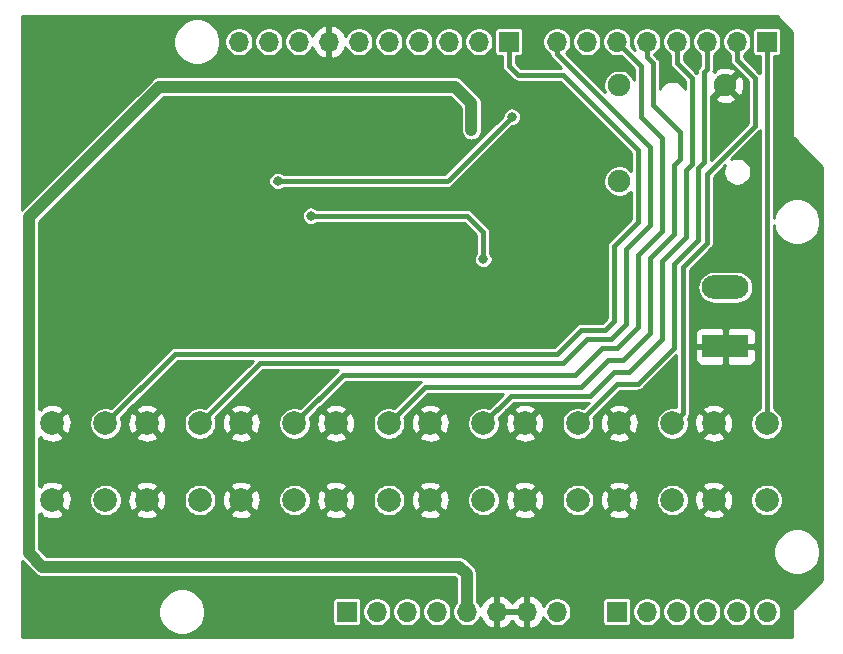
<source format=gbr>
%TF.GenerationSoftware,KiCad,Pcbnew,(5.1.8)-1*%
%TF.CreationDate,2021-12-17T21:48:39+01:00*%
%TF.ProjectId,ArduinoAudioShield,41726475-696e-46f4-9175-64696f536869,rev?*%
%TF.SameCoordinates,Original*%
%TF.FileFunction,Copper,L2,Bot*%
%TF.FilePolarity,Positive*%
%FSLAX46Y46*%
G04 Gerber Fmt 4.6, Leading zero omitted, Abs format (unit mm)*
G04 Created by KiCad (PCBNEW (5.1.8)-1) date 2021-12-17 21:48:39*
%MOMM*%
%LPD*%
G01*
G04 APERTURE LIST*
%TA.AperFunction,ComponentPad*%
%ADD10C,1.900000*%
%TD*%
%TA.AperFunction,ComponentPad*%
%ADD11C,2.000000*%
%TD*%
%TA.AperFunction,ComponentPad*%
%ADD12O,3.960000X1.980000*%
%TD*%
%TA.AperFunction,ComponentPad*%
%ADD13R,3.960000X1.980000*%
%TD*%
%TA.AperFunction,ComponentPad*%
%ADD14O,1.700000X1.700000*%
%TD*%
%TA.AperFunction,ComponentPad*%
%ADD15R,1.700000X1.700000*%
%TD*%
%TA.AperFunction,ViaPad*%
%ADD16C,0.800000*%
%TD*%
%TA.AperFunction,Conductor*%
%ADD17C,0.400000*%
%TD*%
%TA.AperFunction,Conductor*%
%ADD18C,1.000000*%
%TD*%
%TA.AperFunction,Conductor*%
%ADD19C,0.254000*%
%TD*%
%TA.AperFunction,Conductor*%
%ADD20C,0.100000*%
%TD*%
G04 APERTURE END LIST*
D10*
%TO.P,J5,T*%
%TO.N,Net-(J5-PadT)*%
X165300000Y-65140000D03*
%TO.P,J5,TN*%
%TO.N,Net-(J5-PadTN)*%
X165300000Y-57040000D03*
%TO.P,J5,S*%
%TO.N,GND*%
X174300000Y-57040000D03*
%TD*%
D11*
%TO.P,SW8,1*%
%TO.N,GND*%
X173300000Y-85640000D03*
%TO.P,SW8,2*%
%TO.N,BTN_1*%
X177800000Y-85640000D03*
%TO.P,SW8,1*%
%TO.N,GND*%
X173300000Y-92140000D03*
%TO.P,SW8,2*%
%TO.N,BTN_1*%
X177800000Y-92140000D03*
%TD*%
%TO.P,SW7,1*%
%TO.N,GND*%
X165300000Y-85640000D03*
%TO.P,SW7,2*%
%TO.N,BTN_2*%
X169800000Y-85640000D03*
%TO.P,SW7,1*%
%TO.N,GND*%
X165300000Y-92140000D03*
%TO.P,SW7,2*%
%TO.N,BTN_2*%
X169800000Y-92140000D03*
%TD*%
%TO.P,SW6,1*%
%TO.N,GND*%
X157300000Y-85640000D03*
%TO.P,SW6,2*%
%TO.N,BTN_3*%
X161800000Y-85640000D03*
%TO.P,SW6,1*%
%TO.N,GND*%
X157300000Y-92140000D03*
%TO.P,SW6,2*%
%TO.N,BTN_3*%
X161800000Y-92140000D03*
%TD*%
%TO.P,SW5,1*%
%TO.N,GND*%
X149300000Y-85640000D03*
%TO.P,SW5,2*%
%TO.N,BTN_4*%
X153800000Y-85640000D03*
%TO.P,SW5,1*%
%TO.N,GND*%
X149300000Y-92140000D03*
%TO.P,SW5,2*%
%TO.N,BTN_4*%
X153800000Y-92140000D03*
%TD*%
%TO.P,SW4,1*%
%TO.N,GND*%
X141300000Y-85640000D03*
%TO.P,SW4,2*%
%TO.N,BTN_5*%
X145800000Y-85640000D03*
%TO.P,SW4,1*%
%TO.N,GND*%
X141300000Y-92140000D03*
%TO.P,SW4,2*%
%TO.N,BTN_5*%
X145800000Y-92140000D03*
%TD*%
%TO.P,SW3,1*%
%TO.N,GND*%
X133300000Y-85640000D03*
%TO.P,SW3,2*%
%TO.N,BTN_6*%
X137800000Y-85640000D03*
%TO.P,SW3,1*%
%TO.N,GND*%
X133300000Y-92140000D03*
%TO.P,SW3,2*%
%TO.N,BTN_6*%
X137800000Y-92140000D03*
%TD*%
%TO.P,SW2,1*%
%TO.N,GND*%
X125300000Y-85640000D03*
%TO.P,SW2,2*%
%TO.N,BTN_7*%
X129800000Y-85640000D03*
%TO.P,SW2,1*%
%TO.N,GND*%
X125300000Y-92140000D03*
%TO.P,SW2,2*%
%TO.N,BTN_7*%
X129800000Y-92140000D03*
%TD*%
%TO.P,SW1,1*%
%TO.N,GND*%
X117300000Y-85640000D03*
%TO.P,SW1,2*%
%TO.N,BTN_8*%
X121800000Y-85640000D03*
%TO.P,SW1,1*%
%TO.N,GND*%
X117300000Y-92140000D03*
%TO.P,SW1,2*%
%TO.N,BTN_8*%
X121800000Y-92140000D03*
%TD*%
D12*
%TO.P,LS1,2*%
%TO.N,Net-(J5-PadTN)*%
X174300000Y-74140000D03*
D13*
%TO.P,LS1,1*%
%TO.N,GND*%
X174300000Y-79140000D03*
%TD*%
D14*
%TO.P,J4,8*%
%TO.N,Net-(J4-Pad8)*%
X160020000Y-101600000D03*
%TO.P,J4,7*%
%TO.N,GND*%
X157480000Y-101600000D03*
%TO.P,J4,6*%
X154940000Y-101600000D03*
%TO.P,J4,5*%
%TO.N,+5V*%
X152400000Y-101600000D03*
%TO.P,J4,4*%
%TO.N,Net-(J4-Pad4)*%
X149860000Y-101600000D03*
%TO.P,J4,3*%
%TO.N,Net-(J4-Pad3)*%
X147320000Y-101600000D03*
%TO.P,J4,2*%
%TO.N,Net-(J4-Pad2)*%
X144780000Y-101600000D03*
D15*
%TO.P,J4,1*%
%TO.N,Net-(J4-Pad1)*%
X142240000Y-101600000D03*
%TD*%
D14*
%TO.P,J3,6*%
%TO.N,Net-(J3-Pad6)*%
X177800000Y-101600000D03*
%TO.P,J3,5*%
%TO.N,Net-(J3-Pad5)*%
X175260000Y-101600000D03*
%TO.P,J3,4*%
%TO.N,Net-(J3-Pad4)*%
X172720000Y-101600000D03*
%TO.P,J3,3*%
%TO.N,Net-(J3-Pad3)*%
X170180000Y-101600000D03*
%TO.P,J3,2*%
%TO.N,Net-(J3-Pad2)*%
X167640000Y-101600000D03*
D15*
%TO.P,J3,1*%
%TO.N,Net-(J3-Pad1)*%
X165100000Y-101600000D03*
%TD*%
D14*
%TO.P,J2,8*%
%TO.N,BTN_7*%
X160020000Y-53340000D03*
%TO.P,J2,7*%
%TO.N,AUDIO_PWM*%
X162560000Y-53340000D03*
%TO.P,J2,6*%
%TO.N,BTN_6*%
X165100000Y-53340000D03*
%TO.P,J2,5*%
%TO.N,BTN_5*%
X167640000Y-53340000D03*
%TO.P,J2,4*%
%TO.N,BTN_4*%
X170180000Y-53340000D03*
%TO.P,J2,3*%
%TO.N,BTN_3*%
X172720000Y-53340000D03*
%TO.P,J2,2*%
%TO.N,BTN_2*%
X175260000Y-53340000D03*
D15*
%TO.P,J2,1*%
%TO.N,BTN_1*%
X177800000Y-53340000D03*
%TD*%
D14*
%TO.P,J1,10*%
%TO.N,Net-(J1-Pad10)*%
X133096000Y-53340000D03*
%TO.P,J1,9*%
%TO.N,Net-(J1-Pad9)*%
X135636000Y-53340000D03*
%TO.P,J1,8*%
%TO.N,Net-(J1-Pad8)*%
X138176000Y-53340000D03*
%TO.P,J1,7*%
%TO.N,GND*%
X140716000Y-53340000D03*
%TO.P,J1,6*%
%TO.N,Net-(J1-Pad6)*%
X143256000Y-53340000D03*
%TO.P,J1,5*%
%TO.N,Net-(J1-Pad5)*%
X145796000Y-53340000D03*
%TO.P,J1,4*%
%TO.N,Net-(J1-Pad4)*%
X148336000Y-53340000D03*
%TO.P,J1,3*%
%TO.N,Net-(J1-Pad3)*%
X150876000Y-53340000D03*
%TO.P,J1,2*%
%TO.N,Net-(J1-Pad2)*%
X153416000Y-53340000D03*
D15*
%TO.P,J1,1*%
%TO.N,BTN_8*%
X155956000Y-53340000D03*
%TD*%
D16*
%TO.N,GND*%
X162814000Y-71628000D03*
X162814000Y-73660000D03*
X175006000Y-66802000D03*
X175006000Y-68580000D03*
X175006000Y-70612000D03*
X123952000Y-64516000D03*
X118110000Y-59690000D03*
X131826000Y-95504000D03*
X132588000Y-100584000D03*
X139954000Y-95504000D03*
X138684000Y-100584000D03*
X123952000Y-95504000D03*
X120904000Y-101092000D03*
X148082000Y-95504000D03*
X155702000Y-95504000D03*
X162560000Y-101092000D03*
X163830000Y-95504000D03*
X145034000Y-62484000D03*
X154686000Y-67564000D03*
X163068000Y-61722000D03*
X137414000Y-76962000D03*
X143510000Y-66548000D03*
X162814000Y-75438000D03*
%TO.N,Net-(C2-Pad1)*%
X139192000Y-68072000D03*
X153797000Y-71755000D03*
%TO.N,+5V*%
X152781000Y-58547000D03*
X152781000Y-59690000D03*
X152781000Y-60833000D03*
%TO.N,AUDIO_PWM*%
X156210000Y-59690000D03*
X136398000Y-65151000D03*
%TD*%
D17*
%TO.N,Net-(C2-Pad1)*%
X139192000Y-68072000D02*
X139192000Y-68072000D01*
X140716000Y-68072000D02*
X139192000Y-68072000D01*
X152400000Y-68072000D02*
X140716000Y-68072000D01*
X153797000Y-69469000D02*
X152400000Y-68072000D01*
X153797000Y-71755000D02*
X153797000Y-69469000D01*
D18*
%TO.N,+5V*%
X152781000Y-58547000D02*
X152781000Y-59817000D01*
X152781000Y-59817000D02*
X152781000Y-59944000D01*
X115316000Y-68199000D02*
X126365000Y-57150000D01*
X115316000Y-96647000D02*
X115316000Y-68199000D01*
X116459000Y-97790000D02*
X115316000Y-96647000D01*
X151765000Y-97790000D02*
X116459000Y-97790000D01*
X152400000Y-98425000D02*
X151765000Y-97790000D01*
X152400000Y-101600000D02*
X152400000Y-98425000D01*
X151384000Y-57150000D02*
X152781000Y-58547000D01*
X126365000Y-57150000D02*
X151384000Y-57150000D01*
X152781000Y-59817000D02*
X152781000Y-60833000D01*
X152781000Y-60833000D02*
X152781000Y-60833000D01*
D17*
%TO.N,BTN_8*%
X127684000Y-79756000D02*
X121800000Y-85640000D01*
X162052000Y-77724000D02*
X160020000Y-79756000D01*
X164084000Y-77724000D02*
X162052000Y-77724000D01*
X164846000Y-76962000D02*
X164084000Y-77724000D01*
X160020000Y-79756000D02*
X127684000Y-79756000D01*
X164846000Y-71120000D02*
X164846000Y-76962000D01*
X155956000Y-55372000D02*
X156718000Y-56134000D01*
X155956000Y-53340000D02*
X155956000Y-55372000D01*
X156718000Y-56134000D02*
X160528000Y-56134000D01*
X160528000Y-56134000D02*
X166878000Y-62484000D01*
X166878000Y-62484000D02*
X166878000Y-68580000D01*
X164846000Y-70612000D02*
X164846000Y-71120000D01*
X166878000Y-68580000D02*
X164846000Y-70612000D01*
%TO.N,BTN_7*%
X134922000Y-80518000D02*
X129800000Y-85640000D01*
X160528000Y-80518000D02*
X134922000Y-80518000D01*
X162560000Y-78486000D02*
X160528000Y-80518000D01*
X165862000Y-77216000D02*
X164592000Y-78486000D01*
X165862000Y-70866000D02*
X165862000Y-77216000D01*
X167894000Y-68834000D02*
X165862000Y-70866000D01*
X164592000Y-78486000D02*
X162560000Y-78486000D01*
X167894000Y-62230000D02*
X167894000Y-68834000D01*
X160020000Y-54356000D02*
X167894000Y-62230000D01*
X160020000Y-53340000D02*
X160020000Y-54356000D01*
%TO.N,AUDIO_PWM*%
X156210000Y-59690000D02*
X150876000Y-65024000D01*
X150876000Y-65024000D02*
X150749000Y-65151000D01*
X150749000Y-65151000D02*
X136144000Y-65151000D01*
%TO.N,BTN_6*%
X141906000Y-81534000D02*
X137800000Y-85640000D01*
X161544000Y-81534000D02*
X141906000Y-81534000D01*
X165100000Y-79248000D02*
X163830000Y-79248000D01*
X166878000Y-77470000D02*
X165100000Y-79248000D01*
X166878000Y-71374000D02*
X166878000Y-77470000D01*
X168910000Y-69342000D02*
X166878000Y-71374000D01*
X168910000Y-61468000D02*
X168910000Y-69342000D01*
X167132000Y-59690000D02*
X168910000Y-61468000D01*
X163830000Y-79248000D02*
X161544000Y-81534000D01*
X167132000Y-55372000D02*
X167132000Y-59690000D01*
X165100000Y-53340000D02*
X167132000Y-55372000D01*
%TO.N,BTN_5*%
X148890000Y-82550000D02*
X145800000Y-85640000D01*
X167640000Y-53340000D02*
X167640000Y-54610000D01*
X167640000Y-54610000D02*
X168148000Y-55118000D01*
X168148000Y-55118000D02*
X168148000Y-58674000D01*
X168148000Y-58674000D02*
X170434000Y-60960000D01*
X170434000Y-60960000D02*
X170434000Y-63246000D01*
X170434000Y-63246000D02*
X169926000Y-63754000D01*
X169926000Y-63754000D02*
X169926000Y-69596000D01*
X169926000Y-69596000D02*
X167894000Y-71628000D01*
X164338000Y-80264000D02*
X162052000Y-82550000D01*
X162052000Y-82550000D02*
X148890000Y-82550000D01*
X167894000Y-71628000D02*
X167894000Y-77978000D01*
X165608000Y-80264000D02*
X164338000Y-80264000D01*
X167894000Y-77978000D02*
X165608000Y-80264000D01*
%TO.N,BTN_4*%
X156128000Y-83312000D02*
X153800000Y-85640000D01*
X170942000Y-69850000D02*
X168910000Y-71882000D01*
X170942000Y-64175458D02*
X170942000Y-69850000D01*
X171450000Y-63667458D02*
X170942000Y-64175458D01*
X162814000Y-83312000D02*
X156128000Y-83312000D01*
X171450000Y-56388000D02*
X171450000Y-63667458D01*
X170180000Y-55118000D02*
X171450000Y-56388000D01*
X170180000Y-53340000D02*
X170180000Y-55118000D01*
X168910000Y-71882000D02*
X168910000Y-78486000D01*
X164846000Y-81280000D02*
X162814000Y-83312000D01*
X168910000Y-78486000D02*
X166116000Y-81280000D01*
X166116000Y-81280000D02*
X164846000Y-81280000D01*
%TO.N,BTN_3*%
X165144000Y-82296000D02*
X161800000Y-85640000D01*
X171958000Y-70104000D02*
X169926000Y-72136000D01*
X171958000Y-64008000D02*
X171958000Y-70104000D01*
X172466000Y-63500000D02*
X171958000Y-64008000D01*
X172466000Y-55880000D02*
X172466000Y-63500000D01*
X172720000Y-55626000D02*
X172466000Y-55880000D01*
X172720000Y-53340000D02*
X172720000Y-55626000D01*
X169926000Y-72136000D02*
X169926000Y-79248000D01*
X169926000Y-79248000D02*
X166878000Y-82296000D01*
X166878000Y-82296000D02*
X165144000Y-82296000D01*
%TO.N,BTN_2*%
X170688000Y-84752000D02*
X169800000Y-85640000D01*
X170688000Y-72390000D02*
X170688000Y-84752000D01*
X172720000Y-70358000D02*
X170688000Y-72390000D01*
X172720000Y-64516000D02*
X172720000Y-70358000D01*
X176784000Y-60452000D02*
X172720000Y-64516000D01*
X176784000Y-56388000D02*
X176784000Y-60452000D01*
X175260000Y-54864000D02*
X176784000Y-56388000D01*
X175260000Y-53340000D02*
X175260000Y-54864000D01*
%TO.N,BTN_1*%
X177800000Y-53340000D02*
X177800000Y-85640000D01*
%TD*%
D19*
%TO.N,GND*%
X179934000Y-52492171D02*
X179934001Y-61194057D01*
X179932037Y-61214000D01*
X179939875Y-61293589D01*
X179951181Y-61330859D01*
X179963091Y-61370121D01*
X180000791Y-61440653D01*
X180051527Y-61502474D01*
X180067020Y-61515189D01*
X182474001Y-63922172D01*
X182474000Y-98891829D01*
X180067020Y-101298811D01*
X180051527Y-101311526D01*
X180000791Y-101373347D01*
X179983932Y-101404889D01*
X179963091Y-101443879D01*
X179939875Y-101520411D01*
X179932037Y-101600000D01*
X179934001Y-101619943D01*
X179934000Y-103734000D01*
X114706000Y-103734000D01*
X114706000Y-101404889D01*
X126289000Y-101404889D01*
X126289000Y-101795111D01*
X126365129Y-102177836D01*
X126514461Y-102538355D01*
X126731257Y-102862814D01*
X127007186Y-103138743D01*
X127331645Y-103355539D01*
X127692164Y-103504871D01*
X128074889Y-103581000D01*
X128465111Y-103581000D01*
X128847836Y-103504871D01*
X129208355Y-103355539D01*
X129532814Y-103138743D01*
X129808743Y-102862814D01*
X130025539Y-102538355D01*
X130174871Y-102177836D01*
X130251000Y-101795111D01*
X130251000Y-101404889D01*
X130174871Y-101022164D01*
X130062137Y-100750000D01*
X141007157Y-100750000D01*
X141007157Y-102450000D01*
X141014513Y-102524689D01*
X141036299Y-102596508D01*
X141071678Y-102662696D01*
X141119289Y-102720711D01*
X141177304Y-102768322D01*
X141243492Y-102803701D01*
X141315311Y-102825487D01*
X141390000Y-102832843D01*
X143090000Y-102832843D01*
X143164689Y-102825487D01*
X143236508Y-102803701D01*
X143302696Y-102768322D01*
X143360711Y-102720711D01*
X143408322Y-102662696D01*
X143443701Y-102596508D01*
X143465487Y-102524689D01*
X143472843Y-102450000D01*
X143472843Y-101478757D01*
X143549000Y-101478757D01*
X143549000Y-101721243D01*
X143596307Y-101959069D01*
X143689102Y-102183097D01*
X143823820Y-102384717D01*
X143995283Y-102556180D01*
X144196903Y-102690898D01*
X144420931Y-102783693D01*
X144658757Y-102831000D01*
X144901243Y-102831000D01*
X145139069Y-102783693D01*
X145363097Y-102690898D01*
X145564717Y-102556180D01*
X145736180Y-102384717D01*
X145870898Y-102183097D01*
X145963693Y-101959069D01*
X146011000Y-101721243D01*
X146011000Y-101478757D01*
X146089000Y-101478757D01*
X146089000Y-101721243D01*
X146136307Y-101959069D01*
X146229102Y-102183097D01*
X146363820Y-102384717D01*
X146535283Y-102556180D01*
X146736903Y-102690898D01*
X146960931Y-102783693D01*
X147198757Y-102831000D01*
X147441243Y-102831000D01*
X147679069Y-102783693D01*
X147903097Y-102690898D01*
X148104717Y-102556180D01*
X148276180Y-102384717D01*
X148410898Y-102183097D01*
X148503693Y-101959069D01*
X148551000Y-101721243D01*
X148551000Y-101478757D01*
X148629000Y-101478757D01*
X148629000Y-101721243D01*
X148676307Y-101959069D01*
X148769102Y-102183097D01*
X148903820Y-102384717D01*
X149075283Y-102556180D01*
X149276903Y-102690898D01*
X149500931Y-102783693D01*
X149738757Y-102831000D01*
X149981243Y-102831000D01*
X150219069Y-102783693D01*
X150443097Y-102690898D01*
X150644717Y-102556180D01*
X150816180Y-102384717D01*
X150950898Y-102183097D01*
X151043693Y-101959069D01*
X151091000Y-101721243D01*
X151091000Y-101478757D01*
X151043693Y-101240931D01*
X150950898Y-101016903D01*
X150816180Y-100815283D01*
X150644717Y-100643820D01*
X150443097Y-100509102D01*
X150219069Y-100416307D01*
X149981243Y-100369000D01*
X149738757Y-100369000D01*
X149500931Y-100416307D01*
X149276903Y-100509102D01*
X149075283Y-100643820D01*
X148903820Y-100815283D01*
X148769102Y-101016903D01*
X148676307Y-101240931D01*
X148629000Y-101478757D01*
X148551000Y-101478757D01*
X148503693Y-101240931D01*
X148410898Y-101016903D01*
X148276180Y-100815283D01*
X148104717Y-100643820D01*
X147903097Y-100509102D01*
X147679069Y-100416307D01*
X147441243Y-100369000D01*
X147198757Y-100369000D01*
X146960931Y-100416307D01*
X146736903Y-100509102D01*
X146535283Y-100643820D01*
X146363820Y-100815283D01*
X146229102Y-101016903D01*
X146136307Y-101240931D01*
X146089000Y-101478757D01*
X146011000Y-101478757D01*
X145963693Y-101240931D01*
X145870898Y-101016903D01*
X145736180Y-100815283D01*
X145564717Y-100643820D01*
X145363097Y-100509102D01*
X145139069Y-100416307D01*
X144901243Y-100369000D01*
X144658757Y-100369000D01*
X144420931Y-100416307D01*
X144196903Y-100509102D01*
X143995283Y-100643820D01*
X143823820Y-100815283D01*
X143689102Y-101016903D01*
X143596307Y-101240931D01*
X143549000Y-101478757D01*
X143472843Y-101478757D01*
X143472843Y-100750000D01*
X143465487Y-100675311D01*
X143443701Y-100603492D01*
X143408322Y-100537304D01*
X143360711Y-100479289D01*
X143302696Y-100431678D01*
X143236508Y-100396299D01*
X143164689Y-100374513D01*
X143090000Y-100367157D01*
X141390000Y-100367157D01*
X141315311Y-100374513D01*
X141243492Y-100396299D01*
X141177304Y-100431678D01*
X141119289Y-100479289D01*
X141071678Y-100537304D01*
X141036299Y-100603492D01*
X141014513Y-100675311D01*
X141007157Y-100750000D01*
X130062137Y-100750000D01*
X130025539Y-100661645D01*
X129808743Y-100337186D01*
X129532814Y-100061257D01*
X129208355Y-99844461D01*
X128847836Y-99695129D01*
X128465111Y-99619000D01*
X128074889Y-99619000D01*
X127692164Y-99695129D01*
X127331645Y-99844461D01*
X127007186Y-100061257D01*
X126731257Y-100337186D01*
X126514461Y-100661645D01*
X126365129Y-101022164D01*
X126289000Y-101404889D01*
X114706000Y-101404889D01*
X114706000Y-97286085D01*
X114723644Y-97300566D01*
X115805439Y-98382361D01*
X115833025Y-98415975D01*
X115866637Y-98443559D01*
X115967174Y-98526068D01*
X116020486Y-98554563D01*
X116120225Y-98607875D01*
X116286294Y-98658252D01*
X116415727Y-98671000D01*
X116415729Y-98671000D01*
X116458999Y-98675262D01*
X116502269Y-98671000D01*
X151400079Y-98671000D01*
X151519001Y-98789922D01*
X151519000Y-100740103D01*
X151443820Y-100815283D01*
X151309102Y-101016903D01*
X151216307Y-101240931D01*
X151169000Y-101478757D01*
X151169000Y-101721243D01*
X151216307Y-101959069D01*
X151309102Y-102183097D01*
X151443820Y-102384717D01*
X151615283Y-102556180D01*
X151816903Y-102690898D01*
X152040931Y-102783693D01*
X152278757Y-102831000D01*
X152521243Y-102831000D01*
X152759069Y-102783693D01*
X152983097Y-102690898D01*
X153184717Y-102556180D01*
X153356180Y-102384717D01*
X153490898Y-102183097D01*
X153538228Y-102068832D01*
X153595843Y-102231252D01*
X153744822Y-102481355D01*
X153939731Y-102697588D01*
X154173080Y-102871641D01*
X154435901Y-102996825D01*
X154583110Y-103041476D01*
X154813000Y-102920155D01*
X154813000Y-101727000D01*
X155067000Y-101727000D01*
X155067000Y-102920155D01*
X155296890Y-103041476D01*
X155444099Y-102996825D01*
X155706920Y-102871641D01*
X155940269Y-102697588D01*
X156135178Y-102481355D01*
X156210000Y-102355745D01*
X156284822Y-102481355D01*
X156479731Y-102697588D01*
X156713080Y-102871641D01*
X156975901Y-102996825D01*
X157123110Y-103041476D01*
X157353000Y-102920155D01*
X157353000Y-101727000D01*
X155067000Y-101727000D01*
X154813000Y-101727000D01*
X154793000Y-101727000D01*
X154793000Y-101473000D01*
X154813000Y-101473000D01*
X154813000Y-100279845D01*
X155067000Y-100279845D01*
X155067000Y-101473000D01*
X157353000Y-101473000D01*
X157353000Y-100279845D01*
X157607000Y-100279845D01*
X157607000Y-101473000D01*
X157627000Y-101473000D01*
X157627000Y-101727000D01*
X157607000Y-101727000D01*
X157607000Y-102920155D01*
X157836890Y-103041476D01*
X157984099Y-102996825D01*
X158246920Y-102871641D01*
X158480269Y-102697588D01*
X158675178Y-102481355D01*
X158824157Y-102231252D01*
X158881772Y-102068832D01*
X158929102Y-102183097D01*
X159063820Y-102384717D01*
X159235283Y-102556180D01*
X159436903Y-102690898D01*
X159660931Y-102783693D01*
X159898757Y-102831000D01*
X160141243Y-102831000D01*
X160379069Y-102783693D01*
X160603097Y-102690898D01*
X160804717Y-102556180D01*
X160976180Y-102384717D01*
X161110898Y-102183097D01*
X161203693Y-101959069D01*
X161251000Y-101721243D01*
X161251000Y-101478757D01*
X161203693Y-101240931D01*
X161110898Y-101016903D01*
X160976180Y-100815283D01*
X160910897Y-100750000D01*
X163867157Y-100750000D01*
X163867157Y-102450000D01*
X163874513Y-102524689D01*
X163896299Y-102596508D01*
X163931678Y-102662696D01*
X163979289Y-102720711D01*
X164037304Y-102768322D01*
X164103492Y-102803701D01*
X164175311Y-102825487D01*
X164250000Y-102832843D01*
X165950000Y-102832843D01*
X166024689Y-102825487D01*
X166096508Y-102803701D01*
X166162696Y-102768322D01*
X166220711Y-102720711D01*
X166268322Y-102662696D01*
X166303701Y-102596508D01*
X166325487Y-102524689D01*
X166332843Y-102450000D01*
X166332843Y-101478757D01*
X166409000Y-101478757D01*
X166409000Y-101721243D01*
X166456307Y-101959069D01*
X166549102Y-102183097D01*
X166683820Y-102384717D01*
X166855283Y-102556180D01*
X167056903Y-102690898D01*
X167280931Y-102783693D01*
X167518757Y-102831000D01*
X167761243Y-102831000D01*
X167999069Y-102783693D01*
X168223097Y-102690898D01*
X168424717Y-102556180D01*
X168596180Y-102384717D01*
X168730898Y-102183097D01*
X168823693Y-101959069D01*
X168871000Y-101721243D01*
X168871000Y-101478757D01*
X168949000Y-101478757D01*
X168949000Y-101721243D01*
X168996307Y-101959069D01*
X169089102Y-102183097D01*
X169223820Y-102384717D01*
X169395283Y-102556180D01*
X169596903Y-102690898D01*
X169820931Y-102783693D01*
X170058757Y-102831000D01*
X170301243Y-102831000D01*
X170539069Y-102783693D01*
X170763097Y-102690898D01*
X170964717Y-102556180D01*
X171136180Y-102384717D01*
X171270898Y-102183097D01*
X171363693Y-101959069D01*
X171411000Y-101721243D01*
X171411000Y-101478757D01*
X171489000Y-101478757D01*
X171489000Y-101721243D01*
X171536307Y-101959069D01*
X171629102Y-102183097D01*
X171763820Y-102384717D01*
X171935283Y-102556180D01*
X172136903Y-102690898D01*
X172360931Y-102783693D01*
X172598757Y-102831000D01*
X172841243Y-102831000D01*
X173079069Y-102783693D01*
X173303097Y-102690898D01*
X173504717Y-102556180D01*
X173676180Y-102384717D01*
X173810898Y-102183097D01*
X173903693Y-101959069D01*
X173951000Y-101721243D01*
X173951000Y-101478757D01*
X174029000Y-101478757D01*
X174029000Y-101721243D01*
X174076307Y-101959069D01*
X174169102Y-102183097D01*
X174303820Y-102384717D01*
X174475283Y-102556180D01*
X174676903Y-102690898D01*
X174900931Y-102783693D01*
X175138757Y-102831000D01*
X175381243Y-102831000D01*
X175619069Y-102783693D01*
X175843097Y-102690898D01*
X176044717Y-102556180D01*
X176216180Y-102384717D01*
X176350898Y-102183097D01*
X176443693Y-101959069D01*
X176491000Y-101721243D01*
X176491000Y-101478757D01*
X176569000Y-101478757D01*
X176569000Y-101721243D01*
X176616307Y-101959069D01*
X176709102Y-102183097D01*
X176843820Y-102384717D01*
X177015283Y-102556180D01*
X177216903Y-102690898D01*
X177440931Y-102783693D01*
X177678757Y-102831000D01*
X177921243Y-102831000D01*
X178159069Y-102783693D01*
X178383097Y-102690898D01*
X178584717Y-102556180D01*
X178756180Y-102384717D01*
X178890898Y-102183097D01*
X178983693Y-101959069D01*
X179031000Y-101721243D01*
X179031000Y-101478757D01*
X178983693Y-101240931D01*
X178890898Y-101016903D01*
X178756180Y-100815283D01*
X178584717Y-100643820D01*
X178383097Y-100509102D01*
X178159069Y-100416307D01*
X177921243Y-100369000D01*
X177678757Y-100369000D01*
X177440931Y-100416307D01*
X177216903Y-100509102D01*
X177015283Y-100643820D01*
X176843820Y-100815283D01*
X176709102Y-101016903D01*
X176616307Y-101240931D01*
X176569000Y-101478757D01*
X176491000Y-101478757D01*
X176443693Y-101240931D01*
X176350898Y-101016903D01*
X176216180Y-100815283D01*
X176044717Y-100643820D01*
X175843097Y-100509102D01*
X175619069Y-100416307D01*
X175381243Y-100369000D01*
X175138757Y-100369000D01*
X174900931Y-100416307D01*
X174676903Y-100509102D01*
X174475283Y-100643820D01*
X174303820Y-100815283D01*
X174169102Y-101016903D01*
X174076307Y-101240931D01*
X174029000Y-101478757D01*
X173951000Y-101478757D01*
X173903693Y-101240931D01*
X173810898Y-101016903D01*
X173676180Y-100815283D01*
X173504717Y-100643820D01*
X173303097Y-100509102D01*
X173079069Y-100416307D01*
X172841243Y-100369000D01*
X172598757Y-100369000D01*
X172360931Y-100416307D01*
X172136903Y-100509102D01*
X171935283Y-100643820D01*
X171763820Y-100815283D01*
X171629102Y-101016903D01*
X171536307Y-101240931D01*
X171489000Y-101478757D01*
X171411000Y-101478757D01*
X171363693Y-101240931D01*
X171270898Y-101016903D01*
X171136180Y-100815283D01*
X170964717Y-100643820D01*
X170763097Y-100509102D01*
X170539069Y-100416307D01*
X170301243Y-100369000D01*
X170058757Y-100369000D01*
X169820931Y-100416307D01*
X169596903Y-100509102D01*
X169395283Y-100643820D01*
X169223820Y-100815283D01*
X169089102Y-101016903D01*
X168996307Y-101240931D01*
X168949000Y-101478757D01*
X168871000Y-101478757D01*
X168823693Y-101240931D01*
X168730898Y-101016903D01*
X168596180Y-100815283D01*
X168424717Y-100643820D01*
X168223097Y-100509102D01*
X167999069Y-100416307D01*
X167761243Y-100369000D01*
X167518757Y-100369000D01*
X167280931Y-100416307D01*
X167056903Y-100509102D01*
X166855283Y-100643820D01*
X166683820Y-100815283D01*
X166549102Y-101016903D01*
X166456307Y-101240931D01*
X166409000Y-101478757D01*
X166332843Y-101478757D01*
X166332843Y-100750000D01*
X166325487Y-100675311D01*
X166303701Y-100603492D01*
X166268322Y-100537304D01*
X166220711Y-100479289D01*
X166162696Y-100431678D01*
X166096508Y-100396299D01*
X166024689Y-100374513D01*
X165950000Y-100367157D01*
X164250000Y-100367157D01*
X164175311Y-100374513D01*
X164103492Y-100396299D01*
X164037304Y-100431678D01*
X163979289Y-100479289D01*
X163931678Y-100537304D01*
X163896299Y-100603492D01*
X163874513Y-100675311D01*
X163867157Y-100750000D01*
X160910897Y-100750000D01*
X160804717Y-100643820D01*
X160603097Y-100509102D01*
X160379069Y-100416307D01*
X160141243Y-100369000D01*
X159898757Y-100369000D01*
X159660931Y-100416307D01*
X159436903Y-100509102D01*
X159235283Y-100643820D01*
X159063820Y-100815283D01*
X158929102Y-101016903D01*
X158881772Y-101131168D01*
X158824157Y-100968748D01*
X158675178Y-100718645D01*
X158480269Y-100502412D01*
X158246920Y-100328359D01*
X157984099Y-100203175D01*
X157836890Y-100158524D01*
X157607000Y-100279845D01*
X157353000Y-100279845D01*
X157123110Y-100158524D01*
X156975901Y-100203175D01*
X156713080Y-100328359D01*
X156479731Y-100502412D01*
X156284822Y-100718645D01*
X156210000Y-100844255D01*
X156135178Y-100718645D01*
X155940269Y-100502412D01*
X155706920Y-100328359D01*
X155444099Y-100203175D01*
X155296890Y-100158524D01*
X155067000Y-100279845D01*
X154813000Y-100279845D01*
X154583110Y-100158524D01*
X154435901Y-100203175D01*
X154173080Y-100328359D01*
X153939731Y-100502412D01*
X153744822Y-100718645D01*
X153595843Y-100968748D01*
X153538228Y-101131168D01*
X153490898Y-101016903D01*
X153356180Y-100815283D01*
X153281000Y-100740103D01*
X153281000Y-98468270D01*
X153285262Y-98425000D01*
X153281000Y-98381727D01*
X153268252Y-98252294D01*
X153217875Y-98086225D01*
X153151853Y-97962706D01*
X153136068Y-97933174D01*
X153053559Y-97832637D01*
X153025975Y-97799025D01*
X152992360Y-97771438D01*
X152418565Y-97197644D01*
X152390975Y-97164025D01*
X152256825Y-97053932D01*
X152103775Y-96972125D01*
X151937706Y-96921748D01*
X151808273Y-96909000D01*
X151808270Y-96909000D01*
X151765000Y-96904738D01*
X151721730Y-96909000D01*
X116823922Y-96909000D01*
X116239811Y-96324889D01*
X178359000Y-96324889D01*
X178359000Y-96715111D01*
X178435129Y-97097836D01*
X178584461Y-97458355D01*
X178801257Y-97782814D01*
X179077186Y-98058743D01*
X179401645Y-98275539D01*
X179762164Y-98424871D01*
X180144889Y-98501000D01*
X180535111Y-98501000D01*
X180917836Y-98424871D01*
X181278355Y-98275539D01*
X181602814Y-98058743D01*
X181878743Y-97782814D01*
X182095539Y-97458355D01*
X182244871Y-97097836D01*
X182321000Y-96715111D01*
X182321000Y-96324889D01*
X182244871Y-95942164D01*
X182095539Y-95581645D01*
X181878743Y-95257186D01*
X181602814Y-94981257D01*
X181278355Y-94764461D01*
X180917836Y-94615129D01*
X180535111Y-94539000D01*
X180144889Y-94539000D01*
X179762164Y-94615129D01*
X179401645Y-94764461D01*
X179077186Y-94981257D01*
X178801257Y-95257186D01*
X178584461Y-95581645D01*
X178435129Y-95942164D01*
X178359000Y-96324889D01*
X116239811Y-96324889D01*
X116197000Y-96282079D01*
X116197000Y-93359558D01*
X116228525Y-93391083D01*
X116344193Y-93275415D01*
X116439956Y-93539814D01*
X116729571Y-93680704D01*
X117041108Y-93762384D01*
X117362595Y-93781718D01*
X117681675Y-93737961D01*
X117986088Y-93632795D01*
X118160044Y-93539814D01*
X118255808Y-93275413D01*
X117300000Y-92319605D01*
X117285858Y-92333748D01*
X117106253Y-92154143D01*
X117120395Y-92140000D01*
X117479605Y-92140000D01*
X118435413Y-93095808D01*
X118699814Y-93000044D01*
X118840704Y-92710429D01*
X118922384Y-92398892D01*
X118941718Y-92077405D01*
X118931650Y-92003983D01*
X120419000Y-92003983D01*
X120419000Y-92276017D01*
X120472071Y-92542823D01*
X120576174Y-92794149D01*
X120727307Y-93020336D01*
X120919664Y-93212693D01*
X121145851Y-93363826D01*
X121397177Y-93467929D01*
X121663983Y-93521000D01*
X121936017Y-93521000D01*
X122202823Y-93467929D01*
X122454149Y-93363826D01*
X122586468Y-93275413D01*
X124344192Y-93275413D01*
X124439956Y-93539814D01*
X124729571Y-93680704D01*
X125041108Y-93762384D01*
X125362595Y-93781718D01*
X125681675Y-93737961D01*
X125986088Y-93632795D01*
X126160044Y-93539814D01*
X126255808Y-93275413D01*
X125300000Y-92319605D01*
X124344192Y-93275413D01*
X122586468Y-93275413D01*
X122680336Y-93212693D01*
X122872693Y-93020336D01*
X123023826Y-92794149D01*
X123127929Y-92542823D01*
X123181000Y-92276017D01*
X123181000Y-92202595D01*
X123658282Y-92202595D01*
X123702039Y-92521675D01*
X123807205Y-92826088D01*
X123900186Y-93000044D01*
X124164587Y-93095808D01*
X125120395Y-92140000D01*
X125479605Y-92140000D01*
X126435413Y-93095808D01*
X126699814Y-93000044D01*
X126840704Y-92710429D01*
X126922384Y-92398892D01*
X126941718Y-92077405D01*
X126931650Y-92003983D01*
X128419000Y-92003983D01*
X128419000Y-92276017D01*
X128472071Y-92542823D01*
X128576174Y-92794149D01*
X128727307Y-93020336D01*
X128919664Y-93212693D01*
X129145851Y-93363826D01*
X129397177Y-93467929D01*
X129663983Y-93521000D01*
X129936017Y-93521000D01*
X130202823Y-93467929D01*
X130454149Y-93363826D01*
X130586468Y-93275413D01*
X132344192Y-93275413D01*
X132439956Y-93539814D01*
X132729571Y-93680704D01*
X133041108Y-93762384D01*
X133362595Y-93781718D01*
X133681675Y-93737961D01*
X133986088Y-93632795D01*
X134160044Y-93539814D01*
X134255808Y-93275413D01*
X133300000Y-92319605D01*
X132344192Y-93275413D01*
X130586468Y-93275413D01*
X130680336Y-93212693D01*
X130872693Y-93020336D01*
X131023826Y-92794149D01*
X131127929Y-92542823D01*
X131181000Y-92276017D01*
X131181000Y-92202595D01*
X131658282Y-92202595D01*
X131702039Y-92521675D01*
X131807205Y-92826088D01*
X131900186Y-93000044D01*
X132164587Y-93095808D01*
X133120395Y-92140000D01*
X133479605Y-92140000D01*
X134435413Y-93095808D01*
X134699814Y-93000044D01*
X134840704Y-92710429D01*
X134922384Y-92398892D01*
X134941718Y-92077405D01*
X134931650Y-92003983D01*
X136419000Y-92003983D01*
X136419000Y-92276017D01*
X136472071Y-92542823D01*
X136576174Y-92794149D01*
X136727307Y-93020336D01*
X136919664Y-93212693D01*
X137145851Y-93363826D01*
X137397177Y-93467929D01*
X137663983Y-93521000D01*
X137936017Y-93521000D01*
X138202823Y-93467929D01*
X138454149Y-93363826D01*
X138586468Y-93275413D01*
X140344192Y-93275413D01*
X140439956Y-93539814D01*
X140729571Y-93680704D01*
X141041108Y-93762384D01*
X141362595Y-93781718D01*
X141681675Y-93737961D01*
X141986088Y-93632795D01*
X142160044Y-93539814D01*
X142255808Y-93275413D01*
X141300000Y-92319605D01*
X140344192Y-93275413D01*
X138586468Y-93275413D01*
X138680336Y-93212693D01*
X138872693Y-93020336D01*
X139023826Y-92794149D01*
X139127929Y-92542823D01*
X139181000Y-92276017D01*
X139181000Y-92202595D01*
X139658282Y-92202595D01*
X139702039Y-92521675D01*
X139807205Y-92826088D01*
X139900186Y-93000044D01*
X140164587Y-93095808D01*
X141120395Y-92140000D01*
X141479605Y-92140000D01*
X142435413Y-93095808D01*
X142699814Y-93000044D01*
X142840704Y-92710429D01*
X142922384Y-92398892D01*
X142941718Y-92077405D01*
X142931650Y-92003983D01*
X144419000Y-92003983D01*
X144419000Y-92276017D01*
X144472071Y-92542823D01*
X144576174Y-92794149D01*
X144727307Y-93020336D01*
X144919664Y-93212693D01*
X145145851Y-93363826D01*
X145397177Y-93467929D01*
X145663983Y-93521000D01*
X145936017Y-93521000D01*
X146202823Y-93467929D01*
X146454149Y-93363826D01*
X146586468Y-93275413D01*
X148344192Y-93275413D01*
X148439956Y-93539814D01*
X148729571Y-93680704D01*
X149041108Y-93762384D01*
X149362595Y-93781718D01*
X149681675Y-93737961D01*
X149986088Y-93632795D01*
X150160044Y-93539814D01*
X150255808Y-93275413D01*
X149300000Y-92319605D01*
X148344192Y-93275413D01*
X146586468Y-93275413D01*
X146680336Y-93212693D01*
X146872693Y-93020336D01*
X147023826Y-92794149D01*
X147127929Y-92542823D01*
X147181000Y-92276017D01*
X147181000Y-92202595D01*
X147658282Y-92202595D01*
X147702039Y-92521675D01*
X147807205Y-92826088D01*
X147900186Y-93000044D01*
X148164587Y-93095808D01*
X149120395Y-92140000D01*
X149479605Y-92140000D01*
X150435413Y-93095808D01*
X150699814Y-93000044D01*
X150840704Y-92710429D01*
X150922384Y-92398892D01*
X150941718Y-92077405D01*
X150931650Y-92003983D01*
X152419000Y-92003983D01*
X152419000Y-92276017D01*
X152472071Y-92542823D01*
X152576174Y-92794149D01*
X152727307Y-93020336D01*
X152919664Y-93212693D01*
X153145851Y-93363826D01*
X153397177Y-93467929D01*
X153663983Y-93521000D01*
X153936017Y-93521000D01*
X154202823Y-93467929D01*
X154454149Y-93363826D01*
X154586468Y-93275413D01*
X156344192Y-93275413D01*
X156439956Y-93539814D01*
X156729571Y-93680704D01*
X157041108Y-93762384D01*
X157362595Y-93781718D01*
X157681675Y-93737961D01*
X157986088Y-93632795D01*
X158160044Y-93539814D01*
X158255808Y-93275413D01*
X157300000Y-92319605D01*
X156344192Y-93275413D01*
X154586468Y-93275413D01*
X154680336Y-93212693D01*
X154872693Y-93020336D01*
X155023826Y-92794149D01*
X155127929Y-92542823D01*
X155181000Y-92276017D01*
X155181000Y-92202595D01*
X155658282Y-92202595D01*
X155702039Y-92521675D01*
X155807205Y-92826088D01*
X155900186Y-93000044D01*
X156164587Y-93095808D01*
X157120395Y-92140000D01*
X157479605Y-92140000D01*
X158435413Y-93095808D01*
X158699814Y-93000044D01*
X158840704Y-92710429D01*
X158922384Y-92398892D01*
X158941718Y-92077405D01*
X158931650Y-92003983D01*
X160419000Y-92003983D01*
X160419000Y-92276017D01*
X160472071Y-92542823D01*
X160576174Y-92794149D01*
X160727307Y-93020336D01*
X160919664Y-93212693D01*
X161145851Y-93363826D01*
X161397177Y-93467929D01*
X161663983Y-93521000D01*
X161936017Y-93521000D01*
X162202823Y-93467929D01*
X162454149Y-93363826D01*
X162586468Y-93275413D01*
X164344192Y-93275413D01*
X164439956Y-93539814D01*
X164729571Y-93680704D01*
X165041108Y-93762384D01*
X165362595Y-93781718D01*
X165681675Y-93737961D01*
X165986088Y-93632795D01*
X166160044Y-93539814D01*
X166255808Y-93275413D01*
X165300000Y-92319605D01*
X164344192Y-93275413D01*
X162586468Y-93275413D01*
X162680336Y-93212693D01*
X162872693Y-93020336D01*
X163023826Y-92794149D01*
X163127929Y-92542823D01*
X163181000Y-92276017D01*
X163181000Y-92202595D01*
X163658282Y-92202595D01*
X163702039Y-92521675D01*
X163807205Y-92826088D01*
X163900186Y-93000044D01*
X164164587Y-93095808D01*
X165120395Y-92140000D01*
X165479605Y-92140000D01*
X166435413Y-93095808D01*
X166699814Y-93000044D01*
X166840704Y-92710429D01*
X166922384Y-92398892D01*
X166941718Y-92077405D01*
X166931650Y-92003983D01*
X168419000Y-92003983D01*
X168419000Y-92276017D01*
X168472071Y-92542823D01*
X168576174Y-92794149D01*
X168727307Y-93020336D01*
X168919664Y-93212693D01*
X169145851Y-93363826D01*
X169397177Y-93467929D01*
X169663983Y-93521000D01*
X169936017Y-93521000D01*
X170202823Y-93467929D01*
X170454149Y-93363826D01*
X170586468Y-93275413D01*
X172344192Y-93275413D01*
X172439956Y-93539814D01*
X172729571Y-93680704D01*
X173041108Y-93762384D01*
X173362595Y-93781718D01*
X173681675Y-93737961D01*
X173986088Y-93632795D01*
X174160044Y-93539814D01*
X174255808Y-93275413D01*
X173300000Y-92319605D01*
X172344192Y-93275413D01*
X170586468Y-93275413D01*
X170680336Y-93212693D01*
X170872693Y-93020336D01*
X171023826Y-92794149D01*
X171127929Y-92542823D01*
X171181000Y-92276017D01*
X171181000Y-92202595D01*
X171658282Y-92202595D01*
X171702039Y-92521675D01*
X171807205Y-92826088D01*
X171900186Y-93000044D01*
X172164587Y-93095808D01*
X173120395Y-92140000D01*
X173479605Y-92140000D01*
X174435413Y-93095808D01*
X174699814Y-93000044D01*
X174840704Y-92710429D01*
X174922384Y-92398892D01*
X174941718Y-92077405D01*
X174931650Y-92003983D01*
X176419000Y-92003983D01*
X176419000Y-92276017D01*
X176472071Y-92542823D01*
X176576174Y-92794149D01*
X176727307Y-93020336D01*
X176919664Y-93212693D01*
X177145851Y-93363826D01*
X177397177Y-93467929D01*
X177663983Y-93521000D01*
X177936017Y-93521000D01*
X178202823Y-93467929D01*
X178454149Y-93363826D01*
X178680336Y-93212693D01*
X178872693Y-93020336D01*
X179023826Y-92794149D01*
X179127929Y-92542823D01*
X179181000Y-92276017D01*
X179181000Y-92003983D01*
X179127929Y-91737177D01*
X179023826Y-91485851D01*
X178872693Y-91259664D01*
X178680336Y-91067307D01*
X178454149Y-90916174D01*
X178202823Y-90812071D01*
X177936017Y-90759000D01*
X177663983Y-90759000D01*
X177397177Y-90812071D01*
X177145851Y-90916174D01*
X176919664Y-91067307D01*
X176727307Y-91259664D01*
X176576174Y-91485851D01*
X176472071Y-91737177D01*
X176419000Y-92003983D01*
X174931650Y-92003983D01*
X174897961Y-91758325D01*
X174792795Y-91453912D01*
X174699814Y-91279956D01*
X174435413Y-91184192D01*
X173479605Y-92140000D01*
X173120395Y-92140000D01*
X172164587Y-91184192D01*
X171900186Y-91279956D01*
X171759296Y-91569571D01*
X171677616Y-91881108D01*
X171658282Y-92202595D01*
X171181000Y-92202595D01*
X171181000Y-92003983D01*
X171127929Y-91737177D01*
X171023826Y-91485851D01*
X170872693Y-91259664D01*
X170680336Y-91067307D01*
X170586469Y-91004587D01*
X172344192Y-91004587D01*
X173300000Y-91960395D01*
X174255808Y-91004587D01*
X174160044Y-90740186D01*
X173870429Y-90599296D01*
X173558892Y-90517616D01*
X173237405Y-90498282D01*
X172918325Y-90542039D01*
X172613912Y-90647205D01*
X172439956Y-90740186D01*
X172344192Y-91004587D01*
X170586469Y-91004587D01*
X170454149Y-90916174D01*
X170202823Y-90812071D01*
X169936017Y-90759000D01*
X169663983Y-90759000D01*
X169397177Y-90812071D01*
X169145851Y-90916174D01*
X168919664Y-91067307D01*
X168727307Y-91259664D01*
X168576174Y-91485851D01*
X168472071Y-91737177D01*
X168419000Y-92003983D01*
X166931650Y-92003983D01*
X166897961Y-91758325D01*
X166792795Y-91453912D01*
X166699814Y-91279956D01*
X166435413Y-91184192D01*
X165479605Y-92140000D01*
X165120395Y-92140000D01*
X164164587Y-91184192D01*
X163900186Y-91279956D01*
X163759296Y-91569571D01*
X163677616Y-91881108D01*
X163658282Y-92202595D01*
X163181000Y-92202595D01*
X163181000Y-92003983D01*
X163127929Y-91737177D01*
X163023826Y-91485851D01*
X162872693Y-91259664D01*
X162680336Y-91067307D01*
X162586469Y-91004587D01*
X164344192Y-91004587D01*
X165300000Y-91960395D01*
X166255808Y-91004587D01*
X166160044Y-90740186D01*
X165870429Y-90599296D01*
X165558892Y-90517616D01*
X165237405Y-90498282D01*
X164918325Y-90542039D01*
X164613912Y-90647205D01*
X164439956Y-90740186D01*
X164344192Y-91004587D01*
X162586469Y-91004587D01*
X162454149Y-90916174D01*
X162202823Y-90812071D01*
X161936017Y-90759000D01*
X161663983Y-90759000D01*
X161397177Y-90812071D01*
X161145851Y-90916174D01*
X160919664Y-91067307D01*
X160727307Y-91259664D01*
X160576174Y-91485851D01*
X160472071Y-91737177D01*
X160419000Y-92003983D01*
X158931650Y-92003983D01*
X158897961Y-91758325D01*
X158792795Y-91453912D01*
X158699814Y-91279956D01*
X158435413Y-91184192D01*
X157479605Y-92140000D01*
X157120395Y-92140000D01*
X156164587Y-91184192D01*
X155900186Y-91279956D01*
X155759296Y-91569571D01*
X155677616Y-91881108D01*
X155658282Y-92202595D01*
X155181000Y-92202595D01*
X155181000Y-92003983D01*
X155127929Y-91737177D01*
X155023826Y-91485851D01*
X154872693Y-91259664D01*
X154680336Y-91067307D01*
X154586469Y-91004587D01*
X156344192Y-91004587D01*
X157300000Y-91960395D01*
X158255808Y-91004587D01*
X158160044Y-90740186D01*
X157870429Y-90599296D01*
X157558892Y-90517616D01*
X157237405Y-90498282D01*
X156918325Y-90542039D01*
X156613912Y-90647205D01*
X156439956Y-90740186D01*
X156344192Y-91004587D01*
X154586469Y-91004587D01*
X154454149Y-90916174D01*
X154202823Y-90812071D01*
X153936017Y-90759000D01*
X153663983Y-90759000D01*
X153397177Y-90812071D01*
X153145851Y-90916174D01*
X152919664Y-91067307D01*
X152727307Y-91259664D01*
X152576174Y-91485851D01*
X152472071Y-91737177D01*
X152419000Y-92003983D01*
X150931650Y-92003983D01*
X150897961Y-91758325D01*
X150792795Y-91453912D01*
X150699814Y-91279956D01*
X150435413Y-91184192D01*
X149479605Y-92140000D01*
X149120395Y-92140000D01*
X148164587Y-91184192D01*
X147900186Y-91279956D01*
X147759296Y-91569571D01*
X147677616Y-91881108D01*
X147658282Y-92202595D01*
X147181000Y-92202595D01*
X147181000Y-92003983D01*
X147127929Y-91737177D01*
X147023826Y-91485851D01*
X146872693Y-91259664D01*
X146680336Y-91067307D01*
X146586469Y-91004587D01*
X148344192Y-91004587D01*
X149300000Y-91960395D01*
X150255808Y-91004587D01*
X150160044Y-90740186D01*
X149870429Y-90599296D01*
X149558892Y-90517616D01*
X149237405Y-90498282D01*
X148918325Y-90542039D01*
X148613912Y-90647205D01*
X148439956Y-90740186D01*
X148344192Y-91004587D01*
X146586469Y-91004587D01*
X146454149Y-90916174D01*
X146202823Y-90812071D01*
X145936017Y-90759000D01*
X145663983Y-90759000D01*
X145397177Y-90812071D01*
X145145851Y-90916174D01*
X144919664Y-91067307D01*
X144727307Y-91259664D01*
X144576174Y-91485851D01*
X144472071Y-91737177D01*
X144419000Y-92003983D01*
X142931650Y-92003983D01*
X142897961Y-91758325D01*
X142792795Y-91453912D01*
X142699814Y-91279956D01*
X142435413Y-91184192D01*
X141479605Y-92140000D01*
X141120395Y-92140000D01*
X140164587Y-91184192D01*
X139900186Y-91279956D01*
X139759296Y-91569571D01*
X139677616Y-91881108D01*
X139658282Y-92202595D01*
X139181000Y-92202595D01*
X139181000Y-92003983D01*
X139127929Y-91737177D01*
X139023826Y-91485851D01*
X138872693Y-91259664D01*
X138680336Y-91067307D01*
X138586469Y-91004587D01*
X140344192Y-91004587D01*
X141300000Y-91960395D01*
X142255808Y-91004587D01*
X142160044Y-90740186D01*
X141870429Y-90599296D01*
X141558892Y-90517616D01*
X141237405Y-90498282D01*
X140918325Y-90542039D01*
X140613912Y-90647205D01*
X140439956Y-90740186D01*
X140344192Y-91004587D01*
X138586469Y-91004587D01*
X138454149Y-90916174D01*
X138202823Y-90812071D01*
X137936017Y-90759000D01*
X137663983Y-90759000D01*
X137397177Y-90812071D01*
X137145851Y-90916174D01*
X136919664Y-91067307D01*
X136727307Y-91259664D01*
X136576174Y-91485851D01*
X136472071Y-91737177D01*
X136419000Y-92003983D01*
X134931650Y-92003983D01*
X134897961Y-91758325D01*
X134792795Y-91453912D01*
X134699814Y-91279956D01*
X134435413Y-91184192D01*
X133479605Y-92140000D01*
X133120395Y-92140000D01*
X132164587Y-91184192D01*
X131900186Y-91279956D01*
X131759296Y-91569571D01*
X131677616Y-91881108D01*
X131658282Y-92202595D01*
X131181000Y-92202595D01*
X131181000Y-92003983D01*
X131127929Y-91737177D01*
X131023826Y-91485851D01*
X130872693Y-91259664D01*
X130680336Y-91067307D01*
X130586469Y-91004587D01*
X132344192Y-91004587D01*
X133300000Y-91960395D01*
X134255808Y-91004587D01*
X134160044Y-90740186D01*
X133870429Y-90599296D01*
X133558892Y-90517616D01*
X133237405Y-90498282D01*
X132918325Y-90542039D01*
X132613912Y-90647205D01*
X132439956Y-90740186D01*
X132344192Y-91004587D01*
X130586469Y-91004587D01*
X130454149Y-90916174D01*
X130202823Y-90812071D01*
X129936017Y-90759000D01*
X129663983Y-90759000D01*
X129397177Y-90812071D01*
X129145851Y-90916174D01*
X128919664Y-91067307D01*
X128727307Y-91259664D01*
X128576174Y-91485851D01*
X128472071Y-91737177D01*
X128419000Y-92003983D01*
X126931650Y-92003983D01*
X126897961Y-91758325D01*
X126792795Y-91453912D01*
X126699814Y-91279956D01*
X126435413Y-91184192D01*
X125479605Y-92140000D01*
X125120395Y-92140000D01*
X124164587Y-91184192D01*
X123900186Y-91279956D01*
X123759296Y-91569571D01*
X123677616Y-91881108D01*
X123658282Y-92202595D01*
X123181000Y-92202595D01*
X123181000Y-92003983D01*
X123127929Y-91737177D01*
X123023826Y-91485851D01*
X122872693Y-91259664D01*
X122680336Y-91067307D01*
X122586469Y-91004587D01*
X124344192Y-91004587D01*
X125300000Y-91960395D01*
X126255808Y-91004587D01*
X126160044Y-90740186D01*
X125870429Y-90599296D01*
X125558892Y-90517616D01*
X125237405Y-90498282D01*
X124918325Y-90542039D01*
X124613912Y-90647205D01*
X124439956Y-90740186D01*
X124344192Y-91004587D01*
X122586469Y-91004587D01*
X122454149Y-90916174D01*
X122202823Y-90812071D01*
X121936017Y-90759000D01*
X121663983Y-90759000D01*
X121397177Y-90812071D01*
X121145851Y-90916174D01*
X120919664Y-91067307D01*
X120727307Y-91259664D01*
X120576174Y-91485851D01*
X120472071Y-91737177D01*
X120419000Y-92003983D01*
X118931650Y-92003983D01*
X118897961Y-91758325D01*
X118792795Y-91453912D01*
X118699814Y-91279956D01*
X118435413Y-91184192D01*
X117479605Y-92140000D01*
X117120395Y-92140000D01*
X117106253Y-92125858D01*
X117285858Y-91946253D01*
X117300000Y-91960395D01*
X118255808Y-91004587D01*
X118160044Y-90740186D01*
X117870429Y-90599296D01*
X117558892Y-90517616D01*
X117237405Y-90498282D01*
X116918325Y-90542039D01*
X116613912Y-90647205D01*
X116439956Y-90740186D01*
X116344193Y-91004585D01*
X116228525Y-90888917D01*
X116197000Y-90920442D01*
X116197000Y-86859558D01*
X116228525Y-86891083D01*
X116344193Y-86775415D01*
X116439956Y-87039814D01*
X116729571Y-87180704D01*
X117041108Y-87262384D01*
X117362595Y-87281718D01*
X117681675Y-87237961D01*
X117986088Y-87132795D01*
X118160044Y-87039814D01*
X118255808Y-86775413D01*
X117300000Y-85819605D01*
X117285858Y-85833748D01*
X117106253Y-85654143D01*
X117120395Y-85640000D01*
X117479605Y-85640000D01*
X118435413Y-86595808D01*
X118699814Y-86500044D01*
X118840704Y-86210429D01*
X118922384Y-85898892D01*
X118941718Y-85577405D01*
X118931650Y-85503983D01*
X120419000Y-85503983D01*
X120419000Y-85776017D01*
X120472071Y-86042823D01*
X120576174Y-86294149D01*
X120727307Y-86520336D01*
X120919664Y-86712693D01*
X121145851Y-86863826D01*
X121397177Y-86967929D01*
X121663983Y-87021000D01*
X121936017Y-87021000D01*
X122202823Y-86967929D01*
X122454149Y-86863826D01*
X122586468Y-86775413D01*
X124344192Y-86775413D01*
X124439956Y-87039814D01*
X124729571Y-87180704D01*
X125041108Y-87262384D01*
X125362595Y-87281718D01*
X125681675Y-87237961D01*
X125986088Y-87132795D01*
X126160044Y-87039814D01*
X126255808Y-86775413D01*
X125300000Y-85819605D01*
X124344192Y-86775413D01*
X122586468Y-86775413D01*
X122680336Y-86712693D01*
X122872693Y-86520336D01*
X123023826Y-86294149D01*
X123127929Y-86042823D01*
X123181000Y-85776017D01*
X123181000Y-85702595D01*
X123658282Y-85702595D01*
X123702039Y-86021675D01*
X123807205Y-86326088D01*
X123900186Y-86500044D01*
X124164587Y-86595808D01*
X125120395Y-85640000D01*
X125479605Y-85640000D01*
X126435413Y-86595808D01*
X126699814Y-86500044D01*
X126840704Y-86210429D01*
X126922384Y-85898892D01*
X126941718Y-85577405D01*
X126897961Y-85258325D01*
X126792795Y-84953912D01*
X126699814Y-84779956D01*
X126435413Y-84684192D01*
X125479605Y-85640000D01*
X125120395Y-85640000D01*
X124164587Y-84684192D01*
X123900186Y-84779956D01*
X123759296Y-85069571D01*
X123677616Y-85381108D01*
X123658282Y-85702595D01*
X123181000Y-85702595D01*
X123181000Y-85503983D01*
X123127929Y-85237177D01*
X123097629Y-85164028D01*
X123757070Y-84504587D01*
X124344192Y-84504587D01*
X125300000Y-85460395D01*
X126255808Y-84504587D01*
X126160044Y-84240186D01*
X125870429Y-84099296D01*
X125558892Y-84017616D01*
X125237405Y-83998282D01*
X124918325Y-84042039D01*
X124613912Y-84147205D01*
X124439956Y-84240186D01*
X124344192Y-84504587D01*
X123757070Y-84504587D01*
X127924658Y-80337000D01*
X134281342Y-80337000D01*
X130275972Y-84342371D01*
X130202823Y-84312071D01*
X129936017Y-84259000D01*
X129663983Y-84259000D01*
X129397177Y-84312071D01*
X129145851Y-84416174D01*
X128919664Y-84567307D01*
X128727307Y-84759664D01*
X128576174Y-84985851D01*
X128472071Y-85237177D01*
X128419000Y-85503983D01*
X128419000Y-85776017D01*
X128472071Y-86042823D01*
X128576174Y-86294149D01*
X128727307Y-86520336D01*
X128919664Y-86712693D01*
X129145851Y-86863826D01*
X129397177Y-86967929D01*
X129663983Y-87021000D01*
X129936017Y-87021000D01*
X130202823Y-86967929D01*
X130454149Y-86863826D01*
X130586468Y-86775413D01*
X132344192Y-86775413D01*
X132439956Y-87039814D01*
X132729571Y-87180704D01*
X133041108Y-87262384D01*
X133362595Y-87281718D01*
X133681675Y-87237961D01*
X133986088Y-87132795D01*
X134160044Y-87039814D01*
X134255808Y-86775413D01*
X133300000Y-85819605D01*
X132344192Y-86775413D01*
X130586468Y-86775413D01*
X130680336Y-86712693D01*
X130872693Y-86520336D01*
X131023826Y-86294149D01*
X131127929Y-86042823D01*
X131181000Y-85776017D01*
X131181000Y-85702595D01*
X131658282Y-85702595D01*
X131702039Y-86021675D01*
X131807205Y-86326088D01*
X131900186Y-86500044D01*
X132164587Y-86595808D01*
X133120395Y-85640000D01*
X133479605Y-85640000D01*
X134435413Y-86595808D01*
X134699814Y-86500044D01*
X134840704Y-86210429D01*
X134922384Y-85898892D01*
X134941718Y-85577405D01*
X134897961Y-85258325D01*
X134792795Y-84953912D01*
X134699814Y-84779956D01*
X134435413Y-84684192D01*
X133479605Y-85640000D01*
X133120395Y-85640000D01*
X132164587Y-84684192D01*
X131900186Y-84779956D01*
X131759296Y-85069571D01*
X131677616Y-85381108D01*
X131658282Y-85702595D01*
X131181000Y-85702595D01*
X131181000Y-85503983D01*
X131127929Y-85237177D01*
X131097629Y-85164028D01*
X131757070Y-84504587D01*
X132344192Y-84504587D01*
X133300000Y-85460395D01*
X134255808Y-84504587D01*
X134160044Y-84240186D01*
X133870429Y-84099296D01*
X133558892Y-84017616D01*
X133237405Y-83998282D01*
X132918325Y-84042039D01*
X132613912Y-84147205D01*
X132439956Y-84240186D01*
X132344192Y-84504587D01*
X131757070Y-84504587D01*
X135162658Y-81099000D01*
X141520213Y-81099000D01*
X141493183Y-81121183D01*
X141474990Y-81143352D01*
X138275972Y-84342371D01*
X138202823Y-84312071D01*
X137936017Y-84259000D01*
X137663983Y-84259000D01*
X137397177Y-84312071D01*
X137145851Y-84416174D01*
X136919664Y-84567307D01*
X136727307Y-84759664D01*
X136576174Y-84985851D01*
X136472071Y-85237177D01*
X136419000Y-85503983D01*
X136419000Y-85776017D01*
X136472071Y-86042823D01*
X136576174Y-86294149D01*
X136727307Y-86520336D01*
X136919664Y-86712693D01*
X137145851Y-86863826D01*
X137397177Y-86967929D01*
X137663983Y-87021000D01*
X137936017Y-87021000D01*
X138202823Y-86967929D01*
X138454149Y-86863826D01*
X138586468Y-86775413D01*
X140344192Y-86775413D01*
X140439956Y-87039814D01*
X140729571Y-87180704D01*
X141041108Y-87262384D01*
X141362595Y-87281718D01*
X141681675Y-87237961D01*
X141986088Y-87132795D01*
X142160044Y-87039814D01*
X142255808Y-86775413D01*
X141300000Y-85819605D01*
X140344192Y-86775413D01*
X138586468Y-86775413D01*
X138680336Y-86712693D01*
X138872693Y-86520336D01*
X139023826Y-86294149D01*
X139127929Y-86042823D01*
X139181000Y-85776017D01*
X139181000Y-85702595D01*
X139658282Y-85702595D01*
X139702039Y-86021675D01*
X139807205Y-86326088D01*
X139900186Y-86500044D01*
X140164587Y-86595808D01*
X141120395Y-85640000D01*
X141479605Y-85640000D01*
X142435413Y-86595808D01*
X142699814Y-86500044D01*
X142840704Y-86210429D01*
X142922384Y-85898892D01*
X142941718Y-85577405D01*
X142897961Y-85258325D01*
X142792795Y-84953912D01*
X142699814Y-84779956D01*
X142435413Y-84684192D01*
X141479605Y-85640000D01*
X141120395Y-85640000D01*
X140164587Y-84684192D01*
X139900186Y-84779956D01*
X139759296Y-85069571D01*
X139677616Y-85381108D01*
X139658282Y-85702595D01*
X139181000Y-85702595D01*
X139181000Y-85503983D01*
X139127929Y-85237177D01*
X139097629Y-85164028D01*
X139757070Y-84504587D01*
X140344192Y-84504587D01*
X141300000Y-85460395D01*
X142255808Y-84504587D01*
X142160044Y-84240186D01*
X141870429Y-84099296D01*
X141558892Y-84017616D01*
X141237405Y-83998282D01*
X140918325Y-84042039D01*
X140613912Y-84147205D01*
X140439956Y-84240186D01*
X140344192Y-84504587D01*
X139757070Y-84504587D01*
X142146658Y-82115000D01*
X148504213Y-82115000D01*
X148477183Y-82137183D01*
X148458990Y-82159352D01*
X146275972Y-84342371D01*
X146202823Y-84312071D01*
X145936017Y-84259000D01*
X145663983Y-84259000D01*
X145397177Y-84312071D01*
X145145851Y-84416174D01*
X144919664Y-84567307D01*
X144727307Y-84759664D01*
X144576174Y-84985851D01*
X144472071Y-85237177D01*
X144419000Y-85503983D01*
X144419000Y-85776017D01*
X144472071Y-86042823D01*
X144576174Y-86294149D01*
X144727307Y-86520336D01*
X144919664Y-86712693D01*
X145145851Y-86863826D01*
X145397177Y-86967929D01*
X145663983Y-87021000D01*
X145936017Y-87021000D01*
X146202823Y-86967929D01*
X146454149Y-86863826D01*
X146586468Y-86775413D01*
X148344192Y-86775413D01*
X148439956Y-87039814D01*
X148729571Y-87180704D01*
X149041108Y-87262384D01*
X149362595Y-87281718D01*
X149681675Y-87237961D01*
X149986088Y-87132795D01*
X150160044Y-87039814D01*
X150255808Y-86775413D01*
X149300000Y-85819605D01*
X148344192Y-86775413D01*
X146586468Y-86775413D01*
X146680336Y-86712693D01*
X146872693Y-86520336D01*
X147023826Y-86294149D01*
X147127929Y-86042823D01*
X147181000Y-85776017D01*
X147181000Y-85702595D01*
X147658282Y-85702595D01*
X147702039Y-86021675D01*
X147807205Y-86326088D01*
X147900186Y-86500044D01*
X148164587Y-86595808D01*
X149120395Y-85640000D01*
X149479605Y-85640000D01*
X150435413Y-86595808D01*
X150699814Y-86500044D01*
X150840704Y-86210429D01*
X150922384Y-85898892D01*
X150941718Y-85577405D01*
X150897961Y-85258325D01*
X150792795Y-84953912D01*
X150699814Y-84779956D01*
X150435413Y-84684192D01*
X149479605Y-85640000D01*
X149120395Y-85640000D01*
X148164587Y-84684192D01*
X147900186Y-84779956D01*
X147759296Y-85069571D01*
X147677616Y-85381108D01*
X147658282Y-85702595D01*
X147181000Y-85702595D01*
X147181000Y-85503983D01*
X147127929Y-85237177D01*
X147097629Y-85164028D01*
X147757070Y-84504587D01*
X148344192Y-84504587D01*
X149300000Y-85460395D01*
X150255808Y-84504587D01*
X150160044Y-84240186D01*
X149870429Y-84099296D01*
X149558892Y-84017616D01*
X149237405Y-83998282D01*
X148918325Y-84042039D01*
X148613912Y-84147205D01*
X148439956Y-84240186D01*
X148344192Y-84504587D01*
X147757070Y-84504587D01*
X149130658Y-83131000D01*
X155487342Y-83131000D01*
X154275972Y-84342370D01*
X154202823Y-84312071D01*
X153936017Y-84259000D01*
X153663983Y-84259000D01*
X153397177Y-84312071D01*
X153145851Y-84416174D01*
X152919664Y-84567307D01*
X152727307Y-84759664D01*
X152576174Y-84985851D01*
X152472071Y-85237177D01*
X152419000Y-85503983D01*
X152419000Y-85776017D01*
X152472071Y-86042823D01*
X152576174Y-86294149D01*
X152727307Y-86520336D01*
X152919664Y-86712693D01*
X153145851Y-86863826D01*
X153397177Y-86967929D01*
X153663983Y-87021000D01*
X153936017Y-87021000D01*
X154202823Y-86967929D01*
X154454149Y-86863826D01*
X154586468Y-86775413D01*
X156344192Y-86775413D01*
X156439956Y-87039814D01*
X156729571Y-87180704D01*
X157041108Y-87262384D01*
X157362595Y-87281718D01*
X157681675Y-87237961D01*
X157986088Y-87132795D01*
X158160044Y-87039814D01*
X158255808Y-86775413D01*
X157300000Y-85819605D01*
X156344192Y-86775413D01*
X154586468Y-86775413D01*
X154680336Y-86712693D01*
X154872693Y-86520336D01*
X155023826Y-86294149D01*
X155127929Y-86042823D01*
X155181000Y-85776017D01*
X155181000Y-85702595D01*
X155658282Y-85702595D01*
X155702039Y-86021675D01*
X155807205Y-86326088D01*
X155900186Y-86500044D01*
X156164587Y-86595808D01*
X157120395Y-85640000D01*
X157479605Y-85640000D01*
X158435413Y-86595808D01*
X158699814Y-86500044D01*
X158840704Y-86210429D01*
X158922384Y-85898892D01*
X158941718Y-85577405D01*
X158897961Y-85258325D01*
X158792795Y-84953912D01*
X158699814Y-84779956D01*
X158435413Y-84684192D01*
X157479605Y-85640000D01*
X157120395Y-85640000D01*
X156164587Y-84684192D01*
X155900186Y-84779956D01*
X155759296Y-85069571D01*
X155677616Y-85381108D01*
X155658282Y-85702595D01*
X155181000Y-85702595D01*
X155181000Y-85503983D01*
X155127929Y-85237177D01*
X155097630Y-85164028D01*
X155757071Y-84504587D01*
X156344192Y-84504587D01*
X157300000Y-85460395D01*
X158255808Y-84504587D01*
X158160044Y-84240186D01*
X157870429Y-84099296D01*
X157558892Y-84017616D01*
X157237405Y-83998282D01*
X156918325Y-84042039D01*
X156613912Y-84147205D01*
X156439956Y-84240186D01*
X156344192Y-84504587D01*
X155757071Y-84504587D01*
X156368658Y-83893000D01*
X162725343Y-83893000D01*
X162275972Y-84342371D01*
X162202823Y-84312071D01*
X161936017Y-84259000D01*
X161663983Y-84259000D01*
X161397177Y-84312071D01*
X161145851Y-84416174D01*
X160919664Y-84567307D01*
X160727307Y-84759664D01*
X160576174Y-84985851D01*
X160472071Y-85237177D01*
X160419000Y-85503983D01*
X160419000Y-85776017D01*
X160472071Y-86042823D01*
X160576174Y-86294149D01*
X160727307Y-86520336D01*
X160919664Y-86712693D01*
X161145851Y-86863826D01*
X161397177Y-86967929D01*
X161663983Y-87021000D01*
X161936017Y-87021000D01*
X162202823Y-86967929D01*
X162454149Y-86863826D01*
X162586468Y-86775413D01*
X164344192Y-86775413D01*
X164439956Y-87039814D01*
X164729571Y-87180704D01*
X165041108Y-87262384D01*
X165362595Y-87281718D01*
X165681675Y-87237961D01*
X165986088Y-87132795D01*
X166160044Y-87039814D01*
X166255808Y-86775413D01*
X165300000Y-85819605D01*
X164344192Y-86775413D01*
X162586468Y-86775413D01*
X162680336Y-86712693D01*
X162872693Y-86520336D01*
X163023826Y-86294149D01*
X163127929Y-86042823D01*
X163181000Y-85776017D01*
X163181000Y-85702595D01*
X163658282Y-85702595D01*
X163702039Y-86021675D01*
X163807205Y-86326088D01*
X163900186Y-86500044D01*
X164164587Y-86595808D01*
X165120395Y-85640000D01*
X165479605Y-85640000D01*
X166435413Y-86595808D01*
X166699814Y-86500044D01*
X166840704Y-86210429D01*
X166922384Y-85898892D01*
X166941718Y-85577405D01*
X166897961Y-85258325D01*
X166792795Y-84953912D01*
X166699814Y-84779956D01*
X166435413Y-84684192D01*
X165479605Y-85640000D01*
X165120395Y-85640000D01*
X164164587Y-84684192D01*
X163900186Y-84779956D01*
X163759296Y-85069571D01*
X163677616Y-85381108D01*
X163658282Y-85702595D01*
X163181000Y-85702595D01*
X163181000Y-85503983D01*
X163127929Y-85237177D01*
X163097629Y-85164028D01*
X163757070Y-84504587D01*
X164344192Y-84504587D01*
X165300000Y-85460395D01*
X166255808Y-84504587D01*
X166160044Y-84240186D01*
X165870429Y-84099296D01*
X165558892Y-84017616D01*
X165237405Y-83998282D01*
X164918325Y-84042039D01*
X164613912Y-84147205D01*
X164439956Y-84240186D01*
X164344192Y-84504587D01*
X163757070Y-84504587D01*
X165384658Y-82877000D01*
X166849460Y-82877000D01*
X166878000Y-82879811D01*
X166906540Y-82877000D01*
X166991896Y-82868593D01*
X167101415Y-82835371D01*
X167202348Y-82781421D01*
X167290817Y-82708817D01*
X167309017Y-82686640D01*
X170107001Y-79888657D01*
X170107001Y-84293011D01*
X169936017Y-84259000D01*
X169663983Y-84259000D01*
X169397177Y-84312071D01*
X169145851Y-84416174D01*
X168919664Y-84567307D01*
X168727307Y-84759664D01*
X168576174Y-84985851D01*
X168472071Y-85237177D01*
X168419000Y-85503983D01*
X168419000Y-85776017D01*
X168472071Y-86042823D01*
X168576174Y-86294149D01*
X168727307Y-86520336D01*
X168919664Y-86712693D01*
X169145851Y-86863826D01*
X169397177Y-86967929D01*
X169663983Y-87021000D01*
X169936017Y-87021000D01*
X170202823Y-86967929D01*
X170454149Y-86863826D01*
X170586468Y-86775413D01*
X172344192Y-86775413D01*
X172439956Y-87039814D01*
X172729571Y-87180704D01*
X173041108Y-87262384D01*
X173362595Y-87281718D01*
X173681675Y-87237961D01*
X173986088Y-87132795D01*
X174160044Y-87039814D01*
X174255808Y-86775413D01*
X173300000Y-85819605D01*
X172344192Y-86775413D01*
X170586468Y-86775413D01*
X170680336Y-86712693D01*
X170872693Y-86520336D01*
X171023826Y-86294149D01*
X171127929Y-86042823D01*
X171181000Y-85776017D01*
X171181000Y-85702595D01*
X171658282Y-85702595D01*
X171702039Y-86021675D01*
X171807205Y-86326088D01*
X171900186Y-86500044D01*
X172164587Y-86595808D01*
X173120395Y-85640000D01*
X173479605Y-85640000D01*
X174435413Y-86595808D01*
X174699814Y-86500044D01*
X174840704Y-86210429D01*
X174922384Y-85898892D01*
X174941718Y-85577405D01*
X174897961Y-85258325D01*
X174792795Y-84953912D01*
X174699814Y-84779956D01*
X174435413Y-84684192D01*
X173479605Y-85640000D01*
X173120395Y-85640000D01*
X172164587Y-84684192D01*
X171900186Y-84779956D01*
X171759296Y-85069571D01*
X171677616Y-85381108D01*
X171658282Y-85702595D01*
X171181000Y-85702595D01*
X171181000Y-85503983D01*
X171127929Y-85237177D01*
X171098682Y-85166569D01*
X171100817Y-85164817D01*
X171173421Y-85076348D01*
X171227371Y-84975415D01*
X171260593Y-84865896D01*
X171269000Y-84780540D01*
X171271811Y-84752000D01*
X171269000Y-84723460D01*
X171269000Y-84504587D01*
X172344192Y-84504587D01*
X173300000Y-85460395D01*
X174255808Y-84504587D01*
X174160044Y-84240186D01*
X173870429Y-84099296D01*
X173558892Y-84017616D01*
X173237405Y-83998282D01*
X172918325Y-84042039D01*
X172613912Y-84147205D01*
X172439956Y-84240186D01*
X172344192Y-84504587D01*
X171269000Y-84504587D01*
X171269000Y-80130000D01*
X171681928Y-80130000D01*
X171694188Y-80254482D01*
X171730498Y-80374180D01*
X171789463Y-80484494D01*
X171868815Y-80581185D01*
X171965506Y-80660537D01*
X172075820Y-80719502D01*
X172195518Y-80755812D01*
X172320000Y-80768072D01*
X174014250Y-80765000D01*
X174173000Y-80606250D01*
X174173000Y-79267000D01*
X174427000Y-79267000D01*
X174427000Y-80606250D01*
X174585750Y-80765000D01*
X176280000Y-80768072D01*
X176404482Y-80755812D01*
X176524180Y-80719502D01*
X176634494Y-80660537D01*
X176731185Y-80581185D01*
X176810537Y-80484494D01*
X176869502Y-80374180D01*
X176905812Y-80254482D01*
X176918072Y-80130000D01*
X176915000Y-79425750D01*
X176756250Y-79267000D01*
X174427000Y-79267000D01*
X174173000Y-79267000D01*
X171843750Y-79267000D01*
X171685000Y-79425750D01*
X171681928Y-80130000D01*
X171269000Y-80130000D01*
X171269000Y-78150000D01*
X171681928Y-78150000D01*
X171685000Y-78854250D01*
X171843750Y-79013000D01*
X174173000Y-79013000D01*
X174173000Y-77673750D01*
X174427000Y-77673750D01*
X174427000Y-79013000D01*
X176756250Y-79013000D01*
X176915000Y-78854250D01*
X176918072Y-78150000D01*
X176905812Y-78025518D01*
X176869502Y-77905820D01*
X176810537Y-77795506D01*
X176731185Y-77698815D01*
X176634494Y-77619463D01*
X176524180Y-77560498D01*
X176404482Y-77524188D01*
X176280000Y-77511928D01*
X174585750Y-77515000D01*
X174427000Y-77673750D01*
X174173000Y-77673750D01*
X174014250Y-77515000D01*
X172320000Y-77511928D01*
X172195518Y-77524188D01*
X172075820Y-77560498D01*
X171965506Y-77619463D01*
X171868815Y-77698815D01*
X171789463Y-77795506D01*
X171730498Y-77905820D01*
X171694188Y-78025518D01*
X171681928Y-78150000D01*
X171269000Y-78150000D01*
X171269000Y-74140000D01*
X171932367Y-74140000D01*
X171958838Y-74408763D01*
X172037233Y-74667197D01*
X172164540Y-74905372D01*
X172335866Y-75114134D01*
X172544628Y-75285460D01*
X172782803Y-75412767D01*
X173041237Y-75491162D01*
X173242654Y-75511000D01*
X175357346Y-75511000D01*
X175558763Y-75491162D01*
X175817197Y-75412767D01*
X176055372Y-75285460D01*
X176264134Y-75114134D01*
X176435460Y-74905372D01*
X176562767Y-74667197D01*
X176641162Y-74408763D01*
X176667633Y-74140000D01*
X176641162Y-73871237D01*
X176562767Y-73612803D01*
X176435460Y-73374628D01*
X176264134Y-73165866D01*
X176055372Y-72994540D01*
X175817197Y-72867233D01*
X175558763Y-72788838D01*
X175357346Y-72769000D01*
X173242654Y-72769000D01*
X173041237Y-72788838D01*
X172782803Y-72867233D01*
X172544628Y-72994540D01*
X172335866Y-73165866D01*
X172164540Y-73374628D01*
X172037233Y-73612803D01*
X171958838Y-73871237D01*
X171932367Y-74140000D01*
X171269000Y-74140000D01*
X171269000Y-72630657D01*
X173110645Y-70789013D01*
X173132817Y-70770817D01*
X173205421Y-70682348D01*
X173259371Y-70581415D01*
X173292593Y-70471896D01*
X173301000Y-70386540D01*
X173303811Y-70358000D01*
X173301000Y-70329460D01*
X173301000Y-64756657D01*
X174236683Y-63820974D01*
X174164386Y-63995515D01*
X174119000Y-64223682D01*
X174119000Y-64456318D01*
X174164386Y-64684485D01*
X174253412Y-64899413D01*
X174382658Y-65092843D01*
X174547157Y-65257342D01*
X174740587Y-65386588D01*
X174955515Y-65475614D01*
X175183682Y-65521000D01*
X175416318Y-65521000D01*
X175644485Y-65475614D01*
X175859413Y-65386588D01*
X176052843Y-65257342D01*
X176217342Y-65092843D01*
X176346588Y-64899413D01*
X176435614Y-64684485D01*
X176481000Y-64456318D01*
X176481000Y-64223682D01*
X176435614Y-63995515D01*
X176346588Y-63780587D01*
X176217342Y-63587157D01*
X176052843Y-63422658D01*
X175859413Y-63293412D01*
X175644485Y-63204386D01*
X175416318Y-63159000D01*
X175183682Y-63159000D01*
X174955515Y-63204386D01*
X174780974Y-63276683D01*
X177174645Y-60883013D01*
X177196817Y-60864817D01*
X177219000Y-60837786D01*
X177219001Y-84385874D01*
X177145851Y-84416174D01*
X176919664Y-84567307D01*
X176727307Y-84759664D01*
X176576174Y-84985851D01*
X176472071Y-85237177D01*
X176419000Y-85503983D01*
X176419000Y-85776017D01*
X176472071Y-86042823D01*
X176576174Y-86294149D01*
X176727307Y-86520336D01*
X176919664Y-86712693D01*
X177145851Y-86863826D01*
X177397177Y-86967929D01*
X177663983Y-87021000D01*
X177936017Y-87021000D01*
X178202823Y-86967929D01*
X178454149Y-86863826D01*
X178680336Y-86712693D01*
X178872693Y-86520336D01*
X179023826Y-86294149D01*
X179127929Y-86042823D01*
X179181000Y-85776017D01*
X179181000Y-85503983D01*
X179127929Y-85237177D01*
X179023826Y-84985851D01*
X178872693Y-84759664D01*
X178680336Y-84567307D01*
X178454149Y-84416174D01*
X178381000Y-84385875D01*
X178381000Y-68885712D01*
X178435129Y-69157836D01*
X178584461Y-69518355D01*
X178801257Y-69842814D01*
X179077186Y-70118743D01*
X179401645Y-70335539D01*
X179762164Y-70484871D01*
X180144889Y-70561000D01*
X180535111Y-70561000D01*
X180917836Y-70484871D01*
X181278355Y-70335539D01*
X181602814Y-70118743D01*
X181878743Y-69842814D01*
X182095539Y-69518355D01*
X182244871Y-69157836D01*
X182321000Y-68775111D01*
X182321000Y-68384889D01*
X182244871Y-68002164D01*
X182095539Y-67641645D01*
X181878743Y-67317186D01*
X181602814Y-67041257D01*
X181278355Y-66824461D01*
X180917836Y-66675129D01*
X180535111Y-66599000D01*
X180144889Y-66599000D01*
X179762164Y-66675129D01*
X179401645Y-66824461D01*
X179077186Y-67041257D01*
X178801257Y-67317186D01*
X178584461Y-67641645D01*
X178435129Y-68002164D01*
X178381000Y-68274288D01*
X178381000Y-54572843D01*
X178650000Y-54572843D01*
X178724689Y-54565487D01*
X178796508Y-54543701D01*
X178862696Y-54508322D01*
X178920711Y-54460711D01*
X178968322Y-54402696D01*
X179003701Y-54336508D01*
X179025487Y-54264689D01*
X179032843Y-54190000D01*
X179032843Y-52490000D01*
X179025487Y-52415311D01*
X179003701Y-52343492D01*
X178968322Y-52277304D01*
X178920711Y-52219289D01*
X178862696Y-52171678D01*
X178796508Y-52136299D01*
X178724689Y-52114513D01*
X178650000Y-52107157D01*
X176950000Y-52107157D01*
X176875311Y-52114513D01*
X176803492Y-52136299D01*
X176737304Y-52171678D01*
X176679289Y-52219289D01*
X176631678Y-52277304D01*
X176596299Y-52343492D01*
X176574513Y-52415311D01*
X176567157Y-52490000D01*
X176567157Y-54190000D01*
X176574513Y-54264689D01*
X176596299Y-54336508D01*
X176631678Y-54402696D01*
X176679289Y-54460711D01*
X176737304Y-54508322D01*
X176803492Y-54543701D01*
X176875311Y-54565487D01*
X176950000Y-54572843D01*
X177219000Y-54572843D01*
X177219000Y-56002213D01*
X177196817Y-55975183D01*
X177174646Y-55956988D01*
X175841000Y-54623343D01*
X175841000Y-54431767D01*
X175843097Y-54430898D01*
X176044717Y-54296180D01*
X176216180Y-54124717D01*
X176350898Y-53923097D01*
X176443693Y-53699069D01*
X176491000Y-53461243D01*
X176491000Y-53218757D01*
X176443693Y-52980931D01*
X176350898Y-52756903D01*
X176216180Y-52555283D01*
X176044717Y-52383820D01*
X175843097Y-52249102D01*
X175619069Y-52156307D01*
X175381243Y-52109000D01*
X175138757Y-52109000D01*
X174900931Y-52156307D01*
X174676903Y-52249102D01*
X174475283Y-52383820D01*
X174303820Y-52555283D01*
X174169102Y-52756903D01*
X174076307Y-52980931D01*
X174029000Y-53218757D01*
X174029000Y-53461243D01*
X174076307Y-53699069D01*
X174169102Y-53923097D01*
X174303820Y-54124717D01*
X174475283Y-54296180D01*
X174676903Y-54430898D01*
X174679001Y-54431767D01*
X174679001Y-54835450D01*
X174676189Y-54864000D01*
X174687407Y-54977895D01*
X174720629Y-55087414D01*
X174774579Y-55188347D01*
X174774580Y-55188348D01*
X174847184Y-55276817D01*
X174869355Y-55295013D01*
X176203000Y-56628658D01*
X176203001Y-60211341D01*
X173047000Y-63367343D01*
X173047000Y-58139752D01*
X173379853Y-58139752D01*
X173469579Y-58399042D01*
X173750671Y-58534935D01*
X174052873Y-58613379D01*
X174364573Y-58631359D01*
X174673791Y-58588184D01*
X174968644Y-58485513D01*
X175130421Y-58399042D01*
X175220147Y-58139752D01*
X174300000Y-57219605D01*
X173379853Y-58139752D01*
X173047000Y-58139752D01*
X173047000Y-57907116D01*
X173200248Y-57960147D01*
X174120395Y-57040000D01*
X174479605Y-57040000D01*
X175399752Y-57960147D01*
X175659042Y-57870421D01*
X175794935Y-57589329D01*
X175873379Y-57287127D01*
X175891359Y-56975427D01*
X175848184Y-56666209D01*
X175745513Y-56371356D01*
X175659042Y-56209579D01*
X175399752Y-56119853D01*
X174479605Y-57040000D01*
X174120395Y-57040000D01*
X174106253Y-57025858D01*
X174285858Y-56846253D01*
X174300000Y-56860395D01*
X175220147Y-55940248D01*
X175130421Y-55680958D01*
X174849329Y-55545065D01*
X174547127Y-55466621D01*
X174235427Y-55448641D01*
X173926209Y-55491816D01*
X173631356Y-55594487D01*
X173469579Y-55680958D01*
X173379854Y-55940246D01*
X173266272Y-55826664D01*
X173292593Y-55739896D01*
X173301000Y-55654540D01*
X173301000Y-55654538D01*
X173303811Y-55626001D01*
X173301000Y-55597464D01*
X173301000Y-54431767D01*
X173303097Y-54430898D01*
X173504717Y-54296180D01*
X173676180Y-54124717D01*
X173810898Y-53923097D01*
X173903693Y-53699069D01*
X173951000Y-53461243D01*
X173951000Y-53218757D01*
X173903693Y-52980931D01*
X173810898Y-52756903D01*
X173676180Y-52555283D01*
X173504717Y-52383820D01*
X173303097Y-52249102D01*
X173079069Y-52156307D01*
X172841243Y-52109000D01*
X172598757Y-52109000D01*
X172360931Y-52156307D01*
X172136903Y-52249102D01*
X171935283Y-52383820D01*
X171763820Y-52555283D01*
X171629102Y-52756903D01*
X171536307Y-52980931D01*
X171489000Y-53218757D01*
X171489000Y-53461243D01*
X171536307Y-53699069D01*
X171629102Y-53923097D01*
X171763820Y-54124717D01*
X171935283Y-54296180D01*
X172136903Y-54430898D01*
X172139000Y-54431767D01*
X172139001Y-55385342D01*
X172075360Y-55448983D01*
X172053183Y-55467183D01*
X171985063Y-55550189D01*
X171980579Y-55555653D01*
X171926629Y-55656586D01*
X171893407Y-55766105D01*
X171882189Y-55880000D01*
X171885000Y-55908540D01*
X171885000Y-56002213D01*
X171862817Y-55975183D01*
X171840646Y-55956988D01*
X170761000Y-54877343D01*
X170761000Y-54431767D01*
X170763097Y-54430898D01*
X170964717Y-54296180D01*
X171136180Y-54124717D01*
X171270898Y-53923097D01*
X171363693Y-53699069D01*
X171411000Y-53461243D01*
X171411000Y-53218757D01*
X171363693Y-52980931D01*
X171270898Y-52756903D01*
X171136180Y-52555283D01*
X170964717Y-52383820D01*
X170763097Y-52249102D01*
X170539069Y-52156307D01*
X170301243Y-52109000D01*
X170058757Y-52109000D01*
X169820931Y-52156307D01*
X169596903Y-52249102D01*
X169395283Y-52383820D01*
X169223820Y-52555283D01*
X169089102Y-52756903D01*
X168996307Y-52980931D01*
X168949000Y-53218757D01*
X168949000Y-53461243D01*
X168996307Y-53699069D01*
X169089102Y-53923097D01*
X169223820Y-54124717D01*
X169395283Y-54296180D01*
X169596903Y-54430898D01*
X169599001Y-54431767D01*
X169599001Y-55089450D01*
X169596189Y-55118000D01*
X169607407Y-55231895D01*
X169640629Y-55341414D01*
X169694579Y-55442347D01*
X169694580Y-55442348D01*
X169767184Y-55530817D01*
X169789355Y-55549012D01*
X170869000Y-56628658D01*
X170869000Y-57334695D01*
X170846588Y-57280587D01*
X170717342Y-57087157D01*
X170552843Y-56922658D01*
X170359413Y-56793412D01*
X170144485Y-56704386D01*
X169916318Y-56659000D01*
X169683682Y-56659000D01*
X169455515Y-56704386D01*
X169240587Y-56793412D01*
X169047157Y-56922658D01*
X168882658Y-57087157D01*
X168753412Y-57280587D01*
X168729000Y-57339523D01*
X168729000Y-55146536D01*
X168731811Y-55117999D01*
X168729000Y-55089460D01*
X168720593Y-55004104D01*
X168687371Y-54894585D01*
X168633421Y-54793652D01*
X168560817Y-54705183D01*
X168538646Y-54686988D01*
X168258740Y-54407082D01*
X168424717Y-54296180D01*
X168596180Y-54124717D01*
X168730898Y-53923097D01*
X168823693Y-53699069D01*
X168871000Y-53461243D01*
X168871000Y-53218757D01*
X168823693Y-52980931D01*
X168730898Y-52756903D01*
X168596180Y-52555283D01*
X168424717Y-52383820D01*
X168223097Y-52249102D01*
X167999069Y-52156307D01*
X167761243Y-52109000D01*
X167518757Y-52109000D01*
X167280931Y-52156307D01*
X167056903Y-52249102D01*
X166855283Y-52383820D01*
X166683820Y-52555283D01*
X166549102Y-52756903D01*
X166456307Y-52980931D01*
X166409000Y-53218757D01*
X166409000Y-53461243D01*
X166456307Y-53699069D01*
X166549102Y-53923097D01*
X166638403Y-54056745D01*
X166282824Y-53701167D01*
X166283693Y-53699069D01*
X166331000Y-53461243D01*
X166331000Y-53218757D01*
X166283693Y-52980931D01*
X166190898Y-52756903D01*
X166056180Y-52555283D01*
X165884717Y-52383820D01*
X165683097Y-52249102D01*
X165459069Y-52156307D01*
X165221243Y-52109000D01*
X164978757Y-52109000D01*
X164740931Y-52156307D01*
X164516903Y-52249102D01*
X164315283Y-52383820D01*
X164143820Y-52555283D01*
X164009102Y-52756903D01*
X163916307Y-52980931D01*
X163869000Y-53218757D01*
X163869000Y-53461243D01*
X163916307Y-53699069D01*
X164009102Y-53923097D01*
X164143820Y-54124717D01*
X164315283Y-54296180D01*
X164516903Y-54430898D01*
X164740931Y-54523693D01*
X164978757Y-54571000D01*
X165221243Y-54571000D01*
X165459069Y-54523693D01*
X165461167Y-54522824D01*
X166551000Y-55612658D01*
X166551000Y-56582112D01*
X166479517Y-56409535D01*
X166333855Y-56191537D01*
X166148463Y-56006145D01*
X165930465Y-55860483D01*
X165688238Y-55760150D01*
X165431092Y-55709000D01*
X165168908Y-55709000D01*
X164911762Y-55760150D01*
X164669535Y-55860483D01*
X164451537Y-56006145D01*
X164266145Y-56191537D01*
X164120483Y-56409535D01*
X164020150Y-56651762D01*
X163969000Y-56908908D01*
X163969000Y-57171092D01*
X164020150Y-57428238D01*
X164095282Y-57609625D01*
X160791001Y-54305344D01*
X160804717Y-54296180D01*
X160976180Y-54124717D01*
X161110898Y-53923097D01*
X161203693Y-53699069D01*
X161251000Y-53461243D01*
X161251000Y-53218757D01*
X161329000Y-53218757D01*
X161329000Y-53461243D01*
X161376307Y-53699069D01*
X161469102Y-53923097D01*
X161603820Y-54124717D01*
X161775283Y-54296180D01*
X161976903Y-54430898D01*
X162200931Y-54523693D01*
X162438757Y-54571000D01*
X162681243Y-54571000D01*
X162919069Y-54523693D01*
X163143097Y-54430898D01*
X163344717Y-54296180D01*
X163516180Y-54124717D01*
X163650898Y-53923097D01*
X163743693Y-53699069D01*
X163791000Y-53461243D01*
X163791000Y-53218757D01*
X163743693Y-52980931D01*
X163650898Y-52756903D01*
X163516180Y-52555283D01*
X163344717Y-52383820D01*
X163143097Y-52249102D01*
X162919069Y-52156307D01*
X162681243Y-52109000D01*
X162438757Y-52109000D01*
X162200931Y-52156307D01*
X161976903Y-52249102D01*
X161775283Y-52383820D01*
X161603820Y-52555283D01*
X161469102Y-52756903D01*
X161376307Y-52980931D01*
X161329000Y-53218757D01*
X161251000Y-53218757D01*
X161203693Y-52980931D01*
X161110898Y-52756903D01*
X160976180Y-52555283D01*
X160804717Y-52383820D01*
X160603097Y-52249102D01*
X160379069Y-52156307D01*
X160141243Y-52109000D01*
X159898757Y-52109000D01*
X159660931Y-52156307D01*
X159436903Y-52249102D01*
X159235283Y-52383820D01*
X159063820Y-52555283D01*
X158929102Y-52756903D01*
X158836307Y-52980931D01*
X158789000Y-53218757D01*
X158789000Y-53461243D01*
X158836307Y-53699069D01*
X158929102Y-53923097D01*
X159063820Y-54124717D01*
X159235283Y-54296180D01*
X159436903Y-54430898D01*
X159443849Y-54433775D01*
X159447407Y-54469895D01*
X159480629Y-54579414D01*
X159534579Y-54680347D01*
X159534580Y-54680348D01*
X159607184Y-54768817D01*
X159629356Y-54787013D01*
X160395343Y-55553000D01*
X156958659Y-55553000D01*
X156537000Y-55131343D01*
X156537000Y-54572843D01*
X156806000Y-54572843D01*
X156880689Y-54565487D01*
X156952508Y-54543701D01*
X157018696Y-54508322D01*
X157076711Y-54460711D01*
X157124322Y-54402696D01*
X157159701Y-54336508D01*
X157181487Y-54264689D01*
X157188843Y-54190000D01*
X157188843Y-52490000D01*
X157181487Y-52415311D01*
X157159701Y-52343492D01*
X157124322Y-52277304D01*
X157076711Y-52219289D01*
X157018696Y-52171678D01*
X156952508Y-52136299D01*
X156880689Y-52114513D01*
X156806000Y-52107157D01*
X155106000Y-52107157D01*
X155031311Y-52114513D01*
X154959492Y-52136299D01*
X154893304Y-52171678D01*
X154835289Y-52219289D01*
X154787678Y-52277304D01*
X154752299Y-52343492D01*
X154730513Y-52415311D01*
X154723157Y-52490000D01*
X154723157Y-54190000D01*
X154730513Y-54264689D01*
X154752299Y-54336508D01*
X154787678Y-54402696D01*
X154835289Y-54460711D01*
X154893304Y-54508322D01*
X154959492Y-54543701D01*
X155031311Y-54565487D01*
X155106000Y-54572843D01*
X155375001Y-54572843D01*
X155375001Y-55343450D01*
X155372189Y-55372000D01*
X155383407Y-55485895D01*
X155416629Y-55595414D01*
X155470579Y-55696347D01*
X155470580Y-55696348D01*
X155543184Y-55784817D01*
X155565355Y-55803012D01*
X156286991Y-56524650D01*
X156305183Y-56546817D01*
X156327349Y-56565008D01*
X156327351Y-56565010D01*
X156393652Y-56619421D01*
X156494585Y-56673371D01*
X156604104Y-56706593D01*
X156718000Y-56717811D01*
X156746540Y-56715000D01*
X160287343Y-56715000D01*
X166297000Y-62724658D01*
X166297000Y-64254682D01*
X166148463Y-64106145D01*
X165930465Y-63960483D01*
X165688238Y-63860150D01*
X165431092Y-63809000D01*
X165168908Y-63809000D01*
X164911762Y-63860150D01*
X164669535Y-63960483D01*
X164451537Y-64106145D01*
X164266145Y-64291537D01*
X164120483Y-64509535D01*
X164020150Y-64751762D01*
X163969000Y-65008908D01*
X163969000Y-65271092D01*
X164020150Y-65528238D01*
X164120483Y-65770465D01*
X164266145Y-65988463D01*
X164451537Y-66173855D01*
X164669535Y-66319517D01*
X164911762Y-66419850D01*
X165168908Y-66471000D01*
X165431092Y-66471000D01*
X165688238Y-66419850D01*
X165930465Y-66319517D01*
X166148463Y-66173855D01*
X166297001Y-66025317D01*
X166297001Y-68339341D01*
X164455360Y-70180983D01*
X164433183Y-70199183D01*
X164380961Y-70262817D01*
X164360579Y-70287653D01*
X164306629Y-70388586D01*
X164273407Y-70498105D01*
X164262189Y-70612000D01*
X164265000Y-70640540D01*
X164265000Y-71091461D01*
X164265001Y-76721341D01*
X163843343Y-77143000D01*
X162080540Y-77143000D01*
X162052000Y-77140189D01*
X162023460Y-77143000D01*
X161938104Y-77151407D01*
X161828585Y-77184629D01*
X161727652Y-77238579D01*
X161639183Y-77311183D01*
X161620990Y-77333352D01*
X159779343Y-79175000D01*
X127712540Y-79175000D01*
X127684000Y-79172189D01*
X127655460Y-79175000D01*
X127570104Y-79183407D01*
X127460585Y-79216629D01*
X127359652Y-79270579D01*
X127271183Y-79343183D01*
X127252990Y-79365352D01*
X122275972Y-84342371D01*
X122202823Y-84312071D01*
X121936017Y-84259000D01*
X121663983Y-84259000D01*
X121397177Y-84312071D01*
X121145851Y-84416174D01*
X120919664Y-84567307D01*
X120727307Y-84759664D01*
X120576174Y-84985851D01*
X120472071Y-85237177D01*
X120419000Y-85503983D01*
X118931650Y-85503983D01*
X118897961Y-85258325D01*
X118792795Y-84953912D01*
X118699814Y-84779956D01*
X118435413Y-84684192D01*
X117479605Y-85640000D01*
X117120395Y-85640000D01*
X117106253Y-85625858D01*
X117285858Y-85446253D01*
X117300000Y-85460395D01*
X118255808Y-84504587D01*
X118160044Y-84240186D01*
X117870429Y-84099296D01*
X117558892Y-84017616D01*
X117237405Y-83998282D01*
X116918325Y-84042039D01*
X116613912Y-84147205D01*
X116439956Y-84240186D01*
X116344193Y-84504585D01*
X116228525Y-84388917D01*
X116197000Y-84420442D01*
X116197000Y-68563921D01*
X116765843Y-67995078D01*
X138411000Y-67995078D01*
X138411000Y-68148922D01*
X138441013Y-68299809D01*
X138499887Y-68441942D01*
X138585358Y-68569859D01*
X138694141Y-68678642D01*
X138822058Y-68764113D01*
X138964191Y-68822987D01*
X139115078Y-68853000D01*
X139268922Y-68853000D01*
X139419809Y-68822987D01*
X139561942Y-68764113D01*
X139689859Y-68678642D01*
X139715501Y-68653000D01*
X152159343Y-68653000D01*
X153216001Y-69709659D01*
X153216000Y-71231499D01*
X153190358Y-71257141D01*
X153104887Y-71385058D01*
X153046013Y-71527191D01*
X153016000Y-71678078D01*
X153016000Y-71831922D01*
X153046013Y-71982809D01*
X153104887Y-72124942D01*
X153190358Y-72252859D01*
X153299141Y-72361642D01*
X153427058Y-72447113D01*
X153569191Y-72505987D01*
X153720078Y-72536000D01*
X153873922Y-72536000D01*
X154024809Y-72505987D01*
X154166942Y-72447113D01*
X154294859Y-72361642D01*
X154403642Y-72252859D01*
X154489113Y-72124942D01*
X154547987Y-71982809D01*
X154578000Y-71831922D01*
X154578000Y-71678078D01*
X154547987Y-71527191D01*
X154489113Y-71385058D01*
X154403642Y-71257141D01*
X154378000Y-71231499D01*
X154378000Y-69497536D01*
X154380811Y-69468999D01*
X154374664Y-69406593D01*
X154369593Y-69355104D01*
X154336371Y-69245585D01*
X154282421Y-69144652D01*
X154209817Y-69056183D01*
X154187645Y-69037987D01*
X152831017Y-67681360D01*
X152812817Y-67659183D01*
X152724348Y-67586579D01*
X152623415Y-67532629D01*
X152513896Y-67499407D01*
X152428540Y-67491000D01*
X152400000Y-67488189D01*
X152371460Y-67491000D01*
X139715501Y-67491000D01*
X139689859Y-67465358D01*
X139561942Y-67379887D01*
X139419809Y-67321013D01*
X139268922Y-67291000D01*
X139115078Y-67291000D01*
X138964191Y-67321013D01*
X138822058Y-67379887D01*
X138694141Y-67465358D01*
X138585358Y-67574141D01*
X138499887Y-67702058D01*
X138441013Y-67844191D01*
X138411000Y-67995078D01*
X116765843Y-67995078D01*
X119609921Y-65151000D01*
X135560189Y-65151000D01*
X135571407Y-65264896D01*
X135604629Y-65374415D01*
X135658579Y-65475348D01*
X135731183Y-65563817D01*
X135738605Y-65569908D01*
X135791358Y-65648859D01*
X135900141Y-65757642D01*
X136028058Y-65843113D01*
X136170191Y-65901987D01*
X136321078Y-65932000D01*
X136474922Y-65932000D01*
X136625809Y-65901987D01*
X136767942Y-65843113D01*
X136895859Y-65757642D01*
X136921501Y-65732000D01*
X150720460Y-65732000D01*
X150749000Y-65734811D01*
X150777540Y-65732000D01*
X150862896Y-65723593D01*
X150972415Y-65690371D01*
X151073348Y-65636421D01*
X151161817Y-65563817D01*
X151180017Y-65541640D01*
X151307009Y-65414648D01*
X156250658Y-60471000D01*
X156286922Y-60471000D01*
X156437809Y-60440987D01*
X156579942Y-60382113D01*
X156707859Y-60296642D01*
X156816642Y-60187859D01*
X156902113Y-60059942D01*
X156960987Y-59917809D01*
X156991000Y-59766922D01*
X156991000Y-59613078D01*
X156960987Y-59462191D01*
X156902113Y-59320058D01*
X156816642Y-59192141D01*
X156707859Y-59083358D01*
X156579942Y-58997887D01*
X156437809Y-58939013D01*
X156286922Y-58909000D01*
X156133078Y-58909000D01*
X155982191Y-58939013D01*
X155840058Y-58997887D01*
X155712141Y-59083358D01*
X155603358Y-59192141D01*
X155517887Y-59320058D01*
X155459013Y-59462191D01*
X155429000Y-59613078D01*
X155429000Y-59649342D01*
X150508343Y-64570000D01*
X136921501Y-64570000D01*
X136895859Y-64544358D01*
X136767942Y-64458887D01*
X136625809Y-64400013D01*
X136474922Y-64370000D01*
X136321078Y-64370000D01*
X136170191Y-64400013D01*
X136028058Y-64458887D01*
X135900141Y-64544358D01*
X135791358Y-64653141D01*
X135738605Y-64732092D01*
X135731183Y-64738183D01*
X135658579Y-64826652D01*
X135604629Y-64927585D01*
X135571407Y-65037104D01*
X135560189Y-65151000D01*
X119609921Y-65151000D01*
X126729922Y-58031000D01*
X151019079Y-58031000D01*
X151900000Y-58911922D01*
X151900001Y-59773718D01*
X151900000Y-59773728D01*
X151900001Y-60789718D01*
X151895738Y-60833000D01*
X151912748Y-61005706D01*
X151963125Y-61171775D01*
X152044932Y-61324825D01*
X152155025Y-61458975D01*
X152289175Y-61569068D01*
X152442225Y-61650875D01*
X152608294Y-61701252D01*
X152737727Y-61714000D01*
X152781000Y-61718262D01*
X152953706Y-61701252D01*
X153119775Y-61650875D01*
X153272825Y-61569068D01*
X153406975Y-61458975D01*
X153517068Y-61324825D01*
X153598875Y-61171775D01*
X153649252Y-61005706D01*
X153662000Y-60876273D01*
X153666262Y-60833000D01*
X153662000Y-60789727D01*
X153662000Y-58590269D01*
X153666262Y-58546999D01*
X153656766Y-58450586D01*
X153649252Y-58374294D01*
X153598875Y-58208225D01*
X153541780Y-58101407D01*
X153517068Y-58055174D01*
X153434559Y-57954637D01*
X153406975Y-57921025D01*
X153373362Y-57893440D01*
X152037566Y-56557645D01*
X152009975Y-56524025D01*
X151875825Y-56413932D01*
X151722775Y-56332125D01*
X151556706Y-56281748D01*
X151427273Y-56269000D01*
X151427270Y-56269000D01*
X151384000Y-56264738D01*
X151340730Y-56269000D01*
X126408270Y-56269000D01*
X126365000Y-56264738D01*
X126321730Y-56269000D01*
X126321727Y-56269000D01*
X126192294Y-56281748D01*
X126026225Y-56332125D01*
X125873174Y-56413932D01*
X125819053Y-56458348D01*
X125739025Y-56524025D01*
X125711439Y-56557639D01*
X114723640Y-67545439D01*
X114706000Y-67559916D01*
X114706000Y-53144889D01*
X127559000Y-53144889D01*
X127559000Y-53535111D01*
X127635129Y-53917836D01*
X127784461Y-54278355D01*
X128001257Y-54602814D01*
X128277186Y-54878743D01*
X128601645Y-55095539D01*
X128962164Y-55244871D01*
X129344889Y-55321000D01*
X129735111Y-55321000D01*
X130117836Y-55244871D01*
X130478355Y-55095539D01*
X130802814Y-54878743D01*
X131078743Y-54602814D01*
X131295539Y-54278355D01*
X131444871Y-53917836D01*
X131521000Y-53535111D01*
X131521000Y-53218757D01*
X131865000Y-53218757D01*
X131865000Y-53461243D01*
X131912307Y-53699069D01*
X132005102Y-53923097D01*
X132139820Y-54124717D01*
X132311283Y-54296180D01*
X132512903Y-54430898D01*
X132736931Y-54523693D01*
X132974757Y-54571000D01*
X133217243Y-54571000D01*
X133455069Y-54523693D01*
X133679097Y-54430898D01*
X133880717Y-54296180D01*
X134052180Y-54124717D01*
X134186898Y-53923097D01*
X134279693Y-53699069D01*
X134327000Y-53461243D01*
X134327000Y-53218757D01*
X134405000Y-53218757D01*
X134405000Y-53461243D01*
X134452307Y-53699069D01*
X134545102Y-53923097D01*
X134679820Y-54124717D01*
X134851283Y-54296180D01*
X135052903Y-54430898D01*
X135276931Y-54523693D01*
X135514757Y-54571000D01*
X135757243Y-54571000D01*
X135995069Y-54523693D01*
X136219097Y-54430898D01*
X136420717Y-54296180D01*
X136592180Y-54124717D01*
X136726898Y-53923097D01*
X136819693Y-53699069D01*
X136867000Y-53461243D01*
X136867000Y-53218757D01*
X136945000Y-53218757D01*
X136945000Y-53461243D01*
X136992307Y-53699069D01*
X137085102Y-53923097D01*
X137219820Y-54124717D01*
X137391283Y-54296180D01*
X137592903Y-54430898D01*
X137816931Y-54523693D01*
X138054757Y-54571000D01*
X138297243Y-54571000D01*
X138535069Y-54523693D01*
X138759097Y-54430898D01*
X138960717Y-54296180D01*
X139132180Y-54124717D01*
X139266898Y-53923097D01*
X139314228Y-53808832D01*
X139371843Y-53971252D01*
X139520822Y-54221355D01*
X139715731Y-54437588D01*
X139949080Y-54611641D01*
X140211901Y-54736825D01*
X140359110Y-54781476D01*
X140589000Y-54660155D01*
X140589000Y-53467000D01*
X140569000Y-53467000D01*
X140569000Y-53213000D01*
X140589000Y-53213000D01*
X140589000Y-52019845D01*
X140843000Y-52019845D01*
X140843000Y-53213000D01*
X140863000Y-53213000D01*
X140863000Y-53467000D01*
X140843000Y-53467000D01*
X140843000Y-54660155D01*
X141072890Y-54781476D01*
X141220099Y-54736825D01*
X141482920Y-54611641D01*
X141716269Y-54437588D01*
X141911178Y-54221355D01*
X142060157Y-53971252D01*
X142117772Y-53808832D01*
X142165102Y-53923097D01*
X142299820Y-54124717D01*
X142471283Y-54296180D01*
X142672903Y-54430898D01*
X142896931Y-54523693D01*
X143134757Y-54571000D01*
X143377243Y-54571000D01*
X143615069Y-54523693D01*
X143839097Y-54430898D01*
X144040717Y-54296180D01*
X144212180Y-54124717D01*
X144346898Y-53923097D01*
X144439693Y-53699069D01*
X144487000Y-53461243D01*
X144487000Y-53218757D01*
X144565000Y-53218757D01*
X144565000Y-53461243D01*
X144612307Y-53699069D01*
X144705102Y-53923097D01*
X144839820Y-54124717D01*
X145011283Y-54296180D01*
X145212903Y-54430898D01*
X145436931Y-54523693D01*
X145674757Y-54571000D01*
X145917243Y-54571000D01*
X146155069Y-54523693D01*
X146379097Y-54430898D01*
X146580717Y-54296180D01*
X146752180Y-54124717D01*
X146886898Y-53923097D01*
X146979693Y-53699069D01*
X147027000Y-53461243D01*
X147027000Y-53218757D01*
X147105000Y-53218757D01*
X147105000Y-53461243D01*
X147152307Y-53699069D01*
X147245102Y-53923097D01*
X147379820Y-54124717D01*
X147551283Y-54296180D01*
X147752903Y-54430898D01*
X147976931Y-54523693D01*
X148214757Y-54571000D01*
X148457243Y-54571000D01*
X148695069Y-54523693D01*
X148919097Y-54430898D01*
X149120717Y-54296180D01*
X149292180Y-54124717D01*
X149426898Y-53923097D01*
X149519693Y-53699069D01*
X149567000Y-53461243D01*
X149567000Y-53218757D01*
X149645000Y-53218757D01*
X149645000Y-53461243D01*
X149692307Y-53699069D01*
X149785102Y-53923097D01*
X149919820Y-54124717D01*
X150091283Y-54296180D01*
X150292903Y-54430898D01*
X150516931Y-54523693D01*
X150754757Y-54571000D01*
X150997243Y-54571000D01*
X151235069Y-54523693D01*
X151459097Y-54430898D01*
X151660717Y-54296180D01*
X151832180Y-54124717D01*
X151966898Y-53923097D01*
X152059693Y-53699069D01*
X152107000Y-53461243D01*
X152107000Y-53218757D01*
X152185000Y-53218757D01*
X152185000Y-53461243D01*
X152232307Y-53699069D01*
X152325102Y-53923097D01*
X152459820Y-54124717D01*
X152631283Y-54296180D01*
X152832903Y-54430898D01*
X153056931Y-54523693D01*
X153294757Y-54571000D01*
X153537243Y-54571000D01*
X153775069Y-54523693D01*
X153999097Y-54430898D01*
X154200717Y-54296180D01*
X154372180Y-54124717D01*
X154506898Y-53923097D01*
X154599693Y-53699069D01*
X154647000Y-53461243D01*
X154647000Y-53218757D01*
X154599693Y-52980931D01*
X154506898Y-52756903D01*
X154372180Y-52555283D01*
X154200717Y-52383820D01*
X153999097Y-52249102D01*
X153775069Y-52156307D01*
X153537243Y-52109000D01*
X153294757Y-52109000D01*
X153056931Y-52156307D01*
X152832903Y-52249102D01*
X152631283Y-52383820D01*
X152459820Y-52555283D01*
X152325102Y-52756903D01*
X152232307Y-52980931D01*
X152185000Y-53218757D01*
X152107000Y-53218757D01*
X152059693Y-52980931D01*
X151966898Y-52756903D01*
X151832180Y-52555283D01*
X151660717Y-52383820D01*
X151459097Y-52249102D01*
X151235069Y-52156307D01*
X150997243Y-52109000D01*
X150754757Y-52109000D01*
X150516931Y-52156307D01*
X150292903Y-52249102D01*
X150091283Y-52383820D01*
X149919820Y-52555283D01*
X149785102Y-52756903D01*
X149692307Y-52980931D01*
X149645000Y-53218757D01*
X149567000Y-53218757D01*
X149519693Y-52980931D01*
X149426898Y-52756903D01*
X149292180Y-52555283D01*
X149120717Y-52383820D01*
X148919097Y-52249102D01*
X148695069Y-52156307D01*
X148457243Y-52109000D01*
X148214757Y-52109000D01*
X147976931Y-52156307D01*
X147752903Y-52249102D01*
X147551283Y-52383820D01*
X147379820Y-52555283D01*
X147245102Y-52756903D01*
X147152307Y-52980931D01*
X147105000Y-53218757D01*
X147027000Y-53218757D01*
X146979693Y-52980931D01*
X146886898Y-52756903D01*
X146752180Y-52555283D01*
X146580717Y-52383820D01*
X146379097Y-52249102D01*
X146155069Y-52156307D01*
X145917243Y-52109000D01*
X145674757Y-52109000D01*
X145436931Y-52156307D01*
X145212903Y-52249102D01*
X145011283Y-52383820D01*
X144839820Y-52555283D01*
X144705102Y-52756903D01*
X144612307Y-52980931D01*
X144565000Y-53218757D01*
X144487000Y-53218757D01*
X144439693Y-52980931D01*
X144346898Y-52756903D01*
X144212180Y-52555283D01*
X144040717Y-52383820D01*
X143839097Y-52249102D01*
X143615069Y-52156307D01*
X143377243Y-52109000D01*
X143134757Y-52109000D01*
X142896931Y-52156307D01*
X142672903Y-52249102D01*
X142471283Y-52383820D01*
X142299820Y-52555283D01*
X142165102Y-52756903D01*
X142117772Y-52871168D01*
X142060157Y-52708748D01*
X141911178Y-52458645D01*
X141716269Y-52242412D01*
X141482920Y-52068359D01*
X141220099Y-51943175D01*
X141072890Y-51898524D01*
X140843000Y-52019845D01*
X140589000Y-52019845D01*
X140359110Y-51898524D01*
X140211901Y-51943175D01*
X139949080Y-52068359D01*
X139715731Y-52242412D01*
X139520822Y-52458645D01*
X139371843Y-52708748D01*
X139314228Y-52871168D01*
X139266898Y-52756903D01*
X139132180Y-52555283D01*
X138960717Y-52383820D01*
X138759097Y-52249102D01*
X138535069Y-52156307D01*
X138297243Y-52109000D01*
X138054757Y-52109000D01*
X137816931Y-52156307D01*
X137592903Y-52249102D01*
X137391283Y-52383820D01*
X137219820Y-52555283D01*
X137085102Y-52756903D01*
X136992307Y-52980931D01*
X136945000Y-53218757D01*
X136867000Y-53218757D01*
X136819693Y-52980931D01*
X136726898Y-52756903D01*
X136592180Y-52555283D01*
X136420717Y-52383820D01*
X136219097Y-52249102D01*
X135995069Y-52156307D01*
X135757243Y-52109000D01*
X135514757Y-52109000D01*
X135276931Y-52156307D01*
X135052903Y-52249102D01*
X134851283Y-52383820D01*
X134679820Y-52555283D01*
X134545102Y-52756903D01*
X134452307Y-52980931D01*
X134405000Y-53218757D01*
X134327000Y-53218757D01*
X134279693Y-52980931D01*
X134186898Y-52756903D01*
X134052180Y-52555283D01*
X133880717Y-52383820D01*
X133679097Y-52249102D01*
X133455069Y-52156307D01*
X133217243Y-52109000D01*
X132974757Y-52109000D01*
X132736931Y-52156307D01*
X132512903Y-52249102D01*
X132311283Y-52383820D01*
X132139820Y-52555283D01*
X132005102Y-52756903D01*
X131912307Y-52980931D01*
X131865000Y-53218757D01*
X131521000Y-53218757D01*
X131521000Y-53144889D01*
X131444871Y-52762164D01*
X131295539Y-52401645D01*
X131078743Y-52077186D01*
X130802814Y-51801257D01*
X130478355Y-51584461D01*
X130117836Y-51435129D01*
X129735111Y-51359000D01*
X129344889Y-51359000D01*
X128962164Y-51435129D01*
X128601645Y-51584461D01*
X128277186Y-51801257D01*
X128001257Y-52077186D01*
X127784461Y-52401645D01*
X127635129Y-52762164D01*
X127559000Y-53144889D01*
X114706000Y-53144889D01*
X114706000Y-51206000D01*
X178647831Y-51206000D01*
X179934000Y-52492171D01*
%TA.AperFunction,Conductor*%
D20*
G36*
X179934000Y-52492171D02*
G01*
X179934001Y-61194057D01*
X179932037Y-61214000D01*
X179939875Y-61293589D01*
X179951181Y-61330859D01*
X179963091Y-61370121D01*
X180000791Y-61440653D01*
X180051527Y-61502474D01*
X180067020Y-61515189D01*
X182474001Y-63922172D01*
X182474000Y-98891829D01*
X180067020Y-101298811D01*
X180051527Y-101311526D01*
X180000791Y-101373347D01*
X179983932Y-101404889D01*
X179963091Y-101443879D01*
X179939875Y-101520411D01*
X179932037Y-101600000D01*
X179934001Y-101619943D01*
X179934000Y-103734000D01*
X114706000Y-103734000D01*
X114706000Y-101404889D01*
X126289000Y-101404889D01*
X126289000Y-101795111D01*
X126365129Y-102177836D01*
X126514461Y-102538355D01*
X126731257Y-102862814D01*
X127007186Y-103138743D01*
X127331645Y-103355539D01*
X127692164Y-103504871D01*
X128074889Y-103581000D01*
X128465111Y-103581000D01*
X128847836Y-103504871D01*
X129208355Y-103355539D01*
X129532814Y-103138743D01*
X129808743Y-102862814D01*
X130025539Y-102538355D01*
X130174871Y-102177836D01*
X130251000Y-101795111D01*
X130251000Y-101404889D01*
X130174871Y-101022164D01*
X130062137Y-100750000D01*
X141007157Y-100750000D01*
X141007157Y-102450000D01*
X141014513Y-102524689D01*
X141036299Y-102596508D01*
X141071678Y-102662696D01*
X141119289Y-102720711D01*
X141177304Y-102768322D01*
X141243492Y-102803701D01*
X141315311Y-102825487D01*
X141390000Y-102832843D01*
X143090000Y-102832843D01*
X143164689Y-102825487D01*
X143236508Y-102803701D01*
X143302696Y-102768322D01*
X143360711Y-102720711D01*
X143408322Y-102662696D01*
X143443701Y-102596508D01*
X143465487Y-102524689D01*
X143472843Y-102450000D01*
X143472843Y-101478757D01*
X143549000Y-101478757D01*
X143549000Y-101721243D01*
X143596307Y-101959069D01*
X143689102Y-102183097D01*
X143823820Y-102384717D01*
X143995283Y-102556180D01*
X144196903Y-102690898D01*
X144420931Y-102783693D01*
X144658757Y-102831000D01*
X144901243Y-102831000D01*
X145139069Y-102783693D01*
X145363097Y-102690898D01*
X145564717Y-102556180D01*
X145736180Y-102384717D01*
X145870898Y-102183097D01*
X145963693Y-101959069D01*
X146011000Y-101721243D01*
X146011000Y-101478757D01*
X146089000Y-101478757D01*
X146089000Y-101721243D01*
X146136307Y-101959069D01*
X146229102Y-102183097D01*
X146363820Y-102384717D01*
X146535283Y-102556180D01*
X146736903Y-102690898D01*
X146960931Y-102783693D01*
X147198757Y-102831000D01*
X147441243Y-102831000D01*
X147679069Y-102783693D01*
X147903097Y-102690898D01*
X148104717Y-102556180D01*
X148276180Y-102384717D01*
X148410898Y-102183097D01*
X148503693Y-101959069D01*
X148551000Y-101721243D01*
X148551000Y-101478757D01*
X148629000Y-101478757D01*
X148629000Y-101721243D01*
X148676307Y-101959069D01*
X148769102Y-102183097D01*
X148903820Y-102384717D01*
X149075283Y-102556180D01*
X149276903Y-102690898D01*
X149500931Y-102783693D01*
X149738757Y-102831000D01*
X149981243Y-102831000D01*
X150219069Y-102783693D01*
X150443097Y-102690898D01*
X150644717Y-102556180D01*
X150816180Y-102384717D01*
X150950898Y-102183097D01*
X151043693Y-101959069D01*
X151091000Y-101721243D01*
X151091000Y-101478757D01*
X151043693Y-101240931D01*
X150950898Y-101016903D01*
X150816180Y-100815283D01*
X150644717Y-100643820D01*
X150443097Y-100509102D01*
X150219069Y-100416307D01*
X149981243Y-100369000D01*
X149738757Y-100369000D01*
X149500931Y-100416307D01*
X149276903Y-100509102D01*
X149075283Y-100643820D01*
X148903820Y-100815283D01*
X148769102Y-101016903D01*
X148676307Y-101240931D01*
X148629000Y-101478757D01*
X148551000Y-101478757D01*
X148503693Y-101240931D01*
X148410898Y-101016903D01*
X148276180Y-100815283D01*
X148104717Y-100643820D01*
X147903097Y-100509102D01*
X147679069Y-100416307D01*
X147441243Y-100369000D01*
X147198757Y-100369000D01*
X146960931Y-100416307D01*
X146736903Y-100509102D01*
X146535283Y-100643820D01*
X146363820Y-100815283D01*
X146229102Y-101016903D01*
X146136307Y-101240931D01*
X146089000Y-101478757D01*
X146011000Y-101478757D01*
X145963693Y-101240931D01*
X145870898Y-101016903D01*
X145736180Y-100815283D01*
X145564717Y-100643820D01*
X145363097Y-100509102D01*
X145139069Y-100416307D01*
X144901243Y-100369000D01*
X144658757Y-100369000D01*
X144420931Y-100416307D01*
X144196903Y-100509102D01*
X143995283Y-100643820D01*
X143823820Y-100815283D01*
X143689102Y-101016903D01*
X143596307Y-101240931D01*
X143549000Y-101478757D01*
X143472843Y-101478757D01*
X143472843Y-100750000D01*
X143465487Y-100675311D01*
X143443701Y-100603492D01*
X143408322Y-100537304D01*
X143360711Y-100479289D01*
X143302696Y-100431678D01*
X143236508Y-100396299D01*
X143164689Y-100374513D01*
X143090000Y-100367157D01*
X141390000Y-100367157D01*
X141315311Y-100374513D01*
X141243492Y-100396299D01*
X141177304Y-100431678D01*
X141119289Y-100479289D01*
X141071678Y-100537304D01*
X141036299Y-100603492D01*
X141014513Y-100675311D01*
X141007157Y-100750000D01*
X130062137Y-100750000D01*
X130025539Y-100661645D01*
X129808743Y-100337186D01*
X129532814Y-100061257D01*
X129208355Y-99844461D01*
X128847836Y-99695129D01*
X128465111Y-99619000D01*
X128074889Y-99619000D01*
X127692164Y-99695129D01*
X127331645Y-99844461D01*
X127007186Y-100061257D01*
X126731257Y-100337186D01*
X126514461Y-100661645D01*
X126365129Y-101022164D01*
X126289000Y-101404889D01*
X114706000Y-101404889D01*
X114706000Y-97286085D01*
X114723644Y-97300566D01*
X115805439Y-98382361D01*
X115833025Y-98415975D01*
X115866637Y-98443559D01*
X115967174Y-98526068D01*
X116020486Y-98554563D01*
X116120225Y-98607875D01*
X116286294Y-98658252D01*
X116415727Y-98671000D01*
X116415729Y-98671000D01*
X116458999Y-98675262D01*
X116502269Y-98671000D01*
X151400079Y-98671000D01*
X151519001Y-98789922D01*
X151519000Y-100740103D01*
X151443820Y-100815283D01*
X151309102Y-101016903D01*
X151216307Y-101240931D01*
X151169000Y-101478757D01*
X151169000Y-101721243D01*
X151216307Y-101959069D01*
X151309102Y-102183097D01*
X151443820Y-102384717D01*
X151615283Y-102556180D01*
X151816903Y-102690898D01*
X152040931Y-102783693D01*
X152278757Y-102831000D01*
X152521243Y-102831000D01*
X152759069Y-102783693D01*
X152983097Y-102690898D01*
X153184717Y-102556180D01*
X153356180Y-102384717D01*
X153490898Y-102183097D01*
X153538228Y-102068832D01*
X153595843Y-102231252D01*
X153744822Y-102481355D01*
X153939731Y-102697588D01*
X154173080Y-102871641D01*
X154435901Y-102996825D01*
X154583110Y-103041476D01*
X154813000Y-102920155D01*
X154813000Y-101727000D01*
X155067000Y-101727000D01*
X155067000Y-102920155D01*
X155296890Y-103041476D01*
X155444099Y-102996825D01*
X155706920Y-102871641D01*
X155940269Y-102697588D01*
X156135178Y-102481355D01*
X156210000Y-102355745D01*
X156284822Y-102481355D01*
X156479731Y-102697588D01*
X156713080Y-102871641D01*
X156975901Y-102996825D01*
X157123110Y-103041476D01*
X157353000Y-102920155D01*
X157353000Y-101727000D01*
X155067000Y-101727000D01*
X154813000Y-101727000D01*
X154793000Y-101727000D01*
X154793000Y-101473000D01*
X154813000Y-101473000D01*
X154813000Y-100279845D01*
X155067000Y-100279845D01*
X155067000Y-101473000D01*
X157353000Y-101473000D01*
X157353000Y-100279845D01*
X157607000Y-100279845D01*
X157607000Y-101473000D01*
X157627000Y-101473000D01*
X157627000Y-101727000D01*
X157607000Y-101727000D01*
X157607000Y-102920155D01*
X157836890Y-103041476D01*
X157984099Y-102996825D01*
X158246920Y-102871641D01*
X158480269Y-102697588D01*
X158675178Y-102481355D01*
X158824157Y-102231252D01*
X158881772Y-102068832D01*
X158929102Y-102183097D01*
X159063820Y-102384717D01*
X159235283Y-102556180D01*
X159436903Y-102690898D01*
X159660931Y-102783693D01*
X159898757Y-102831000D01*
X160141243Y-102831000D01*
X160379069Y-102783693D01*
X160603097Y-102690898D01*
X160804717Y-102556180D01*
X160976180Y-102384717D01*
X161110898Y-102183097D01*
X161203693Y-101959069D01*
X161251000Y-101721243D01*
X161251000Y-101478757D01*
X161203693Y-101240931D01*
X161110898Y-101016903D01*
X160976180Y-100815283D01*
X160910897Y-100750000D01*
X163867157Y-100750000D01*
X163867157Y-102450000D01*
X163874513Y-102524689D01*
X163896299Y-102596508D01*
X163931678Y-102662696D01*
X163979289Y-102720711D01*
X164037304Y-102768322D01*
X164103492Y-102803701D01*
X164175311Y-102825487D01*
X164250000Y-102832843D01*
X165950000Y-102832843D01*
X166024689Y-102825487D01*
X166096508Y-102803701D01*
X166162696Y-102768322D01*
X166220711Y-102720711D01*
X166268322Y-102662696D01*
X166303701Y-102596508D01*
X166325487Y-102524689D01*
X166332843Y-102450000D01*
X166332843Y-101478757D01*
X166409000Y-101478757D01*
X166409000Y-101721243D01*
X166456307Y-101959069D01*
X166549102Y-102183097D01*
X166683820Y-102384717D01*
X166855283Y-102556180D01*
X167056903Y-102690898D01*
X167280931Y-102783693D01*
X167518757Y-102831000D01*
X167761243Y-102831000D01*
X167999069Y-102783693D01*
X168223097Y-102690898D01*
X168424717Y-102556180D01*
X168596180Y-102384717D01*
X168730898Y-102183097D01*
X168823693Y-101959069D01*
X168871000Y-101721243D01*
X168871000Y-101478757D01*
X168949000Y-101478757D01*
X168949000Y-101721243D01*
X168996307Y-101959069D01*
X169089102Y-102183097D01*
X169223820Y-102384717D01*
X169395283Y-102556180D01*
X169596903Y-102690898D01*
X169820931Y-102783693D01*
X170058757Y-102831000D01*
X170301243Y-102831000D01*
X170539069Y-102783693D01*
X170763097Y-102690898D01*
X170964717Y-102556180D01*
X171136180Y-102384717D01*
X171270898Y-102183097D01*
X171363693Y-101959069D01*
X171411000Y-101721243D01*
X171411000Y-101478757D01*
X171489000Y-101478757D01*
X171489000Y-101721243D01*
X171536307Y-101959069D01*
X171629102Y-102183097D01*
X171763820Y-102384717D01*
X171935283Y-102556180D01*
X172136903Y-102690898D01*
X172360931Y-102783693D01*
X172598757Y-102831000D01*
X172841243Y-102831000D01*
X173079069Y-102783693D01*
X173303097Y-102690898D01*
X173504717Y-102556180D01*
X173676180Y-102384717D01*
X173810898Y-102183097D01*
X173903693Y-101959069D01*
X173951000Y-101721243D01*
X173951000Y-101478757D01*
X174029000Y-101478757D01*
X174029000Y-101721243D01*
X174076307Y-101959069D01*
X174169102Y-102183097D01*
X174303820Y-102384717D01*
X174475283Y-102556180D01*
X174676903Y-102690898D01*
X174900931Y-102783693D01*
X175138757Y-102831000D01*
X175381243Y-102831000D01*
X175619069Y-102783693D01*
X175843097Y-102690898D01*
X176044717Y-102556180D01*
X176216180Y-102384717D01*
X176350898Y-102183097D01*
X176443693Y-101959069D01*
X176491000Y-101721243D01*
X176491000Y-101478757D01*
X176569000Y-101478757D01*
X176569000Y-101721243D01*
X176616307Y-101959069D01*
X176709102Y-102183097D01*
X176843820Y-102384717D01*
X177015283Y-102556180D01*
X177216903Y-102690898D01*
X177440931Y-102783693D01*
X177678757Y-102831000D01*
X177921243Y-102831000D01*
X178159069Y-102783693D01*
X178383097Y-102690898D01*
X178584717Y-102556180D01*
X178756180Y-102384717D01*
X178890898Y-102183097D01*
X178983693Y-101959069D01*
X179031000Y-101721243D01*
X179031000Y-101478757D01*
X178983693Y-101240931D01*
X178890898Y-101016903D01*
X178756180Y-100815283D01*
X178584717Y-100643820D01*
X178383097Y-100509102D01*
X178159069Y-100416307D01*
X177921243Y-100369000D01*
X177678757Y-100369000D01*
X177440931Y-100416307D01*
X177216903Y-100509102D01*
X177015283Y-100643820D01*
X176843820Y-100815283D01*
X176709102Y-101016903D01*
X176616307Y-101240931D01*
X176569000Y-101478757D01*
X176491000Y-101478757D01*
X176443693Y-101240931D01*
X176350898Y-101016903D01*
X176216180Y-100815283D01*
X176044717Y-100643820D01*
X175843097Y-100509102D01*
X175619069Y-100416307D01*
X175381243Y-100369000D01*
X175138757Y-100369000D01*
X174900931Y-100416307D01*
X174676903Y-100509102D01*
X174475283Y-100643820D01*
X174303820Y-100815283D01*
X174169102Y-101016903D01*
X174076307Y-101240931D01*
X174029000Y-101478757D01*
X173951000Y-101478757D01*
X173903693Y-101240931D01*
X173810898Y-101016903D01*
X173676180Y-100815283D01*
X173504717Y-100643820D01*
X173303097Y-100509102D01*
X173079069Y-100416307D01*
X172841243Y-100369000D01*
X172598757Y-100369000D01*
X172360931Y-100416307D01*
X172136903Y-100509102D01*
X171935283Y-100643820D01*
X171763820Y-100815283D01*
X171629102Y-101016903D01*
X171536307Y-101240931D01*
X171489000Y-101478757D01*
X171411000Y-101478757D01*
X171363693Y-101240931D01*
X171270898Y-101016903D01*
X171136180Y-100815283D01*
X170964717Y-100643820D01*
X170763097Y-100509102D01*
X170539069Y-100416307D01*
X170301243Y-100369000D01*
X170058757Y-100369000D01*
X169820931Y-100416307D01*
X169596903Y-100509102D01*
X169395283Y-100643820D01*
X169223820Y-100815283D01*
X169089102Y-101016903D01*
X168996307Y-101240931D01*
X168949000Y-101478757D01*
X168871000Y-101478757D01*
X168823693Y-101240931D01*
X168730898Y-101016903D01*
X168596180Y-100815283D01*
X168424717Y-100643820D01*
X168223097Y-100509102D01*
X167999069Y-100416307D01*
X167761243Y-100369000D01*
X167518757Y-100369000D01*
X167280931Y-100416307D01*
X167056903Y-100509102D01*
X166855283Y-100643820D01*
X166683820Y-100815283D01*
X166549102Y-101016903D01*
X166456307Y-101240931D01*
X166409000Y-101478757D01*
X166332843Y-101478757D01*
X166332843Y-100750000D01*
X166325487Y-100675311D01*
X166303701Y-100603492D01*
X166268322Y-100537304D01*
X166220711Y-100479289D01*
X166162696Y-100431678D01*
X166096508Y-100396299D01*
X166024689Y-100374513D01*
X165950000Y-100367157D01*
X164250000Y-100367157D01*
X164175311Y-100374513D01*
X164103492Y-100396299D01*
X164037304Y-100431678D01*
X163979289Y-100479289D01*
X163931678Y-100537304D01*
X163896299Y-100603492D01*
X163874513Y-100675311D01*
X163867157Y-100750000D01*
X160910897Y-100750000D01*
X160804717Y-100643820D01*
X160603097Y-100509102D01*
X160379069Y-100416307D01*
X160141243Y-100369000D01*
X159898757Y-100369000D01*
X159660931Y-100416307D01*
X159436903Y-100509102D01*
X159235283Y-100643820D01*
X159063820Y-100815283D01*
X158929102Y-101016903D01*
X158881772Y-101131168D01*
X158824157Y-100968748D01*
X158675178Y-100718645D01*
X158480269Y-100502412D01*
X158246920Y-100328359D01*
X157984099Y-100203175D01*
X157836890Y-100158524D01*
X157607000Y-100279845D01*
X157353000Y-100279845D01*
X157123110Y-100158524D01*
X156975901Y-100203175D01*
X156713080Y-100328359D01*
X156479731Y-100502412D01*
X156284822Y-100718645D01*
X156210000Y-100844255D01*
X156135178Y-100718645D01*
X155940269Y-100502412D01*
X155706920Y-100328359D01*
X155444099Y-100203175D01*
X155296890Y-100158524D01*
X155067000Y-100279845D01*
X154813000Y-100279845D01*
X154583110Y-100158524D01*
X154435901Y-100203175D01*
X154173080Y-100328359D01*
X153939731Y-100502412D01*
X153744822Y-100718645D01*
X153595843Y-100968748D01*
X153538228Y-101131168D01*
X153490898Y-101016903D01*
X153356180Y-100815283D01*
X153281000Y-100740103D01*
X153281000Y-98468270D01*
X153285262Y-98425000D01*
X153281000Y-98381727D01*
X153268252Y-98252294D01*
X153217875Y-98086225D01*
X153151853Y-97962706D01*
X153136068Y-97933174D01*
X153053559Y-97832637D01*
X153025975Y-97799025D01*
X152992360Y-97771438D01*
X152418565Y-97197644D01*
X152390975Y-97164025D01*
X152256825Y-97053932D01*
X152103775Y-96972125D01*
X151937706Y-96921748D01*
X151808273Y-96909000D01*
X151808270Y-96909000D01*
X151765000Y-96904738D01*
X151721730Y-96909000D01*
X116823922Y-96909000D01*
X116239811Y-96324889D01*
X178359000Y-96324889D01*
X178359000Y-96715111D01*
X178435129Y-97097836D01*
X178584461Y-97458355D01*
X178801257Y-97782814D01*
X179077186Y-98058743D01*
X179401645Y-98275539D01*
X179762164Y-98424871D01*
X180144889Y-98501000D01*
X180535111Y-98501000D01*
X180917836Y-98424871D01*
X181278355Y-98275539D01*
X181602814Y-98058743D01*
X181878743Y-97782814D01*
X182095539Y-97458355D01*
X182244871Y-97097836D01*
X182321000Y-96715111D01*
X182321000Y-96324889D01*
X182244871Y-95942164D01*
X182095539Y-95581645D01*
X181878743Y-95257186D01*
X181602814Y-94981257D01*
X181278355Y-94764461D01*
X180917836Y-94615129D01*
X180535111Y-94539000D01*
X180144889Y-94539000D01*
X179762164Y-94615129D01*
X179401645Y-94764461D01*
X179077186Y-94981257D01*
X178801257Y-95257186D01*
X178584461Y-95581645D01*
X178435129Y-95942164D01*
X178359000Y-96324889D01*
X116239811Y-96324889D01*
X116197000Y-96282079D01*
X116197000Y-93359558D01*
X116228525Y-93391083D01*
X116344193Y-93275415D01*
X116439956Y-93539814D01*
X116729571Y-93680704D01*
X117041108Y-93762384D01*
X117362595Y-93781718D01*
X117681675Y-93737961D01*
X117986088Y-93632795D01*
X118160044Y-93539814D01*
X118255808Y-93275413D01*
X117300000Y-92319605D01*
X117285858Y-92333748D01*
X117106253Y-92154143D01*
X117120395Y-92140000D01*
X117479605Y-92140000D01*
X118435413Y-93095808D01*
X118699814Y-93000044D01*
X118840704Y-92710429D01*
X118922384Y-92398892D01*
X118941718Y-92077405D01*
X118931650Y-92003983D01*
X120419000Y-92003983D01*
X120419000Y-92276017D01*
X120472071Y-92542823D01*
X120576174Y-92794149D01*
X120727307Y-93020336D01*
X120919664Y-93212693D01*
X121145851Y-93363826D01*
X121397177Y-93467929D01*
X121663983Y-93521000D01*
X121936017Y-93521000D01*
X122202823Y-93467929D01*
X122454149Y-93363826D01*
X122586468Y-93275413D01*
X124344192Y-93275413D01*
X124439956Y-93539814D01*
X124729571Y-93680704D01*
X125041108Y-93762384D01*
X125362595Y-93781718D01*
X125681675Y-93737961D01*
X125986088Y-93632795D01*
X126160044Y-93539814D01*
X126255808Y-93275413D01*
X125300000Y-92319605D01*
X124344192Y-93275413D01*
X122586468Y-93275413D01*
X122680336Y-93212693D01*
X122872693Y-93020336D01*
X123023826Y-92794149D01*
X123127929Y-92542823D01*
X123181000Y-92276017D01*
X123181000Y-92202595D01*
X123658282Y-92202595D01*
X123702039Y-92521675D01*
X123807205Y-92826088D01*
X123900186Y-93000044D01*
X124164587Y-93095808D01*
X125120395Y-92140000D01*
X125479605Y-92140000D01*
X126435413Y-93095808D01*
X126699814Y-93000044D01*
X126840704Y-92710429D01*
X126922384Y-92398892D01*
X126941718Y-92077405D01*
X126931650Y-92003983D01*
X128419000Y-92003983D01*
X128419000Y-92276017D01*
X128472071Y-92542823D01*
X128576174Y-92794149D01*
X128727307Y-93020336D01*
X128919664Y-93212693D01*
X129145851Y-93363826D01*
X129397177Y-93467929D01*
X129663983Y-93521000D01*
X129936017Y-93521000D01*
X130202823Y-93467929D01*
X130454149Y-93363826D01*
X130586468Y-93275413D01*
X132344192Y-93275413D01*
X132439956Y-93539814D01*
X132729571Y-93680704D01*
X133041108Y-93762384D01*
X133362595Y-93781718D01*
X133681675Y-93737961D01*
X133986088Y-93632795D01*
X134160044Y-93539814D01*
X134255808Y-93275413D01*
X133300000Y-92319605D01*
X132344192Y-93275413D01*
X130586468Y-93275413D01*
X130680336Y-93212693D01*
X130872693Y-93020336D01*
X131023826Y-92794149D01*
X131127929Y-92542823D01*
X131181000Y-92276017D01*
X131181000Y-92202595D01*
X131658282Y-92202595D01*
X131702039Y-92521675D01*
X131807205Y-92826088D01*
X131900186Y-93000044D01*
X132164587Y-93095808D01*
X133120395Y-92140000D01*
X133479605Y-92140000D01*
X134435413Y-93095808D01*
X134699814Y-93000044D01*
X134840704Y-92710429D01*
X134922384Y-92398892D01*
X134941718Y-92077405D01*
X134931650Y-92003983D01*
X136419000Y-92003983D01*
X136419000Y-92276017D01*
X136472071Y-92542823D01*
X136576174Y-92794149D01*
X136727307Y-93020336D01*
X136919664Y-93212693D01*
X137145851Y-93363826D01*
X137397177Y-93467929D01*
X137663983Y-93521000D01*
X137936017Y-93521000D01*
X138202823Y-93467929D01*
X138454149Y-93363826D01*
X138586468Y-93275413D01*
X140344192Y-93275413D01*
X140439956Y-93539814D01*
X140729571Y-93680704D01*
X141041108Y-93762384D01*
X141362595Y-93781718D01*
X141681675Y-93737961D01*
X141986088Y-93632795D01*
X142160044Y-93539814D01*
X142255808Y-93275413D01*
X141300000Y-92319605D01*
X140344192Y-93275413D01*
X138586468Y-93275413D01*
X138680336Y-93212693D01*
X138872693Y-93020336D01*
X139023826Y-92794149D01*
X139127929Y-92542823D01*
X139181000Y-92276017D01*
X139181000Y-92202595D01*
X139658282Y-92202595D01*
X139702039Y-92521675D01*
X139807205Y-92826088D01*
X139900186Y-93000044D01*
X140164587Y-93095808D01*
X141120395Y-92140000D01*
X141479605Y-92140000D01*
X142435413Y-93095808D01*
X142699814Y-93000044D01*
X142840704Y-92710429D01*
X142922384Y-92398892D01*
X142941718Y-92077405D01*
X142931650Y-92003983D01*
X144419000Y-92003983D01*
X144419000Y-92276017D01*
X144472071Y-92542823D01*
X144576174Y-92794149D01*
X144727307Y-93020336D01*
X144919664Y-93212693D01*
X145145851Y-93363826D01*
X145397177Y-93467929D01*
X145663983Y-93521000D01*
X145936017Y-93521000D01*
X146202823Y-93467929D01*
X146454149Y-93363826D01*
X146586468Y-93275413D01*
X148344192Y-93275413D01*
X148439956Y-93539814D01*
X148729571Y-93680704D01*
X149041108Y-93762384D01*
X149362595Y-93781718D01*
X149681675Y-93737961D01*
X149986088Y-93632795D01*
X150160044Y-93539814D01*
X150255808Y-93275413D01*
X149300000Y-92319605D01*
X148344192Y-93275413D01*
X146586468Y-93275413D01*
X146680336Y-93212693D01*
X146872693Y-93020336D01*
X147023826Y-92794149D01*
X147127929Y-92542823D01*
X147181000Y-92276017D01*
X147181000Y-92202595D01*
X147658282Y-92202595D01*
X147702039Y-92521675D01*
X147807205Y-92826088D01*
X147900186Y-93000044D01*
X148164587Y-93095808D01*
X149120395Y-92140000D01*
X149479605Y-92140000D01*
X150435413Y-93095808D01*
X150699814Y-93000044D01*
X150840704Y-92710429D01*
X150922384Y-92398892D01*
X150941718Y-92077405D01*
X150931650Y-92003983D01*
X152419000Y-92003983D01*
X152419000Y-92276017D01*
X152472071Y-92542823D01*
X152576174Y-92794149D01*
X152727307Y-93020336D01*
X152919664Y-93212693D01*
X153145851Y-93363826D01*
X153397177Y-93467929D01*
X153663983Y-93521000D01*
X153936017Y-93521000D01*
X154202823Y-93467929D01*
X154454149Y-93363826D01*
X154586468Y-93275413D01*
X156344192Y-93275413D01*
X156439956Y-93539814D01*
X156729571Y-93680704D01*
X157041108Y-93762384D01*
X157362595Y-93781718D01*
X157681675Y-93737961D01*
X157986088Y-93632795D01*
X158160044Y-93539814D01*
X158255808Y-93275413D01*
X157300000Y-92319605D01*
X156344192Y-93275413D01*
X154586468Y-93275413D01*
X154680336Y-93212693D01*
X154872693Y-93020336D01*
X155023826Y-92794149D01*
X155127929Y-92542823D01*
X155181000Y-92276017D01*
X155181000Y-92202595D01*
X155658282Y-92202595D01*
X155702039Y-92521675D01*
X155807205Y-92826088D01*
X155900186Y-93000044D01*
X156164587Y-93095808D01*
X157120395Y-92140000D01*
X157479605Y-92140000D01*
X158435413Y-93095808D01*
X158699814Y-93000044D01*
X158840704Y-92710429D01*
X158922384Y-92398892D01*
X158941718Y-92077405D01*
X158931650Y-92003983D01*
X160419000Y-92003983D01*
X160419000Y-92276017D01*
X160472071Y-92542823D01*
X160576174Y-92794149D01*
X160727307Y-93020336D01*
X160919664Y-93212693D01*
X161145851Y-93363826D01*
X161397177Y-93467929D01*
X161663983Y-93521000D01*
X161936017Y-93521000D01*
X162202823Y-93467929D01*
X162454149Y-93363826D01*
X162586468Y-93275413D01*
X164344192Y-93275413D01*
X164439956Y-93539814D01*
X164729571Y-93680704D01*
X165041108Y-93762384D01*
X165362595Y-93781718D01*
X165681675Y-93737961D01*
X165986088Y-93632795D01*
X166160044Y-93539814D01*
X166255808Y-93275413D01*
X165300000Y-92319605D01*
X164344192Y-93275413D01*
X162586468Y-93275413D01*
X162680336Y-93212693D01*
X162872693Y-93020336D01*
X163023826Y-92794149D01*
X163127929Y-92542823D01*
X163181000Y-92276017D01*
X163181000Y-92202595D01*
X163658282Y-92202595D01*
X163702039Y-92521675D01*
X163807205Y-92826088D01*
X163900186Y-93000044D01*
X164164587Y-93095808D01*
X165120395Y-92140000D01*
X165479605Y-92140000D01*
X166435413Y-93095808D01*
X166699814Y-93000044D01*
X166840704Y-92710429D01*
X166922384Y-92398892D01*
X166941718Y-92077405D01*
X166931650Y-92003983D01*
X168419000Y-92003983D01*
X168419000Y-92276017D01*
X168472071Y-92542823D01*
X168576174Y-92794149D01*
X168727307Y-93020336D01*
X168919664Y-93212693D01*
X169145851Y-93363826D01*
X169397177Y-93467929D01*
X169663983Y-93521000D01*
X169936017Y-93521000D01*
X170202823Y-93467929D01*
X170454149Y-93363826D01*
X170586468Y-93275413D01*
X172344192Y-93275413D01*
X172439956Y-93539814D01*
X172729571Y-93680704D01*
X173041108Y-93762384D01*
X173362595Y-93781718D01*
X173681675Y-93737961D01*
X173986088Y-93632795D01*
X174160044Y-93539814D01*
X174255808Y-93275413D01*
X173300000Y-92319605D01*
X172344192Y-93275413D01*
X170586468Y-93275413D01*
X170680336Y-93212693D01*
X170872693Y-93020336D01*
X171023826Y-92794149D01*
X171127929Y-92542823D01*
X171181000Y-92276017D01*
X171181000Y-92202595D01*
X171658282Y-92202595D01*
X171702039Y-92521675D01*
X171807205Y-92826088D01*
X171900186Y-93000044D01*
X172164587Y-93095808D01*
X173120395Y-92140000D01*
X173479605Y-92140000D01*
X174435413Y-93095808D01*
X174699814Y-93000044D01*
X174840704Y-92710429D01*
X174922384Y-92398892D01*
X174941718Y-92077405D01*
X174931650Y-92003983D01*
X176419000Y-92003983D01*
X176419000Y-92276017D01*
X176472071Y-92542823D01*
X176576174Y-92794149D01*
X176727307Y-93020336D01*
X176919664Y-93212693D01*
X177145851Y-93363826D01*
X177397177Y-93467929D01*
X177663983Y-93521000D01*
X177936017Y-93521000D01*
X178202823Y-93467929D01*
X178454149Y-93363826D01*
X178680336Y-93212693D01*
X178872693Y-93020336D01*
X179023826Y-92794149D01*
X179127929Y-92542823D01*
X179181000Y-92276017D01*
X179181000Y-92003983D01*
X179127929Y-91737177D01*
X179023826Y-91485851D01*
X178872693Y-91259664D01*
X178680336Y-91067307D01*
X178454149Y-90916174D01*
X178202823Y-90812071D01*
X177936017Y-90759000D01*
X177663983Y-90759000D01*
X177397177Y-90812071D01*
X177145851Y-90916174D01*
X176919664Y-91067307D01*
X176727307Y-91259664D01*
X176576174Y-91485851D01*
X176472071Y-91737177D01*
X176419000Y-92003983D01*
X174931650Y-92003983D01*
X174897961Y-91758325D01*
X174792795Y-91453912D01*
X174699814Y-91279956D01*
X174435413Y-91184192D01*
X173479605Y-92140000D01*
X173120395Y-92140000D01*
X172164587Y-91184192D01*
X171900186Y-91279956D01*
X171759296Y-91569571D01*
X171677616Y-91881108D01*
X171658282Y-92202595D01*
X171181000Y-92202595D01*
X171181000Y-92003983D01*
X171127929Y-91737177D01*
X171023826Y-91485851D01*
X170872693Y-91259664D01*
X170680336Y-91067307D01*
X170586469Y-91004587D01*
X172344192Y-91004587D01*
X173300000Y-91960395D01*
X174255808Y-91004587D01*
X174160044Y-90740186D01*
X173870429Y-90599296D01*
X173558892Y-90517616D01*
X173237405Y-90498282D01*
X172918325Y-90542039D01*
X172613912Y-90647205D01*
X172439956Y-90740186D01*
X172344192Y-91004587D01*
X170586469Y-91004587D01*
X170454149Y-90916174D01*
X170202823Y-90812071D01*
X169936017Y-90759000D01*
X169663983Y-90759000D01*
X169397177Y-90812071D01*
X169145851Y-90916174D01*
X168919664Y-91067307D01*
X168727307Y-91259664D01*
X168576174Y-91485851D01*
X168472071Y-91737177D01*
X168419000Y-92003983D01*
X166931650Y-92003983D01*
X166897961Y-91758325D01*
X166792795Y-91453912D01*
X166699814Y-91279956D01*
X166435413Y-91184192D01*
X165479605Y-92140000D01*
X165120395Y-92140000D01*
X164164587Y-91184192D01*
X163900186Y-91279956D01*
X163759296Y-91569571D01*
X163677616Y-91881108D01*
X163658282Y-92202595D01*
X163181000Y-92202595D01*
X163181000Y-92003983D01*
X163127929Y-91737177D01*
X163023826Y-91485851D01*
X162872693Y-91259664D01*
X162680336Y-91067307D01*
X162586469Y-91004587D01*
X164344192Y-91004587D01*
X165300000Y-91960395D01*
X166255808Y-91004587D01*
X166160044Y-90740186D01*
X165870429Y-90599296D01*
X165558892Y-90517616D01*
X165237405Y-90498282D01*
X164918325Y-90542039D01*
X164613912Y-90647205D01*
X164439956Y-90740186D01*
X164344192Y-91004587D01*
X162586469Y-91004587D01*
X162454149Y-90916174D01*
X162202823Y-90812071D01*
X161936017Y-90759000D01*
X161663983Y-90759000D01*
X161397177Y-90812071D01*
X161145851Y-90916174D01*
X160919664Y-91067307D01*
X160727307Y-91259664D01*
X160576174Y-91485851D01*
X160472071Y-91737177D01*
X160419000Y-92003983D01*
X158931650Y-92003983D01*
X158897961Y-91758325D01*
X158792795Y-91453912D01*
X158699814Y-91279956D01*
X158435413Y-91184192D01*
X157479605Y-92140000D01*
X157120395Y-92140000D01*
X156164587Y-91184192D01*
X155900186Y-91279956D01*
X155759296Y-91569571D01*
X155677616Y-91881108D01*
X155658282Y-92202595D01*
X155181000Y-92202595D01*
X155181000Y-92003983D01*
X155127929Y-91737177D01*
X155023826Y-91485851D01*
X154872693Y-91259664D01*
X154680336Y-91067307D01*
X154586469Y-91004587D01*
X156344192Y-91004587D01*
X157300000Y-91960395D01*
X158255808Y-91004587D01*
X158160044Y-90740186D01*
X157870429Y-90599296D01*
X157558892Y-90517616D01*
X157237405Y-90498282D01*
X156918325Y-90542039D01*
X156613912Y-90647205D01*
X156439956Y-90740186D01*
X156344192Y-91004587D01*
X154586469Y-91004587D01*
X154454149Y-90916174D01*
X154202823Y-90812071D01*
X153936017Y-90759000D01*
X153663983Y-90759000D01*
X153397177Y-90812071D01*
X153145851Y-90916174D01*
X152919664Y-91067307D01*
X152727307Y-91259664D01*
X152576174Y-91485851D01*
X152472071Y-91737177D01*
X152419000Y-92003983D01*
X150931650Y-92003983D01*
X150897961Y-91758325D01*
X150792795Y-91453912D01*
X150699814Y-91279956D01*
X150435413Y-91184192D01*
X149479605Y-92140000D01*
X149120395Y-92140000D01*
X148164587Y-91184192D01*
X147900186Y-91279956D01*
X147759296Y-91569571D01*
X147677616Y-91881108D01*
X147658282Y-92202595D01*
X147181000Y-92202595D01*
X147181000Y-92003983D01*
X147127929Y-91737177D01*
X147023826Y-91485851D01*
X146872693Y-91259664D01*
X146680336Y-91067307D01*
X146586469Y-91004587D01*
X148344192Y-91004587D01*
X149300000Y-91960395D01*
X150255808Y-91004587D01*
X150160044Y-90740186D01*
X149870429Y-90599296D01*
X149558892Y-90517616D01*
X149237405Y-90498282D01*
X148918325Y-90542039D01*
X148613912Y-90647205D01*
X148439956Y-90740186D01*
X148344192Y-91004587D01*
X146586469Y-91004587D01*
X146454149Y-90916174D01*
X146202823Y-90812071D01*
X145936017Y-90759000D01*
X145663983Y-90759000D01*
X145397177Y-90812071D01*
X145145851Y-90916174D01*
X144919664Y-91067307D01*
X144727307Y-91259664D01*
X144576174Y-91485851D01*
X144472071Y-91737177D01*
X144419000Y-92003983D01*
X142931650Y-92003983D01*
X142897961Y-91758325D01*
X142792795Y-91453912D01*
X142699814Y-91279956D01*
X142435413Y-91184192D01*
X141479605Y-92140000D01*
X141120395Y-92140000D01*
X140164587Y-91184192D01*
X139900186Y-91279956D01*
X139759296Y-91569571D01*
X139677616Y-91881108D01*
X139658282Y-92202595D01*
X139181000Y-92202595D01*
X139181000Y-92003983D01*
X139127929Y-91737177D01*
X139023826Y-91485851D01*
X138872693Y-91259664D01*
X138680336Y-91067307D01*
X138586469Y-91004587D01*
X140344192Y-91004587D01*
X141300000Y-91960395D01*
X142255808Y-91004587D01*
X142160044Y-90740186D01*
X141870429Y-90599296D01*
X141558892Y-90517616D01*
X141237405Y-90498282D01*
X140918325Y-90542039D01*
X140613912Y-90647205D01*
X140439956Y-90740186D01*
X140344192Y-91004587D01*
X138586469Y-91004587D01*
X138454149Y-90916174D01*
X138202823Y-90812071D01*
X137936017Y-90759000D01*
X137663983Y-90759000D01*
X137397177Y-90812071D01*
X137145851Y-90916174D01*
X136919664Y-91067307D01*
X136727307Y-91259664D01*
X136576174Y-91485851D01*
X136472071Y-91737177D01*
X136419000Y-92003983D01*
X134931650Y-92003983D01*
X134897961Y-91758325D01*
X134792795Y-91453912D01*
X134699814Y-91279956D01*
X134435413Y-91184192D01*
X133479605Y-92140000D01*
X133120395Y-92140000D01*
X132164587Y-91184192D01*
X131900186Y-91279956D01*
X131759296Y-91569571D01*
X131677616Y-91881108D01*
X131658282Y-92202595D01*
X131181000Y-92202595D01*
X131181000Y-92003983D01*
X131127929Y-91737177D01*
X131023826Y-91485851D01*
X130872693Y-91259664D01*
X130680336Y-91067307D01*
X130586469Y-91004587D01*
X132344192Y-91004587D01*
X133300000Y-91960395D01*
X134255808Y-91004587D01*
X134160044Y-90740186D01*
X133870429Y-90599296D01*
X133558892Y-90517616D01*
X133237405Y-90498282D01*
X132918325Y-90542039D01*
X132613912Y-90647205D01*
X132439956Y-90740186D01*
X132344192Y-91004587D01*
X130586469Y-91004587D01*
X130454149Y-90916174D01*
X130202823Y-90812071D01*
X129936017Y-90759000D01*
X129663983Y-90759000D01*
X129397177Y-90812071D01*
X129145851Y-90916174D01*
X128919664Y-91067307D01*
X128727307Y-91259664D01*
X128576174Y-91485851D01*
X128472071Y-91737177D01*
X128419000Y-92003983D01*
X126931650Y-92003983D01*
X126897961Y-91758325D01*
X126792795Y-91453912D01*
X126699814Y-91279956D01*
X126435413Y-91184192D01*
X125479605Y-92140000D01*
X125120395Y-92140000D01*
X124164587Y-91184192D01*
X123900186Y-91279956D01*
X123759296Y-91569571D01*
X123677616Y-91881108D01*
X123658282Y-92202595D01*
X123181000Y-92202595D01*
X123181000Y-92003983D01*
X123127929Y-91737177D01*
X123023826Y-91485851D01*
X122872693Y-91259664D01*
X122680336Y-91067307D01*
X122586469Y-91004587D01*
X124344192Y-91004587D01*
X125300000Y-91960395D01*
X126255808Y-91004587D01*
X126160044Y-90740186D01*
X125870429Y-90599296D01*
X125558892Y-90517616D01*
X125237405Y-90498282D01*
X124918325Y-90542039D01*
X124613912Y-90647205D01*
X124439956Y-90740186D01*
X124344192Y-91004587D01*
X122586469Y-91004587D01*
X122454149Y-90916174D01*
X122202823Y-90812071D01*
X121936017Y-90759000D01*
X121663983Y-90759000D01*
X121397177Y-90812071D01*
X121145851Y-90916174D01*
X120919664Y-91067307D01*
X120727307Y-91259664D01*
X120576174Y-91485851D01*
X120472071Y-91737177D01*
X120419000Y-92003983D01*
X118931650Y-92003983D01*
X118897961Y-91758325D01*
X118792795Y-91453912D01*
X118699814Y-91279956D01*
X118435413Y-91184192D01*
X117479605Y-92140000D01*
X117120395Y-92140000D01*
X117106253Y-92125858D01*
X117285858Y-91946253D01*
X117300000Y-91960395D01*
X118255808Y-91004587D01*
X118160044Y-90740186D01*
X117870429Y-90599296D01*
X117558892Y-90517616D01*
X117237405Y-90498282D01*
X116918325Y-90542039D01*
X116613912Y-90647205D01*
X116439956Y-90740186D01*
X116344193Y-91004585D01*
X116228525Y-90888917D01*
X116197000Y-90920442D01*
X116197000Y-86859558D01*
X116228525Y-86891083D01*
X116344193Y-86775415D01*
X116439956Y-87039814D01*
X116729571Y-87180704D01*
X117041108Y-87262384D01*
X117362595Y-87281718D01*
X117681675Y-87237961D01*
X117986088Y-87132795D01*
X118160044Y-87039814D01*
X118255808Y-86775413D01*
X117300000Y-85819605D01*
X117285858Y-85833748D01*
X117106253Y-85654143D01*
X117120395Y-85640000D01*
X117479605Y-85640000D01*
X118435413Y-86595808D01*
X118699814Y-86500044D01*
X118840704Y-86210429D01*
X118922384Y-85898892D01*
X118941718Y-85577405D01*
X118931650Y-85503983D01*
X120419000Y-85503983D01*
X120419000Y-85776017D01*
X120472071Y-86042823D01*
X120576174Y-86294149D01*
X120727307Y-86520336D01*
X120919664Y-86712693D01*
X121145851Y-86863826D01*
X121397177Y-86967929D01*
X121663983Y-87021000D01*
X121936017Y-87021000D01*
X122202823Y-86967929D01*
X122454149Y-86863826D01*
X122586468Y-86775413D01*
X124344192Y-86775413D01*
X124439956Y-87039814D01*
X124729571Y-87180704D01*
X125041108Y-87262384D01*
X125362595Y-87281718D01*
X125681675Y-87237961D01*
X125986088Y-87132795D01*
X126160044Y-87039814D01*
X126255808Y-86775413D01*
X125300000Y-85819605D01*
X124344192Y-86775413D01*
X122586468Y-86775413D01*
X122680336Y-86712693D01*
X122872693Y-86520336D01*
X123023826Y-86294149D01*
X123127929Y-86042823D01*
X123181000Y-85776017D01*
X123181000Y-85702595D01*
X123658282Y-85702595D01*
X123702039Y-86021675D01*
X123807205Y-86326088D01*
X123900186Y-86500044D01*
X124164587Y-86595808D01*
X125120395Y-85640000D01*
X125479605Y-85640000D01*
X126435413Y-86595808D01*
X126699814Y-86500044D01*
X126840704Y-86210429D01*
X126922384Y-85898892D01*
X126941718Y-85577405D01*
X126897961Y-85258325D01*
X126792795Y-84953912D01*
X126699814Y-84779956D01*
X126435413Y-84684192D01*
X125479605Y-85640000D01*
X125120395Y-85640000D01*
X124164587Y-84684192D01*
X123900186Y-84779956D01*
X123759296Y-85069571D01*
X123677616Y-85381108D01*
X123658282Y-85702595D01*
X123181000Y-85702595D01*
X123181000Y-85503983D01*
X123127929Y-85237177D01*
X123097629Y-85164028D01*
X123757070Y-84504587D01*
X124344192Y-84504587D01*
X125300000Y-85460395D01*
X126255808Y-84504587D01*
X126160044Y-84240186D01*
X125870429Y-84099296D01*
X125558892Y-84017616D01*
X125237405Y-83998282D01*
X124918325Y-84042039D01*
X124613912Y-84147205D01*
X124439956Y-84240186D01*
X124344192Y-84504587D01*
X123757070Y-84504587D01*
X127924658Y-80337000D01*
X134281342Y-80337000D01*
X130275972Y-84342371D01*
X130202823Y-84312071D01*
X129936017Y-84259000D01*
X129663983Y-84259000D01*
X129397177Y-84312071D01*
X129145851Y-84416174D01*
X128919664Y-84567307D01*
X128727307Y-84759664D01*
X128576174Y-84985851D01*
X128472071Y-85237177D01*
X128419000Y-85503983D01*
X128419000Y-85776017D01*
X128472071Y-86042823D01*
X128576174Y-86294149D01*
X128727307Y-86520336D01*
X128919664Y-86712693D01*
X129145851Y-86863826D01*
X129397177Y-86967929D01*
X129663983Y-87021000D01*
X129936017Y-87021000D01*
X130202823Y-86967929D01*
X130454149Y-86863826D01*
X130586468Y-86775413D01*
X132344192Y-86775413D01*
X132439956Y-87039814D01*
X132729571Y-87180704D01*
X133041108Y-87262384D01*
X133362595Y-87281718D01*
X133681675Y-87237961D01*
X133986088Y-87132795D01*
X134160044Y-87039814D01*
X134255808Y-86775413D01*
X133300000Y-85819605D01*
X132344192Y-86775413D01*
X130586468Y-86775413D01*
X130680336Y-86712693D01*
X130872693Y-86520336D01*
X131023826Y-86294149D01*
X131127929Y-86042823D01*
X131181000Y-85776017D01*
X131181000Y-85702595D01*
X131658282Y-85702595D01*
X131702039Y-86021675D01*
X131807205Y-86326088D01*
X131900186Y-86500044D01*
X132164587Y-86595808D01*
X133120395Y-85640000D01*
X133479605Y-85640000D01*
X134435413Y-86595808D01*
X134699814Y-86500044D01*
X134840704Y-86210429D01*
X134922384Y-85898892D01*
X134941718Y-85577405D01*
X134897961Y-85258325D01*
X134792795Y-84953912D01*
X134699814Y-84779956D01*
X134435413Y-84684192D01*
X133479605Y-85640000D01*
X133120395Y-85640000D01*
X132164587Y-84684192D01*
X131900186Y-84779956D01*
X131759296Y-85069571D01*
X131677616Y-85381108D01*
X131658282Y-85702595D01*
X131181000Y-85702595D01*
X131181000Y-85503983D01*
X131127929Y-85237177D01*
X131097629Y-85164028D01*
X131757070Y-84504587D01*
X132344192Y-84504587D01*
X133300000Y-85460395D01*
X134255808Y-84504587D01*
X134160044Y-84240186D01*
X133870429Y-84099296D01*
X133558892Y-84017616D01*
X133237405Y-83998282D01*
X132918325Y-84042039D01*
X132613912Y-84147205D01*
X132439956Y-84240186D01*
X132344192Y-84504587D01*
X131757070Y-84504587D01*
X135162658Y-81099000D01*
X141520213Y-81099000D01*
X141493183Y-81121183D01*
X141474990Y-81143352D01*
X138275972Y-84342371D01*
X138202823Y-84312071D01*
X137936017Y-84259000D01*
X137663983Y-84259000D01*
X137397177Y-84312071D01*
X137145851Y-84416174D01*
X136919664Y-84567307D01*
X136727307Y-84759664D01*
X136576174Y-84985851D01*
X136472071Y-85237177D01*
X136419000Y-85503983D01*
X136419000Y-85776017D01*
X136472071Y-86042823D01*
X136576174Y-86294149D01*
X136727307Y-86520336D01*
X136919664Y-86712693D01*
X137145851Y-86863826D01*
X137397177Y-86967929D01*
X137663983Y-87021000D01*
X137936017Y-87021000D01*
X138202823Y-86967929D01*
X138454149Y-86863826D01*
X138586468Y-86775413D01*
X140344192Y-86775413D01*
X140439956Y-87039814D01*
X140729571Y-87180704D01*
X141041108Y-87262384D01*
X141362595Y-87281718D01*
X141681675Y-87237961D01*
X141986088Y-87132795D01*
X142160044Y-87039814D01*
X142255808Y-86775413D01*
X141300000Y-85819605D01*
X140344192Y-86775413D01*
X138586468Y-86775413D01*
X138680336Y-86712693D01*
X138872693Y-86520336D01*
X139023826Y-86294149D01*
X139127929Y-86042823D01*
X139181000Y-85776017D01*
X139181000Y-85702595D01*
X139658282Y-85702595D01*
X139702039Y-86021675D01*
X139807205Y-86326088D01*
X139900186Y-86500044D01*
X140164587Y-86595808D01*
X141120395Y-85640000D01*
X141479605Y-85640000D01*
X142435413Y-86595808D01*
X142699814Y-86500044D01*
X142840704Y-86210429D01*
X142922384Y-85898892D01*
X142941718Y-85577405D01*
X142897961Y-85258325D01*
X142792795Y-84953912D01*
X142699814Y-84779956D01*
X142435413Y-84684192D01*
X141479605Y-85640000D01*
X141120395Y-85640000D01*
X140164587Y-84684192D01*
X139900186Y-84779956D01*
X139759296Y-85069571D01*
X139677616Y-85381108D01*
X139658282Y-85702595D01*
X139181000Y-85702595D01*
X139181000Y-85503983D01*
X139127929Y-85237177D01*
X139097629Y-85164028D01*
X139757070Y-84504587D01*
X140344192Y-84504587D01*
X141300000Y-85460395D01*
X142255808Y-84504587D01*
X142160044Y-84240186D01*
X141870429Y-84099296D01*
X141558892Y-84017616D01*
X141237405Y-83998282D01*
X140918325Y-84042039D01*
X140613912Y-84147205D01*
X140439956Y-84240186D01*
X140344192Y-84504587D01*
X139757070Y-84504587D01*
X142146658Y-82115000D01*
X148504213Y-82115000D01*
X148477183Y-82137183D01*
X148458990Y-82159352D01*
X146275972Y-84342371D01*
X146202823Y-84312071D01*
X145936017Y-84259000D01*
X145663983Y-84259000D01*
X145397177Y-84312071D01*
X145145851Y-84416174D01*
X144919664Y-84567307D01*
X144727307Y-84759664D01*
X144576174Y-84985851D01*
X144472071Y-85237177D01*
X144419000Y-85503983D01*
X144419000Y-85776017D01*
X144472071Y-86042823D01*
X144576174Y-86294149D01*
X144727307Y-86520336D01*
X144919664Y-86712693D01*
X145145851Y-86863826D01*
X145397177Y-86967929D01*
X145663983Y-87021000D01*
X145936017Y-87021000D01*
X146202823Y-86967929D01*
X146454149Y-86863826D01*
X146586468Y-86775413D01*
X148344192Y-86775413D01*
X148439956Y-87039814D01*
X148729571Y-87180704D01*
X149041108Y-87262384D01*
X149362595Y-87281718D01*
X149681675Y-87237961D01*
X149986088Y-87132795D01*
X150160044Y-87039814D01*
X150255808Y-86775413D01*
X149300000Y-85819605D01*
X148344192Y-86775413D01*
X146586468Y-86775413D01*
X146680336Y-86712693D01*
X146872693Y-86520336D01*
X147023826Y-86294149D01*
X147127929Y-86042823D01*
X147181000Y-85776017D01*
X147181000Y-85702595D01*
X147658282Y-85702595D01*
X147702039Y-86021675D01*
X147807205Y-86326088D01*
X147900186Y-86500044D01*
X148164587Y-86595808D01*
X149120395Y-85640000D01*
X149479605Y-85640000D01*
X150435413Y-86595808D01*
X150699814Y-86500044D01*
X150840704Y-86210429D01*
X150922384Y-85898892D01*
X150941718Y-85577405D01*
X150897961Y-85258325D01*
X150792795Y-84953912D01*
X150699814Y-84779956D01*
X150435413Y-84684192D01*
X149479605Y-85640000D01*
X149120395Y-85640000D01*
X148164587Y-84684192D01*
X147900186Y-84779956D01*
X147759296Y-85069571D01*
X147677616Y-85381108D01*
X147658282Y-85702595D01*
X147181000Y-85702595D01*
X147181000Y-85503983D01*
X147127929Y-85237177D01*
X147097629Y-85164028D01*
X147757070Y-84504587D01*
X148344192Y-84504587D01*
X149300000Y-85460395D01*
X150255808Y-84504587D01*
X150160044Y-84240186D01*
X149870429Y-84099296D01*
X149558892Y-84017616D01*
X149237405Y-83998282D01*
X148918325Y-84042039D01*
X148613912Y-84147205D01*
X148439956Y-84240186D01*
X148344192Y-84504587D01*
X147757070Y-84504587D01*
X149130658Y-83131000D01*
X155487342Y-83131000D01*
X154275972Y-84342370D01*
X154202823Y-84312071D01*
X153936017Y-84259000D01*
X153663983Y-84259000D01*
X153397177Y-84312071D01*
X153145851Y-84416174D01*
X152919664Y-84567307D01*
X152727307Y-84759664D01*
X152576174Y-84985851D01*
X152472071Y-85237177D01*
X152419000Y-85503983D01*
X152419000Y-85776017D01*
X152472071Y-86042823D01*
X152576174Y-86294149D01*
X152727307Y-86520336D01*
X152919664Y-86712693D01*
X153145851Y-86863826D01*
X153397177Y-86967929D01*
X153663983Y-87021000D01*
X153936017Y-87021000D01*
X154202823Y-86967929D01*
X154454149Y-86863826D01*
X154586468Y-86775413D01*
X156344192Y-86775413D01*
X156439956Y-87039814D01*
X156729571Y-87180704D01*
X157041108Y-87262384D01*
X157362595Y-87281718D01*
X157681675Y-87237961D01*
X157986088Y-87132795D01*
X158160044Y-87039814D01*
X158255808Y-86775413D01*
X157300000Y-85819605D01*
X156344192Y-86775413D01*
X154586468Y-86775413D01*
X154680336Y-86712693D01*
X154872693Y-86520336D01*
X155023826Y-86294149D01*
X155127929Y-86042823D01*
X155181000Y-85776017D01*
X155181000Y-85702595D01*
X155658282Y-85702595D01*
X155702039Y-86021675D01*
X155807205Y-86326088D01*
X155900186Y-86500044D01*
X156164587Y-86595808D01*
X157120395Y-85640000D01*
X157479605Y-85640000D01*
X158435413Y-86595808D01*
X158699814Y-86500044D01*
X158840704Y-86210429D01*
X158922384Y-85898892D01*
X158941718Y-85577405D01*
X158897961Y-85258325D01*
X158792795Y-84953912D01*
X158699814Y-84779956D01*
X158435413Y-84684192D01*
X157479605Y-85640000D01*
X157120395Y-85640000D01*
X156164587Y-84684192D01*
X155900186Y-84779956D01*
X155759296Y-85069571D01*
X155677616Y-85381108D01*
X155658282Y-85702595D01*
X155181000Y-85702595D01*
X155181000Y-85503983D01*
X155127929Y-85237177D01*
X155097630Y-85164028D01*
X155757071Y-84504587D01*
X156344192Y-84504587D01*
X157300000Y-85460395D01*
X158255808Y-84504587D01*
X158160044Y-84240186D01*
X157870429Y-84099296D01*
X157558892Y-84017616D01*
X157237405Y-83998282D01*
X156918325Y-84042039D01*
X156613912Y-84147205D01*
X156439956Y-84240186D01*
X156344192Y-84504587D01*
X155757071Y-84504587D01*
X156368658Y-83893000D01*
X162725343Y-83893000D01*
X162275972Y-84342371D01*
X162202823Y-84312071D01*
X161936017Y-84259000D01*
X161663983Y-84259000D01*
X161397177Y-84312071D01*
X161145851Y-84416174D01*
X160919664Y-84567307D01*
X160727307Y-84759664D01*
X160576174Y-84985851D01*
X160472071Y-85237177D01*
X160419000Y-85503983D01*
X160419000Y-85776017D01*
X160472071Y-86042823D01*
X160576174Y-86294149D01*
X160727307Y-86520336D01*
X160919664Y-86712693D01*
X161145851Y-86863826D01*
X161397177Y-86967929D01*
X161663983Y-87021000D01*
X161936017Y-87021000D01*
X162202823Y-86967929D01*
X162454149Y-86863826D01*
X162586468Y-86775413D01*
X164344192Y-86775413D01*
X164439956Y-87039814D01*
X164729571Y-87180704D01*
X165041108Y-87262384D01*
X165362595Y-87281718D01*
X165681675Y-87237961D01*
X165986088Y-87132795D01*
X166160044Y-87039814D01*
X166255808Y-86775413D01*
X165300000Y-85819605D01*
X164344192Y-86775413D01*
X162586468Y-86775413D01*
X162680336Y-86712693D01*
X162872693Y-86520336D01*
X163023826Y-86294149D01*
X163127929Y-86042823D01*
X163181000Y-85776017D01*
X163181000Y-85702595D01*
X163658282Y-85702595D01*
X163702039Y-86021675D01*
X163807205Y-86326088D01*
X163900186Y-86500044D01*
X164164587Y-86595808D01*
X165120395Y-85640000D01*
X165479605Y-85640000D01*
X166435413Y-86595808D01*
X166699814Y-86500044D01*
X166840704Y-86210429D01*
X166922384Y-85898892D01*
X166941718Y-85577405D01*
X166897961Y-85258325D01*
X166792795Y-84953912D01*
X166699814Y-84779956D01*
X166435413Y-84684192D01*
X165479605Y-85640000D01*
X165120395Y-85640000D01*
X164164587Y-84684192D01*
X163900186Y-84779956D01*
X163759296Y-85069571D01*
X163677616Y-85381108D01*
X163658282Y-85702595D01*
X163181000Y-85702595D01*
X163181000Y-85503983D01*
X163127929Y-85237177D01*
X163097629Y-85164028D01*
X163757070Y-84504587D01*
X164344192Y-84504587D01*
X165300000Y-85460395D01*
X166255808Y-84504587D01*
X166160044Y-84240186D01*
X165870429Y-84099296D01*
X165558892Y-84017616D01*
X165237405Y-83998282D01*
X164918325Y-84042039D01*
X164613912Y-84147205D01*
X164439956Y-84240186D01*
X164344192Y-84504587D01*
X163757070Y-84504587D01*
X165384658Y-82877000D01*
X166849460Y-82877000D01*
X166878000Y-82879811D01*
X166906540Y-82877000D01*
X166991896Y-82868593D01*
X167101415Y-82835371D01*
X167202348Y-82781421D01*
X167290817Y-82708817D01*
X167309017Y-82686640D01*
X170107001Y-79888657D01*
X170107001Y-84293011D01*
X169936017Y-84259000D01*
X169663983Y-84259000D01*
X169397177Y-84312071D01*
X169145851Y-84416174D01*
X168919664Y-84567307D01*
X168727307Y-84759664D01*
X168576174Y-84985851D01*
X168472071Y-85237177D01*
X168419000Y-85503983D01*
X168419000Y-85776017D01*
X168472071Y-86042823D01*
X168576174Y-86294149D01*
X168727307Y-86520336D01*
X168919664Y-86712693D01*
X169145851Y-86863826D01*
X169397177Y-86967929D01*
X169663983Y-87021000D01*
X169936017Y-87021000D01*
X170202823Y-86967929D01*
X170454149Y-86863826D01*
X170586468Y-86775413D01*
X172344192Y-86775413D01*
X172439956Y-87039814D01*
X172729571Y-87180704D01*
X173041108Y-87262384D01*
X173362595Y-87281718D01*
X173681675Y-87237961D01*
X173986088Y-87132795D01*
X174160044Y-87039814D01*
X174255808Y-86775413D01*
X173300000Y-85819605D01*
X172344192Y-86775413D01*
X170586468Y-86775413D01*
X170680336Y-86712693D01*
X170872693Y-86520336D01*
X171023826Y-86294149D01*
X171127929Y-86042823D01*
X171181000Y-85776017D01*
X171181000Y-85702595D01*
X171658282Y-85702595D01*
X171702039Y-86021675D01*
X171807205Y-86326088D01*
X171900186Y-86500044D01*
X172164587Y-86595808D01*
X173120395Y-85640000D01*
X173479605Y-85640000D01*
X174435413Y-86595808D01*
X174699814Y-86500044D01*
X174840704Y-86210429D01*
X174922384Y-85898892D01*
X174941718Y-85577405D01*
X174897961Y-85258325D01*
X174792795Y-84953912D01*
X174699814Y-84779956D01*
X174435413Y-84684192D01*
X173479605Y-85640000D01*
X173120395Y-85640000D01*
X172164587Y-84684192D01*
X171900186Y-84779956D01*
X171759296Y-85069571D01*
X171677616Y-85381108D01*
X171658282Y-85702595D01*
X171181000Y-85702595D01*
X171181000Y-85503983D01*
X171127929Y-85237177D01*
X171098682Y-85166569D01*
X171100817Y-85164817D01*
X171173421Y-85076348D01*
X171227371Y-84975415D01*
X171260593Y-84865896D01*
X171269000Y-84780540D01*
X171271811Y-84752000D01*
X171269000Y-84723460D01*
X171269000Y-84504587D01*
X172344192Y-84504587D01*
X173300000Y-85460395D01*
X174255808Y-84504587D01*
X174160044Y-84240186D01*
X173870429Y-84099296D01*
X173558892Y-84017616D01*
X173237405Y-83998282D01*
X172918325Y-84042039D01*
X172613912Y-84147205D01*
X172439956Y-84240186D01*
X172344192Y-84504587D01*
X171269000Y-84504587D01*
X171269000Y-80130000D01*
X171681928Y-80130000D01*
X171694188Y-80254482D01*
X171730498Y-80374180D01*
X171789463Y-80484494D01*
X171868815Y-80581185D01*
X171965506Y-80660537D01*
X172075820Y-80719502D01*
X172195518Y-80755812D01*
X172320000Y-80768072D01*
X174014250Y-80765000D01*
X174173000Y-80606250D01*
X174173000Y-79267000D01*
X174427000Y-79267000D01*
X174427000Y-80606250D01*
X174585750Y-80765000D01*
X176280000Y-80768072D01*
X176404482Y-80755812D01*
X176524180Y-80719502D01*
X176634494Y-80660537D01*
X176731185Y-80581185D01*
X176810537Y-80484494D01*
X176869502Y-80374180D01*
X176905812Y-80254482D01*
X176918072Y-80130000D01*
X176915000Y-79425750D01*
X176756250Y-79267000D01*
X174427000Y-79267000D01*
X174173000Y-79267000D01*
X171843750Y-79267000D01*
X171685000Y-79425750D01*
X171681928Y-80130000D01*
X171269000Y-80130000D01*
X171269000Y-78150000D01*
X171681928Y-78150000D01*
X171685000Y-78854250D01*
X171843750Y-79013000D01*
X174173000Y-79013000D01*
X174173000Y-77673750D01*
X174427000Y-77673750D01*
X174427000Y-79013000D01*
X176756250Y-79013000D01*
X176915000Y-78854250D01*
X176918072Y-78150000D01*
X176905812Y-78025518D01*
X176869502Y-77905820D01*
X176810537Y-77795506D01*
X176731185Y-77698815D01*
X176634494Y-77619463D01*
X176524180Y-77560498D01*
X176404482Y-77524188D01*
X176280000Y-77511928D01*
X174585750Y-77515000D01*
X174427000Y-77673750D01*
X174173000Y-77673750D01*
X174014250Y-77515000D01*
X172320000Y-77511928D01*
X172195518Y-77524188D01*
X172075820Y-77560498D01*
X171965506Y-77619463D01*
X171868815Y-77698815D01*
X171789463Y-77795506D01*
X171730498Y-77905820D01*
X171694188Y-78025518D01*
X171681928Y-78150000D01*
X171269000Y-78150000D01*
X171269000Y-74140000D01*
X171932367Y-74140000D01*
X171958838Y-74408763D01*
X172037233Y-74667197D01*
X172164540Y-74905372D01*
X172335866Y-75114134D01*
X172544628Y-75285460D01*
X172782803Y-75412767D01*
X173041237Y-75491162D01*
X173242654Y-75511000D01*
X175357346Y-75511000D01*
X175558763Y-75491162D01*
X175817197Y-75412767D01*
X176055372Y-75285460D01*
X176264134Y-75114134D01*
X176435460Y-74905372D01*
X176562767Y-74667197D01*
X176641162Y-74408763D01*
X176667633Y-74140000D01*
X176641162Y-73871237D01*
X176562767Y-73612803D01*
X176435460Y-73374628D01*
X176264134Y-73165866D01*
X176055372Y-72994540D01*
X175817197Y-72867233D01*
X175558763Y-72788838D01*
X175357346Y-72769000D01*
X173242654Y-72769000D01*
X173041237Y-72788838D01*
X172782803Y-72867233D01*
X172544628Y-72994540D01*
X172335866Y-73165866D01*
X172164540Y-73374628D01*
X172037233Y-73612803D01*
X171958838Y-73871237D01*
X171932367Y-74140000D01*
X171269000Y-74140000D01*
X171269000Y-72630657D01*
X173110645Y-70789013D01*
X173132817Y-70770817D01*
X173205421Y-70682348D01*
X173259371Y-70581415D01*
X173292593Y-70471896D01*
X173301000Y-70386540D01*
X173303811Y-70358000D01*
X173301000Y-70329460D01*
X173301000Y-64756657D01*
X174236683Y-63820974D01*
X174164386Y-63995515D01*
X174119000Y-64223682D01*
X174119000Y-64456318D01*
X174164386Y-64684485D01*
X174253412Y-64899413D01*
X174382658Y-65092843D01*
X174547157Y-65257342D01*
X174740587Y-65386588D01*
X174955515Y-65475614D01*
X175183682Y-65521000D01*
X175416318Y-65521000D01*
X175644485Y-65475614D01*
X175859413Y-65386588D01*
X176052843Y-65257342D01*
X176217342Y-65092843D01*
X176346588Y-64899413D01*
X176435614Y-64684485D01*
X176481000Y-64456318D01*
X176481000Y-64223682D01*
X176435614Y-63995515D01*
X176346588Y-63780587D01*
X176217342Y-63587157D01*
X176052843Y-63422658D01*
X175859413Y-63293412D01*
X175644485Y-63204386D01*
X175416318Y-63159000D01*
X175183682Y-63159000D01*
X174955515Y-63204386D01*
X174780974Y-63276683D01*
X177174645Y-60883013D01*
X177196817Y-60864817D01*
X177219000Y-60837786D01*
X177219001Y-84385874D01*
X177145851Y-84416174D01*
X176919664Y-84567307D01*
X176727307Y-84759664D01*
X176576174Y-84985851D01*
X176472071Y-85237177D01*
X176419000Y-85503983D01*
X176419000Y-85776017D01*
X176472071Y-86042823D01*
X176576174Y-86294149D01*
X176727307Y-86520336D01*
X176919664Y-86712693D01*
X177145851Y-86863826D01*
X177397177Y-86967929D01*
X177663983Y-87021000D01*
X177936017Y-87021000D01*
X178202823Y-86967929D01*
X178454149Y-86863826D01*
X178680336Y-86712693D01*
X178872693Y-86520336D01*
X179023826Y-86294149D01*
X179127929Y-86042823D01*
X179181000Y-85776017D01*
X179181000Y-85503983D01*
X179127929Y-85237177D01*
X179023826Y-84985851D01*
X178872693Y-84759664D01*
X178680336Y-84567307D01*
X178454149Y-84416174D01*
X178381000Y-84385875D01*
X178381000Y-68885712D01*
X178435129Y-69157836D01*
X178584461Y-69518355D01*
X178801257Y-69842814D01*
X179077186Y-70118743D01*
X179401645Y-70335539D01*
X179762164Y-70484871D01*
X180144889Y-70561000D01*
X180535111Y-70561000D01*
X180917836Y-70484871D01*
X181278355Y-70335539D01*
X181602814Y-70118743D01*
X181878743Y-69842814D01*
X182095539Y-69518355D01*
X182244871Y-69157836D01*
X182321000Y-68775111D01*
X182321000Y-68384889D01*
X182244871Y-68002164D01*
X182095539Y-67641645D01*
X181878743Y-67317186D01*
X181602814Y-67041257D01*
X181278355Y-66824461D01*
X180917836Y-66675129D01*
X180535111Y-66599000D01*
X180144889Y-66599000D01*
X179762164Y-66675129D01*
X179401645Y-66824461D01*
X179077186Y-67041257D01*
X178801257Y-67317186D01*
X178584461Y-67641645D01*
X178435129Y-68002164D01*
X178381000Y-68274288D01*
X178381000Y-54572843D01*
X178650000Y-54572843D01*
X178724689Y-54565487D01*
X178796508Y-54543701D01*
X178862696Y-54508322D01*
X178920711Y-54460711D01*
X178968322Y-54402696D01*
X179003701Y-54336508D01*
X179025487Y-54264689D01*
X179032843Y-54190000D01*
X179032843Y-52490000D01*
X179025487Y-52415311D01*
X179003701Y-52343492D01*
X178968322Y-52277304D01*
X178920711Y-52219289D01*
X178862696Y-52171678D01*
X178796508Y-52136299D01*
X178724689Y-52114513D01*
X178650000Y-52107157D01*
X176950000Y-52107157D01*
X176875311Y-52114513D01*
X176803492Y-52136299D01*
X176737304Y-52171678D01*
X176679289Y-52219289D01*
X176631678Y-52277304D01*
X176596299Y-52343492D01*
X176574513Y-52415311D01*
X176567157Y-52490000D01*
X176567157Y-54190000D01*
X176574513Y-54264689D01*
X176596299Y-54336508D01*
X176631678Y-54402696D01*
X176679289Y-54460711D01*
X176737304Y-54508322D01*
X176803492Y-54543701D01*
X176875311Y-54565487D01*
X176950000Y-54572843D01*
X177219000Y-54572843D01*
X177219000Y-56002213D01*
X177196817Y-55975183D01*
X177174646Y-55956988D01*
X175841000Y-54623343D01*
X175841000Y-54431767D01*
X175843097Y-54430898D01*
X176044717Y-54296180D01*
X176216180Y-54124717D01*
X176350898Y-53923097D01*
X176443693Y-53699069D01*
X176491000Y-53461243D01*
X176491000Y-53218757D01*
X176443693Y-52980931D01*
X176350898Y-52756903D01*
X176216180Y-52555283D01*
X176044717Y-52383820D01*
X175843097Y-52249102D01*
X175619069Y-52156307D01*
X175381243Y-52109000D01*
X175138757Y-52109000D01*
X174900931Y-52156307D01*
X174676903Y-52249102D01*
X174475283Y-52383820D01*
X174303820Y-52555283D01*
X174169102Y-52756903D01*
X174076307Y-52980931D01*
X174029000Y-53218757D01*
X174029000Y-53461243D01*
X174076307Y-53699069D01*
X174169102Y-53923097D01*
X174303820Y-54124717D01*
X174475283Y-54296180D01*
X174676903Y-54430898D01*
X174679001Y-54431767D01*
X174679001Y-54835450D01*
X174676189Y-54864000D01*
X174687407Y-54977895D01*
X174720629Y-55087414D01*
X174774579Y-55188347D01*
X174774580Y-55188348D01*
X174847184Y-55276817D01*
X174869355Y-55295013D01*
X176203000Y-56628658D01*
X176203001Y-60211341D01*
X173047000Y-63367343D01*
X173047000Y-58139752D01*
X173379853Y-58139752D01*
X173469579Y-58399042D01*
X173750671Y-58534935D01*
X174052873Y-58613379D01*
X174364573Y-58631359D01*
X174673791Y-58588184D01*
X174968644Y-58485513D01*
X175130421Y-58399042D01*
X175220147Y-58139752D01*
X174300000Y-57219605D01*
X173379853Y-58139752D01*
X173047000Y-58139752D01*
X173047000Y-57907116D01*
X173200248Y-57960147D01*
X174120395Y-57040000D01*
X174479605Y-57040000D01*
X175399752Y-57960147D01*
X175659042Y-57870421D01*
X175794935Y-57589329D01*
X175873379Y-57287127D01*
X175891359Y-56975427D01*
X175848184Y-56666209D01*
X175745513Y-56371356D01*
X175659042Y-56209579D01*
X175399752Y-56119853D01*
X174479605Y-57040000D01*
X174120395Y-57040000D01*
X174106253Y-57025858D01*
X174285858Y-56846253D01*
X174300000Y-56860395D01*
X175220147Y-55940248D01*
X175130421Y-55680958D01*
X174849329Y-55545065D01*
X174547127Y-55466621D01*
X174235427Y-55448641D01*
X173926209Y-55491816D01*
X173631356Y-55594487D01*
X173469579Y-55680958D01*
X173379854Y-55940246D01*
X173266272Y-55826664D01*
X173292593Y-55739896D01*
X173301000Y-55654540D01*
X173301000Y-55654538D01*
X173303811Y-55626001D01*
X173301000Y-55597464D01*
X173301000Y-54431767D01*
X173303097Y-54430898D01*
X173504717Y-54296180D01*
X173676180Y-54124717D01*
X173810898Y-53923097D01*
X173903693Y-53699069D01*
X173951000Y-53461243D01*
X173951000Y-53218757D01*
X173903693Y-52980931D01*
X173810898Y-52756903D01*
X173676180Y-52555283D01*
X173504717Y-52383820D01*
X173303097Y-52249102D01*
X173079069Y-52156307D01*
X172841243Y-52109000D01*
X172598757Y-52109000D01*
X172360931Y-52156307D01*
X172136903Y-52249102D01*
X171935283Y-52383820D01*
X171763820Y-52555283D01*
X171629102Y-52756903D01*
X171536307Y-52980931D01*
X171489000Y-53218757D01*
X171489000Y-53461243D01*
X171536307Y-53699069D01*
X171629102Y-53923097D01*
X171763820Y-54124717D01*
X171935283Y-54296180D01*
X172136903Y-54430898D01*
X172139000Y-54431767D01*
X172139001Y-55385342D01*
X172075360Y-55448983D01*
X172053183Y-55467183D01*
X171985063Y-55550189D01*
X171980579Y-55555653D01*
X171926629Y-55656586D01*
X171893407Y-55766105D01*
X171882189Y-55880000D01*
X171885000Y-55908540D01*
X171885000Y-56002213D01*
X171862817Y-55975183D01*
X171840646Y-55956988D01*
X170761000Y-54877343D01*
X170761000Y-54431767D01*
X170763097Y-54430898D01*
X170964717Y-54296180D01*
X171136180Y-54124717D01*
X171270898Y-53923097D01*
X171363693Y-53699069D01*
X171411000Y-53461243D01*
X171411000Y-53218757D01*
X171363693Y-52980931D01*
X171270898Y-52756903D01*
X171136180Y-52555283D01*
X170964717Y-52383820D01*
X170763097Y-52249102D01*
X170539069Y-52156307D01*
X170301243Y-52109000D01*
X170058757Y-52109000D01*
X169820931Y-52156307D01*
X169596903Y-52249102D01*
X169395283Y-52383820D01*
X169223820Y-52555283D01*
X169089102Y-52756903D01*
X168996307Y-52980931D01*
X168949000Y-53218757D01*
X168949000Y-53461243D01*
X168996307Y-53699069D01*
X169089102Y-53923097D01*
X169223820Y-54124717D01*
X169395283Y-54296180D01*
X169596903Y-54430898D01*
X169599001Y-54431767D01*
X169599001Y-55089450D01*
X169596189Y-55118000D01*
X169607407Y-55231895D01*
X169640629Y-55341414D01*
X169694579Y-55442347D01*
X169694580Y-55442348D01*
X169767184Y-55530817D01*
X169789355Y-55549012D01*
X170869000Y-56628658D01*
X170869000Y-57334695D01*
X170846588Y-57280587D01*
X170717342Y-57087157D01*
X170552843Y-56922658D01*
X170359413Y-56793412D01*
X170144485Y-56704386D01*
X169916318Y-56659000D01*
X169683682Y-56659000D01*
X169455515Y-56704386D01*
X169240587Y-56793412D01*
X169047157Y-56922658D01*
X168882658Y-57087157D01*
X168753412Y-57280587D01*
X168729000Y-57339523D01*
X168729000Y-55146536D01*
X168731811Y-55117999D01*
X168729000Y-55089460D01*
X168720593Y-55004104D01*
X168687371Y-54894585D01*
X168633421Y-54793652D01*
X168560817Y-54705183D01*
X168538646Y-54686988D01*
X168258740Y-54407082D01*
X168424717Y-54296180D01*
X168596180Y-54124717D01*
X168730898Y-53923097D01*
X168823693Y-53699069D01*
X168871000Y-53461243D01*
X168871000Y-53218757D01*
X168823693Y-52980931D01*
X168730898Y-52756903D01*
X168596180Y-52555283D01*
X168424717Y-52383820D01*
X168223097Y-52249102D01*
X167999069Y-52156307D01*
X167761243Y-52109000D01*
X167518757Y-52109000D01*
X167280931Y-52156307D01*
X167056903Y-52249102D01*
X166855283Y-52383820D01*
X166683820Y-52555283D01*
X166549102Y-52756903D01*
X166456307Y-52980931D01*
X166409000Y-53218757D01*
X166409000Y-53461243D01*
X166456307Y-53699069D01*
X166549102Y-53923097D01*
X166638403Y-54056745D01*
X166282824Y-53701167D01*
X166283693Y-53699069D01*
X166331000Y-53461243D01*
X166331000Y-53218757D01*
X166283693Y-52980931D01*
X166190898Y-52756903D01*
X166056180Y-52555283D01*
X165884717Y-52383820D01*
X165683097Y-52249102D01*
X165459069Y-52156307D01*
X165221243Y-52109000D01*
X164978757Y-52109000D01*
X164740931Y-52156307D01*
X164516903Y-52249102D01*
X164315283Y-52383820D01*
X164143820Y-52555283D01*
X164009102Y-52756903D01*
X163916307Y-52980931D01*
X163869000Y-53218757D01*
X163869000Y-53461243D01*
X163916307Y-53699069D01*
X164009102Y-53923097D01*
X164143820Y-54124717D01*
X164315283Y-54296180D01*
X164516903Y-54430898D01*
X164740931Y-54523693D01*
X164978757Y-54571000D01*
X165221243Y-54571000D01*
X165459069Y-54523693D01*
X165461167Y-54522824D01*
X166551000Y-55612658D01*
X166551000Y-56582112D01*
X166479517Y-56409535D01*
X166333855Y-56191537D01*
X166148463Y-56006145D01*
X165930465Y-55860483D01*
X165688238Y-55760150D01*
X165431092Y-55709000D01*
X165168908Y-55709000D01*
X164911762Y-55760150D01*
X164669535Y-55860483D01*
X164451537Y-56006145D01*
X164266145Y-56191537D01*
X164120483Y-56409535D01*
X164020150Y-56651762D01*
X163969000Y-56908908D01*
X163969000Y-57171092D01*
X164020150Y-57428238D01*
X164095282Y-57609625D01*
X160791001Y-54305344D01*
X160804717Y-54296180D01*
X160976180Y-54124717D01*
X161110898Y-53923097D01*
X161203693Y-53699069D01*
X161251000Y-53461243D01*
X161251000Y-53218757D01*
X161329000Y-53218757D01*
X161329000Y-53461243D01*
X161376307Y-53699069D01*
X161469102Y-53923097D01*
X161603820Y-54124717D01*
X161775283Y-54296180D01*
X161976903Y-54430898D01*
X162200931Y-54523693D01*
X162438757Y-54571000D01*
X162681243Y-54571000D01*
X162919069Y-54523693D01*
X163143097Y-54430898D01*
X163344717Y-54296180D01*
X163516180Y-54124717D01*
X163650898Y-53923097D01*
X163743693Y-53699069D01*
X163791000Y-53461243D01*
X163791000Y-53218757D01*
X163743693Y-52980931D01*
X163650898Y-52756903D01*
X163516180Y-52555283D01*
X163344717Y-52383820D01*
X163143097Y-52249102D01*
X162919069Y-52156307D01*
X162681243Y-52109000D01*
X162438757Y-52109000D01*
X162200931Y-52156307D01*
X161976903Y-52249102D01*
X161775283Y-52383820D01*
X161603820Y-52555283D01*
X161469102Y-52756903D01*
X161376307Y-52980931D01*
X161329000Y-53218757D01*
X161251000Y-53218757D01*
X161203693Y-52980931D01*
X161110898Y-52756903D01*
X160976180Y-52555283D01*
X160804717Y-52383820D01*
X160603097Y-52249102D01*
X160379069Y-52156307D01*
X160141243Y-52109000D01*
X159898757Y-52109000D01*
X159660931Y-52156307D01*
X159436903Y-52249102D01*
X159235283Y-52383820D01*
X159063820Y-52555283D01*
X158929102Y-52756903D01*
X158836307Y-52980931D01*
X158789000Y-53218757D01*
X158789000Y-53461243D01*
X158836307Y-53699069D01*
X158929102Y-53923097D01*
X159063820Y-54124717D01*
X159235283Y-54296180D01*
X159436903Y-54430898D01*
X159443849Y-54433775D01*
X159447407Y-54469895D01*
X159480629Y-54579414D01*
X159534579Y-54680347D01*
X159534580Y-54680348D01*
X159607184Y-54768817D01*
X159629356Y-54787013D01*
X160395343Y-55553000D01*
X156958659Y-55553000D01*
X156537000Y-55131343D01*
X156537000Y-54572843D01*
X156806000Y-54572843D01*
X156880689Y-54565487D01*
X156952508Y-54543701D01*
X157018696Y-54508322D01*
X157076711Y-54460711D01*
X157124322Y-54402696D01*
X157159701Y-54336508D01*
X157181487Y-54264689D01*
X157188843Y-54190000D01*
X157188843Y-52490000D01*
X157181487Y-52415311D01*
X157159701Y-52343492D01*
X157124322Y-52277304D01*
X157076711Y-52219289D01*
X157018696Y-52171678D01*
X156952508Y-52136299D01*
X156880689Y-52114513D01*
X156806000Y-52107157D01*
X155106000Y-52107157D01*
X155031311Y-52114513D01*
X154959492Y-52136299D01*
X154893304Y-52171678D01*
X154835289Y-52219289D01*
X154787678Y-52277304D01*
X154752299Y-52343492D01*
X154730513Y-52415311D01*
X154723157Y-52490000D01*
X154723157Y-54190000D01*
X154730513Y-54264689D01*
X154752299Y-54336508D01*
X154787678Y-54402696D01*
X154835289Y-54460711D01*
X154893304Y-54508322D01*
X154959492Y-54543701D01*
X155031311Y-54565487D01*
X155106000Y-54572843D01*
X155375001Y-54572843D01*
X155375001Y-55343450D01*
X155372189Y-55372000D01*
X155383407Y-55485895D01*
X155416629Y-55595414D01*
X155470579Y-55696347D01*
X155470580Y-55696348D01*
X155543184Y-55784817D01*
X155565355Y-55803012D01*
X156286991Y-56524650D01*
X156305183Y-56546817D01*
X156327349Y-56565008D01*
X156327351Y-56565010D01*
X156393652Y-56619421D01*
X156494585Y-56673371D01*
X156604104Y-56706593D01*
X156718000Y-56717811D01*
X156746540Y-56715000D01*
X160287343Y-56715000D01*
X166297000Y-62724658D01*
X166297000Y-64254682D01*
X166148463Y-64106145D01*
X165930465Y-63960483D01*
X165688238Y-63860150D01*
X165431092Y-63809000D01*
X165168908Y-63809000D01*
X164911762Y-63860150D01*
X164669535Y-63960483D01*
X164451537Y-64106145D01*
X164266145Y-64291537D01*
X164120483Y-64509535D01*
X164020150Y-64751762D01*
X163969000Y-65008908D01*
X163969000Y-65271092D01*
X164020150Y-65528238D01*
X164120483Y-65770465D01*
X164266145Y-65988463D01*
X164451537Y-66173855D01*
X164669535Y-66319517D01*
X164911762Y-66419850D01*
X165168908Y-66471000D01*
X165431092Y-66471000D01*
X165688238Y-66419850D01*
X165930465Y-66319517D01*
X166148463Y-66173855D01*
X166297001Y-66025317D01*
X166297001Y-68339341D01*
X164455360Y-70180983D01*
X164433183Y-70199183D01*
X164380961Y-70262817D01*
X164360579Y-70287653D01*
X164306629Y-70388586D01*
X164273407Y-70498105D01*
X164262189Y-70612000D01*
X164265000Y-70640540D01*
X164265000Y-71091461D01*
X164265001Y-76721341D01*
X163843343Y-77143000D01*
X162080540Y-77143000D01*
X162052000Y-77140189D01*
X162023460Y-77143000D01*
X161938104Y-77151407D01*
X161828585Y-77184629D01*
X161727652Y-77238579D01*
X161639183Y-77311183D01*
X161620990Y-77333352D01*
X159779343Y-79175000D01*
X127712540Y-79175000D01*
X127684000Y-79172189D01*
X127655460Y-79175000D01*
X127570104Y-79183407D01*
X127460585Y-79216629D01*
X127359652Y-79270579D01*
X127271183Y-79343183D01*
X127252990Y-79365352D01*
X122275972Y-84342371D01*
X122202823Y-84312071D01*
X121936017Y-84259000D01*
X121663983Y-84259000D01*
X121397177Y-84312071D01*
X121145851Y-84416174D01*
X120919664Y-84567307D01*
X120727307Y-84759664D01*
X120576174Y-84985851D01*
X120472071Y-85237177D01*
X120419000Y-85503983D01*
X118931650Y-85503983D01*
X118897961Y-85258325D01*
X118792795Y-84953912D01*
X118699814Y-84779956D01*
X118435413Y-84684192D01*
X117479605Y-85640000D01*
X117120395Y-85640000D01*
X117106253Y-85625858D01*
X117285858Y-85446253D01*
X117300000Y-85460395D01*
X118255808Y-84504587D01*
X118160044Y-84240186D01*
X117870429Y-84099296D01*
X117558892Y-84017616D01*
X117237405Y-83998282D01*
X116918325Y-84042039D01*
X116613912Y-84147205D01*
X116439956Y-84240186D01*
X116344193Y-84504585D01*
X116228525Y-84388917D01*
X116197000Y-84420442D01*
X116197000Y-68563921D01*
X116765843Y-67995078D01*
X138411000Y-67995078D01*
X138411000Y-68148922D01*
X138441013Y-68299809D01*
X138499887Y-68441942D01*
X138585358Y-68569859D01*
X138694141Y-68678642D01*
X138822058Y-68764113D01*
X138964191Y-68822987D01*
X139115078Y-68853000D01*
X139268922Y-68853000D01*
X139419809Y-68822987D01*
X139561942Y-68764113D01*
X139689859Y-68678642D01*
X139715501Y-68653000D01*
X152159343Y-68653000D01*
X153216001Y-69709659D01*
X153216000Y-71231499D01*
X153190358Y-71257141D01*
X153104887Y-71385058D01*
X153046013Y-71527191D01*
X153016000Y-71678078D01*
X153016000Y-71831922D01*
X153046013Y-71982809D01*
X153104887Y-72124942D01*
X153190358Y-72252859D01*
X153299141Y-72361642D01*
X153427058Y-72447113D01*
X153569191Y-72505987D01*
X153720078Y-72536000D01*
X153873922Y-72536000D01*
X154024809Y-72505987D01*
X154166942Y-72447113D01*
X154294859Y-72361642D01*
X154403642Y-72252859D01*
X154489113Y-72124942D01*
X154547987Y-71982809D01*
X154578000Y-71831922D01*
X154578000Y-71678078D01*
X154547987Y-71527191D01*
X154489113Y-71385058D01*
X154403642Y-71257141D01*
X154378000Y-71231499D01*
X154378000Y-69497536D01*
X154380811Y-69468999D01*
X154374664Y-69406593D01*
X154369593Y-69355104D01*
X154336371Y-69245585D01*
X154282421Y-69144652D01*
X154209817Y-69056183D01*
X154187645Y-69037987D01*
X152831017Y-67681360D01*
X152812817Y-67659183D01*
X152724348Y-67586579D01*
X152623415Y-67532629D01*
X152513896Y-67499407D01*
X152428540Y-67491000D01*
X152400000Y-67488189D01*
X152371460Y-67491000D01*
X139715501Y-67491000D01*
X139689859Y-67465358D01*
X139561942Y-67379887D01*
X139419809Y-67321013D01*
X139268922Y-67291000D01*
X139115078Y-67291000D01*
X138964191Y-67321013D01*
X138822058Y-67379887D01*
X138694141Y-67465358D01*
X138585358Y-67574141D01*
X138499887Y-67702058D01*
X138441013Y-67844191D01*
X138411000Y-67995078D01*
X116765843Y-67995078D01*
X119609921Y-65151000D01*
X135560189Y-65151000D01*
X135571407Y-65264896D01*
X135604629Y-65374415D01*
X135658579Y-65475348D01*
X135731183Y-65563817D01*
X135738605Y-65569908D01*
X135791358Y-65648859D01*
X135900141Y-65757642D01*
X136028058Y-65843113D01*
X136170191Y-65901987D01*
X136321078Y-65932000D01*
X136474922Y-65932000D01*
X136625809Y-65901987D01*
X136767942Y-65843113D01*
X136895859Y-65757642D01*
X136921501Y-65732000D01*
X150720460Y-65732000D01*
X150749000Y-65734811D01*
X150777540Y-65732000D01*
X150862896Y-65723593D01*
X150972415Y-65690371D01*
X151073348Y-65636421D01*
X151161817Y-65563817D01*
X151180017Y-65541640D01*
X151307009Y-65414648D01*
X156250658Y-60471000D01*
X156286922Y-60471000D01*
X156437809Y-60440987D01*
X156579942Y-60382113D01*
X156707859Y-60296642D01*
X156816642Y-60187859D01*
X156902113Y-60059942D01*
X156960987Y-59917809D01*
X156991000Y-59766922D01*
X156991000Y-59613078D01*
X156960987Y-59462191D01*
X156902113Y-59320058D01*
X156816642Y-59192141D01*
X156707859Y-59083358D01*
X156579942Y-58997887D01*
X156437809Y-58939013D01*
X156286922Y-58909000D01*
X156133078Y-58909000D01*
X155982191Y-58939013D01*
X155840058Y-58997887D01*
X155712141Y-59083358D01*
X155603358Y-59192141D01*
X155517887Y-59320058D01*
X155459013Y-59462191D01*
X155429000Y-59613078D01*
X155429000Y-59649342D01*
X150508343Y-64570000D01*
X136921501Y-64570000D01*
X136895859Y-64544358D01*
X136767942Y-64458887D01*
X136625809Y-64400013D01*
X136474922Y-64370000D01*
X136321078Y-64370000D01*
X136170191Y-64400013D01*
X136028058Y-64458887D01*
X135900141Y-64544358D01*
X135791358Y-64653141D01*
X135738605Y-64732092D01*
X135731183Y-64738183D01*
X135658579Y-64826652D01*
X135604629Y-64927585D01*
X135571407Y-65037104D01*
X135560189Y-65151000D01*
X119609921Y-65151000D01*
X126729922Y-58031000D01*
X151019079Y-58031000D01*
X151900000Y-58911922D01*
X151900001Y-59773718D01*
X151900000Y-59773728D01*
X151900001Y-60789718D01*
X151895738Y-60833000D01*
X151912748Y-61005706D01*
X151963125Y-61171775D01*
X152044932Y-61324825D01*
X152155025Y-61458975D01*
X152289175Y-61569068D01*
X152442225Y-61650875D01*
X152608294Y-61701252D01*
X152737727Y-61714000D01*
X152781000Y-61718262D01*
X152953706Y-61701252D01*
X153119775Y-61650875D01*
X153272825Y-61569068D01*
X153406975Y-61458975D01*
X153517068Y-61324825D01*
X153598875Y-61171775D01*
X153649252Y-61005706D01*
X153662000Y-60876273D01*
X153666262Y-60833000D01*
X153662000Y-60789727D01*
X153662000Y-58590269D01*
X153666262Y-58546999D01*
X153656766Y-58450586D01*
X153649252Y-58374294D01*
X153598875Y-58208225D01*
X153541780Y-58101407D01*
X153517068Y-58055174D01*
X153434559Y-57954637D01*
X153406975Y-57921025D01*
X153373362Y-57893440D01*
X152037566Y-56557645D01*
X152009975Y-56524025D01*
X151875825Y-56413932D01*
X151722775Y-56332125D01*
X151556706Y-56281748D01*
X151427273Y-56269000D01*
X151427270Y-56269000D01*
X151384000Y-56264738D01*
X151340730Y-56269000D01*
X126408270Y-56269000D01*
X126365000Y-56264738D01*
X126321730Y-56269000D01*
X126321727Y-56269000D01*
X126192294Y-56281748D01*
X126026225Y-56332125D01*
X125873174Y-56413932D01*
X125819053Y-56458348D01*
X125739025Y-56524025D01*
X125711439Y-56557639D01*
X114723640Y-67545439D01*
X114706000Y-67559916D01*
X114706000Y-53144889D01*
X127559000Y-53144889D01*
X127559000Y-53535111D01*
X127635129Y-53917836D01*
X127784461Y-54278355D01*
X128001257Y-54602814D01*
X128277186Y-54878743D01*
X128601645Y-55095539D01*
X128962164Y-55244871D01*
X129344889Y-55321000D01*
X129735111Y-55321000D01*
X130117836Y-55244871D01*
X130478355Y-55095539D01*
X130802814Y-54878743D01*
X131078743Y-54602814D01*
X131295539Y-54278355D01*
X131444871Y-53917836D01*
X131521000Y-53535111D01*
X131521000Y-53218757D01*
X131865000Y-53218757D01*
X131865000Y-53461243D01*
X131912307Y-53699069D01*
X132005102Y-53923097D01*
X132139820Y-54124717D01*
X132311283Y-54296180D01*
X132512903Y-54430898D01*
X132736931Y-54523693D01*
X132974757Y-54571000D01*
X133217243Y-54571000D01*
X133455069Y-54523693D01*
X133679097Y-54430898D01*
X133880717Y-54296180D01*
X134052180Y-54124717D01*
X134186898Y-53923097D01*
X134279693Y-53699069D01*
X134327000Y-53461243D01*
X134327000Y-53218757D01*
X134405000Y-53218757D01*
X134405000Y-53461243D01*
X134452307Y-53699069D01*
X134545102Y-53923097D01*
X134679820Y-54124717D01*
X134851283Y-54296180D01*
X135052903Y-54430898D01*
X135276931Y-54523693D01*
X135514757Y-54571000D01*
X135757243Y-54571000D01*
X135995069Y-54523693D01*
X136219097Y-54430898D01*
X136420717Y-54296180D01*
X136592180Y-54124717D01*
X136726898Y-53923097D01*
X136819693Y-53699069D01*
X136867000Y-53461243D01*
X136867000Y-53218757D01*
X136945000Y-53218757D01*
X136945000Y-53461243D01*
X136992307Y-53699069D01*
X137085102Y-53923097D01*
X137219820Y-54124717D01*
X137391283Y-54296180D01*
X137592903Y-54430898D01*
X137816931Y-54523693D01*
X138054757Y-54571000D01*
X138297243Y-54571000D01*
X138535069Y-54523693D01*
X138759097Y-54430898D01*
X138960717Y-54296180D01*
X139132180Y-54124717D01*
X139266898Y-53923097D01*
X139314228Y-53808832D01*
X139371843Y-53971252D01*
X139520822Y-54221355D01*
X139715731Y-54437588D01*
X139949080Y-54611641D01*
X140211901Y-54736825D01*
X140359110Y-54781476D01*
X140589000Y-54660155D01*
X140589000Y-53467000D01*
X140569000Y-53467000D01*
X140569000Y-53213000D01*
X140589000Y-53213000D01*
X140589000Y-52019845D01*
X140843000Y-52019845D01*
X140843000Y-53213000D01*
X140863000Y-53213000D01*
X140863000Y-53467000D01*
X140843000Y-53467000D01*
X140843000Y-54660155D01*
X141072890Y-54781476D01*
X141220099Y-54736825D01*
X141482920Y-54611641D01*
X141716269Y-54437588D01*
X141911178Y-54221355D01*
X142060157Y-53971252D01*
X142117772Y-53808832D01*
X142165102Y-53923097D01*
X142299820Y-54124717D01*
X142471283Y-54296180D01*
X142672903Y-54430898D01*
X142896931Y-54523693D01*
X143134757Y-54571000D01*
X143377243Y-54571000D01*
X143615069Y-54523693D01*
X143839097Y-54430898D01*
X144040717Y-54296180D01*
X144212180Y-54124717D01*
X144346898Y-53923097D01*
X144439693Y-53699069D01*
X144487000Y-53461243D01*
X144487000Y-53218757D01*
X144565000Y-53218757D01*
X144565000Y-53461243D01*
X144612307Y-53699069D01*
X144705102Y-53923097D01*
X144839820Y-54124717D01*
X145011283Y-54296180D01*
X145212903Y-54430898D01*
X145436931Y-54523693D01*
X145674757Y-54571000D01*
X145917243Y-54571000D01*
X146155069Y-54523693D01*
X146379097Y-54430898D01*
X146580717Y-54296180D01*
X146752180Y-54124717D01*
X146886898Y-53923097D01*
X146979693Y-53699069D01*
X147027000Y-53461243D01*
X147027000Y-53218757D01*
X147105000Y-53218757D01*
X147105000Y-53461243D01*
X147152307Y-53699069D01*
X147245102Y-53923097D01*
X147379820Y-54124717D01*
X147551283Y-54296180D01*
X147752903Y-54430898D01*
X147976931Y-54523693D01*
X148214757Y-54571000D01*
X148457243Y-54571000D01*
X148695069Y-54523693D01*
X148919097Y-54430898D01*
X149120717Y-54296180D01*
X149292180Y-54124717D01*
X149426898Y-53923097D01*
X149519693Y-53699069D01*
X149567000Y-53461243D01*
X149567000Y-53218757D01*
X149645000Y-53218757D01*
X149645000Y-53461243D01*
X149692307Y-53699069D01*
X149785102Y-53923097D01*
X149919820Y-54124717D01*
X150091283Y-54296180D01*
X150292903Y-54430898D01*
X150516931Y-54523693D01*
X150754757Y-54571000D01*
X150997243Y-54571000D01*
X151235069Y-54523693D01*
X151459097Y-54430898D01*
X151660717Y-54296180D01*
X151832180Y-54124717D01*
X151966898Y-53923097D01*
X152059693Y-53699069D01*
X152107000Y-53461243D01*
X152107000Y-53218757D01*
X152185000Y-53218757D01*
X152185000Y-53461243D01*
X152232307Y-53699069D01*
X152325102Y-53923097D01*
X152459820Y-54124717D01*
X152631283Y-54296180D01*
X152832903Y-54430898D01*
X153056931Y-54523693D01*
X153294757Y-54571000D01*
X153537243Y-54571000D01*
X153775069Y-54523693D01*
X153999097Y-54430898D01*
X154200717Y-54296180D01*
X154372180Y-54124717D01*
X154506898Y-53923097D01*
X154599693Y-53699069D01*
X154647000Y-53461243D01*
X154647000Y-53218757D01*
X154599693Y-52980931D01*
X154506898Y-52756903D01*
X154372180Y-52555283D01*
X154200717Y-52383820D01*
X153999097Y-52249102D01*
X153775069Y-52156307D01*
X153537243Y-52109000D01*
X153294757Y-52109000D01*
X153056931Y-52156307D01*
X152832903Y-52249102D01*
X152631283Y-52383820D01*
X152459820Y-52555283D01*
X152325102Y-52756903D01*
X152232307Y-52980931D01*
X152185000Y-53218757D01*
X152107000Y-53218757D01*
X152059693Y-52980931D01*
X151966898Y-52756903D01*
X151832180Y-52555283D01*
X151660717Y-52383820D01*
X151459097Y-52249102D01*
X151235069Y-52156307D01*
X150997243Y-52109000D01*
X150754757Y-52109000D01*
X150516931Y-52156307D01*
X150292903Y-52249102D01*
X150091283Y-52383820D01*
X149919820Y-52555283D01*
X149785102Y-52756903D01*
X149692307Y-52980931D01*
X149645000Y-53218757D01*
X149567000Y-53218757D01*
X149519693Y-52980931D01*
X149426898Y-52756903D01*
X149292180Y-52555283D01*
X149120717Y-52383820D01*
X148919097Y-52249102D01*
X148695069Y-52156307D01*
X148457243Y-52109000D01*
X148214757Y-52109000D01*
X147976931Y-52156307D01*
X147752903Y-52249102D01*
X147551283Y-52383820D01*
X147379820Y-52555283D01*
X147245102Y-52756903D01*
X147152307Y-52980931D01*
X147105000Y-53218757D01*
X147027000Y-53218757D01*
X146979693Y-52980931D01*
X146886898Y-52756903D01*
X146752180Y-52555283D01*
X146580717Y-52383820D01*
X146379097Y-52249102D01*
X146155069Y-52156307D01*
X145917243Y-52109000D01*
X145674757Y-52109000D01*
X145436931Y-52156307D01*
X145212903Y-52249102D01*
X145011283Y-52383820D01*
X144839820Y-52555283D01*
X144705102Y-52756903D01*
X144612307Y-52980931D01*
X144565000Y-53218757D01*
X144487000Y-53218757D01*
X144439693Y-52980931D01*
X144346898Y-52756903D01*
X144212180Y-52555283D01*
X144040717Y-52383820D01*
X143839097Y-52249102D01*
X143615069Y-52156307D01*
X143377243Y-52109000D01*
X143134757Y-52109000D01*
X142896931Y-52156307D01*
X142672903Y-52249102D01*
X142471283Y-52383820D01*
X142299820Y-52555283D01*
X142165102Y-52756903D01*
X142117772Y-52871168D01*
X142060157Y-52708748D01*
X141911178Y-52458645D01*
X141716269Y-52242412D01*
X141482920Y-52068359D01*
X141220099Y-51943175D01*
X141072890Y-51898524D01*
X140843000Y-52019845D01*
X140589000Y-52019845D01*
X140359110Y-51898524D01*
X140211901Y-51943175D01*
X139949080Y-52068359D01*
X139715731Y-52242412D01*
X139520822Y-52458645D01*
X139371843Y-52708748D01*
X139314228Y-52871168D01*
X139266898Y-52756903D01*
X139132180Y-52555283D01*
X138960717Y-52383820D01*
X138759097Y-52249102D01*
X138535069Y-52156307D01*
X138297243Y-52109000D01*
X138054757Y-52109000D01*
X137816931Y-52156307D01*
X137592903Y-52249102D01*
X137391283Y-52383820D01*
X137219820Y-52555283D01*
X137085102Y-52756903D01*
X136992307Y-52980931D01*
X136945000Y-53218757D01*
X136867000Y-53218757D01*
X136819693Y-52980931D01*
X136726898Y-52756903D01*
X136592180Y-52555283D01*
X136420717Y-52383820D01*
X136219097Y-52249102D01*
X135995069Y-52156307D01*
X135757243Y-52109000D01*
X135514757Y-52109000D01*
X135276931Y-52156307D01*
X135052903Y-52249102D01*
X134851283Y-52383820D01*
X134679820Y-52555283D01*
X134545102Y-52756903D01*
X134452307Y-52980931D01*
X134405000Y-53218757D01*
X134327000Y-53218757D01*
X134279693Y-52980931D01*
X134186898Y-52756903D01*
X134052180Y-52555283D01*
X133880717Y-52383820D01*
X133679097Y-52249102D01*
X133455069Y-52156307D01*
X133217243Y-52109000D01*
X132974757Y-52109000D01*
X132736931Y-52156307D01*
X132512903Y-52249102D01*
X132311283Y-52383820D01*
X132139820Y-52555283D01*
X132005102Y-52756903D01*
X131912307Y-52980931D01*
X131865000Y-53218757D01*
X131521000Y-53218757D01*
X131521000Y-53144889D01*
X131444871Y-52762164D01*
X131295539Y-52401645D01*
X131078743Y-52077186D01*
X130802814Y-51801257D01*
X130478355Y-51584461D01*
X130117836Y-51435129D01*
X129735111Y-51359000D01*
X129344889Y-51359000D01*
X128962164Y-51435129D01*
X128601645Y-51584461D01*
X128277186Y-51801257D01*
X128001257Y-52077186D01*
X127784461Y-52401645D01*
X127635129Y-52762164D01*
X127559000Y-53144889D01*
X114706000Y-53144889D01*
X114706000Y-51206000D01*
X178647831Y-51206000D01*
X179934000Y-52492171D01*
G37*
%TD.AperFunction*%
%TD*%
M02*

</source>
